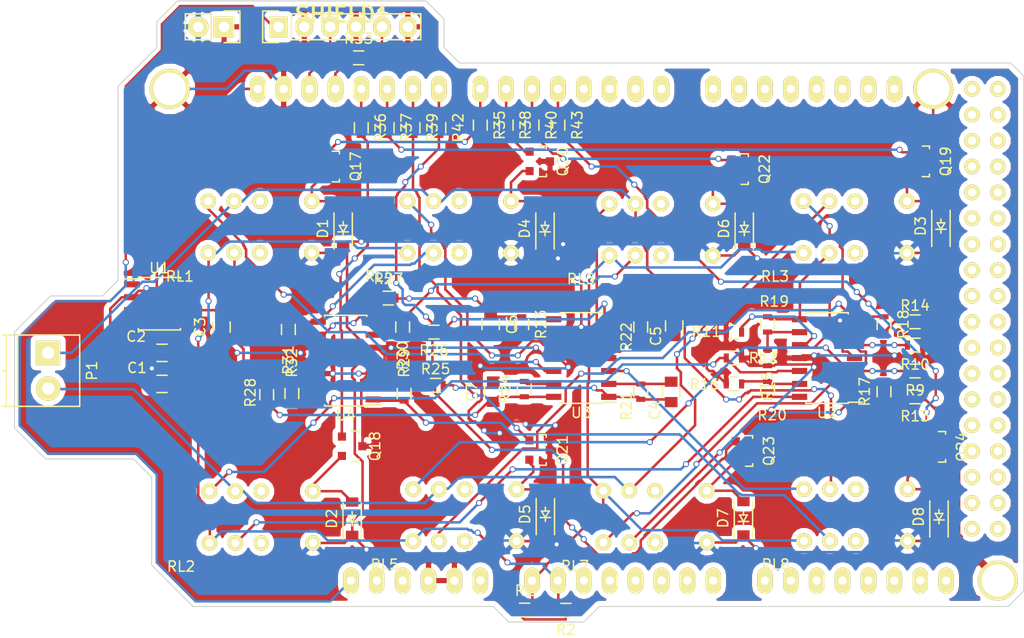
<source format=kicad_pcb>
(kicad_pcb (version 4) (host pcbnew 4.0.2-stable)
  (layers (0 F.Cu signal) (31 B.Cu signal) (34 B.Paste user) (35 F.Paste user) (36 B.SilkS user) (37 F.SilkS user) (38 B.Mask user) (39 F.Mask user) (44 Edge.Cuts user))
  (net 0 "")
  (net 1 GND)
  (net 2 +5V)
  (net 3 V_REF)
  (net 4 "Net-(C4-Pad1)")
  (net 5 "Net-(C5-Pad1)")
  (net 6 "Net-(C6-Pad1)")
  (net 7 "Net-(C7-Pad1)")
  (net 8 CURRENT1)
  (net 9 CURRENT2)
  (net 10 RESET)
  (net 11 COM)
  (net 12 "Net-(P2-Pad5)")
  (net 13 2mA_1)
  (net 14 200uA_1)
  (net 15 200mA_1)
  (net 16 20mA_1)
  (net 17 200uA_2)
  (net 18 2mA_2)
  (net 19 20mA_2)
  (net 20 200mA_2)
  (net 21 CONTROL1)
  (net 22 CONTROL2)
  (net 23 CONTROL3)
  (net 24 CONTROL4)
  (net 25 CONTROL5)
  (net 26 CONTROL6)
  (net 27 CONTROL7)
  (net 28 CONTROL8)
  (net 29 "Net-(R13-Pad2)")
  (net 30 "Net-(R14-Pad2)")
  (net 31 "Net-(R15-Pad2)")
  (net 32 "Net-(R16-Pad2)")
  (net 33 READING7)
  (net 34 READING5)
  (net 35 READING8)
  (net 36 READING6)
  (net 37 "Net-(R25-Pad1)")
  (net 38 "Net-(R26-Pad1)")
  (net 39 "Net-(R27-Pad1)")
  (net 40 "Net-(R28-Pad1)")
  (net 41 READING1)
  (net 42 READING2)
  (net 43 READING3)
  (net 44 READING4)
  (net 45 ERROR)
  (net 46 "Net-(SHIELD1-PadV_IN)")
  (net 47 "Net-(SHIELD1-Pad3V3)")
  (net 48 "Net-(SHIELD1-Pad0)")
  (net 49 "Net-(SHIELD1-Pad1)")
  (net 50 "Net-(SHIELD1-Pad2)")
  (net 51 "Net-(SHIELD1-Pad3)")
  (net 52 "Net-(SHIELD1-Pad5V)")
  (net 53 VOLTAGE_1)
  (net 54 VOLTAGE_2)
  (net 55 "Net-(SHIELD1-PadAD7)")
  (net 56 "Net-(SHIELD1-PadAD6)")
  (net 57 "Net-(SHIELD1-PadAD5)")
  (net 58 "Net-(SHIELD1-PadAD4)")
  (net 59 "Net-(SHIELD1-PadAD3)")
  (net 60 "Net-(SHIELD1-PadAD2)")
  (net 61 "Net-(C4-Pad2)")
  (net 62 "Net-(C5-Pad2)")
  (net 63 "Net-(C6-Pad2)")
  (net 64 "Net-(C7-Pad2)")
  (net 65 "Net-(D1-Pad2)")
  (net 66 "Net-(D2-Pad2)")
  (net 67 "Net-(D3-Pad2)")
  (net 68 "Net-(D4-Pad2)")
  (net 69 "Net-(D5-Pad2)")
  (net 70 "Net-(D6-Pad2)")
  (net 71 "Net-(D7-Pad2)")
  (net 72 "Net-(D8-Pad2)")
  (net 73 "Net-(Q17-Pad1)")
  (net 74 "Net-(Q18-Pad1)")
  (net 75 "Net-(Q19-Pad1)")
  (net 76 "Net-(Q20-Pad1)")
  (net 77 "Net-(Q21-Pad1)")
  (net 78 "Net-(Q22-Pad1)")
  (net 79 "Net-(Q23-Pad1)")
  (net 80 "Net-(Q24-Pad1)")
  (net 81 "Net-(RL1-Pad22)")
  (net 82 "Net-(RL1-Pad12)")
  (net 83 "Net-(RL2-Pad22)")
  (net 84 "Net-(RL2-Pad12)")
  (net 85 "Net-(RL4-Pad22)")
  (net 86 "Net-(RL4-Pad12)")
  (net 87 "Net-(RL5-Pad22)")
  (net 88 "Net-(RL5-Pad12)")
  (net 89 "Net-(RL6-Pad22)")
  (net 90 "Net-(RL6-Pad12)")
  (net 91 "Net-(RL7-Pad22)")
  (net 92 "Net-(RL7-Pad12)")
  (net 93 "Net-(RL8-Pad22)")
  (net 94 "Net-(RL8-Pad12)")
  (net 95 "Net-(SHIELD1-Pad14)")
  (net 96 "Net-(SHIELD1-Pad15)")
  (net 97 "Net-(SHIELD1-Pad16)")
  (net 98 "Net-(SHIELD1-Pad17)")
  (net 99 "Net-(SHIELD1-Pad18)")
  (net 100 "Net-(SHIELD1-Pad19)")
  (net 101 "Net-(SHIELD1-Pad20)")
  (net 102 "Net-(SHIELD1-Pad21)")
  (net 103 "Net-(SHIELD1-PadAD15)")
  (net 104 "Net-(SHIELD1-PadAD14)")
  (net 105 "Net-(SHIELD1-PadAD13)")
  (net 106 "Net-(SHIELD1-PadAD12)")
  (net 107 "Net-(SHIELD1-PadAD8)")
  (net 108 "Net-(SHIELD1-PadAD9)")
  (net 109 "Net-(SHIELD1-PadAD10)")
  (net 110 "Net-(SHIELD1-PadAD11)")
  (net 111 "Net-(SHIELD1-Pad22)")
  (net 112 "Net-(SHIELD1-Pad23)")
  (net 113 "Net-(SHIELD1-Pad24)")
  (net 114 "Net-(SHIELD1-Pad25)")
  (net 115 "Net-(SHIELD1-Pad26)")
  (net 116 "Net-(SHIELD1-Pad27)")
  (net 117 "Net-(SHIELD1-Pad28)")
  (net 118 "Net-(SHIELD1-Pad29)")
  (net 119 "Net-(SHIELD1-Pad5V_4)")
  (net 120 "Net-(SHIELD1-Pad5V_5)")
  (net 121 "Net-(SHIELD1-Pad31)")
  (net 122 "Net-(SHIELD1-Pad30)")
  (net 123 "Net-(SHIELD1-Pad32)")
  (net 124 "Net-(SHIELD1-Pad33)")
  (net 125 "Net-(SHIELD1-Pad34)")
  (net 126 "Net-(SHIELD1-Pad35)")
  (net 127 "Net-(SHIELD1-Pad36)")
  (net 128 "Net-(SHIELD1-Pad37)")
  (net 129 "Net-(SHIELD1-Pad38)")
  (net 130 "Net-(SHIELD1-Pad39)")
  (net 131 "Net-(SHIELD1-Pad40)")
  (net 132 "Net-(SHIELD1-Pad41)")
  (net 133 "Net-(SHIELD1-Pad42)")
  (net 134 "Net-(SHIELD1-Pad43)")
  (net 135 "Net-(SHIELD1-Pad44)")
  (net 136 "Net-(SHIELD1-Pad45)")
  (net 137 "Net-(SHIELD1-Pad46)")
  (net 138 "Net-(SHIELD1-Pad47)")
  (net 139 "Net-(SHIELD1-Pad48)")
  (net 140 "Net-(SHIELD1-Pad49)")
  (net 141 "Net-(SHIELD1-Pad50)")
  (net 142 "Net-(SHIELD1-Pad51)")
  (net 143 "Net-(SHIELD1-Pad52)")
  (net 144 "Net-(SHIELD1-Pad53)")
  (net 145 "Net-(SHIELD1-PadGND4)")
  (net 146 "Net-(SHIELD1-PadGND5)")
  (net 147 "Net-(RL3-Pad22)")
  (net 148 "Net-(RL3-Pad12)")
  (module arduino_shields:ARDUINO_MEGA_SHIELD (layer F.Cu) (at 30.226 146.558)
    (fp_text reference SHIELD1 (at 32.2 -58.1) (layer F.SilkS) (effects (font (thickness 0.3048))))
    (fp_text value ARDUINO_MEGA_SHIELD hide)
    (pad 14 thru_hole oval (at 68.58 -50.8 90) (size 2.54 1.524) (drill 0.8128) (layers *.Cu *.Mask F.SilkS) (net 95 "Net-(SHIELD1-Pad14)"))
    (pad 15 thru_hole oval (at 71.12 -50.8 90) (size 2.54 1.524) (drill 0.8128) (layers *.Cu *.Mask F.SilkS) (net 96 "Net-(SHIELD1-Pad15)"))
    (pad 16 thru_hole oval (at 73.66 -50.8 90) (size 2.54 1.524) (drill 0.8128) (layers *.Cu *.Mask F.SilkS) (net 97 "Net-(SHIELD1-Pad16)"))
    (pad 17 thru_hole oval (at 76.2 -50.8 90) (size 2.54 1.524) (drill 0.8128) (layers *.Cu *.Mask F.SilkS) (net 98 "Net-(SHIELD1-Pad17)"))
    (pad 18 thru_hole oval (at 78.74 -50.8 90) (size 2.54 1.524) (drill 0.8128) (layers *.Cu *.Mask F.SilkS) (net 99 "Net-(SHIELD1-Pad18)"))
    (pad 19 thru_hole oval (at 81.28 -50.8 90) (size 2.54 1.524) (drill 0.8128) (layers *.Cu *.Mask F.SilkS) (net 100 "Net-(SHIELD1-Pad19)"))
    (pad 20 thru_hole oval (at 83.82 -50.8 90) (size 2.54 1.524) (drill 0.8128) (layers *.Cu *.Mask F.SilkS) (net 101 "Net-(SHIELD1-Pad20)"))
    (pad 21 thru_hole oval (at 86.36 -50.8 90) (size 2.54 1.524) (drill 0.8128) (layers *.Cu *.Mask F.SilkS) (net 102 "Net-(SHIELD1-Pad21)"))
    (pad AD15 thru_hole oval (at 91.44 -2.54 90) (size 2.54 1.524) (drill 0.8128) (layers *.Cu *.Mask F.SilkS) (net 103 "Net-(SHIELD1-PadAD15)"))
    (pad AD14 thru_hole oval (at 88.9 -2.54 90) (size 2.54 1.524) (drill 0.8128) (layers *.Cu *.Mask F.SilkS) (net 104 "Net-(SHIELD1-PadAD14)"))
    (pad AD13 thru_hole oval (at 86.36 -2.54 90) (size 2.54 1.524) (drill 0.8128) (layers *.Cu *.Mask F.SilkS) (net 105 "Net-(SHIELD1-PadAD13)"))
    (pad AD12 thru_hole oval (at 83.82 -2.54 90) (size 2.54 1.524) (drill 0.8128) (layers *.Cu *.Mask F.SilkS) (net 106 "Net-(SHIELD1-PadAD12)"))
    (pad AD8 thru_hole oval (at 73.66 -2.54 90) (size 2.54 1.524) (drill 0.8128) (layers *.Cu *.Mask F.SilkS) (net 107 "Net-(SHIELD1-PadAD8)"))
    (pad AD7 thru_hole oval (at 68.58 -2.54 90) (size 2.54 1.524) (drill 0.8128) (layers *.Cu *.Mask F.SilkS) (net 55 "Net-(SHIELD1-PadAD7)"))
    (pad AD6 thru_hole oval (at 66.04 -2.54 90) (size 2.54 1.524) (drill 0.8128) (layers *.Cu *.Mask F.SilkS) (net 56 "Net-(SHIELD1-PadAD6)"))
    (pad AD9 thru_hole oval (at 76.2 -2.54 90) (size 2.54 1.524) (drill 0.8128) (layers *.Cu *.Mask F.SilkS) (net 108 "Net-(SHIELD1-PadAD9)"))
    (pad AD10 thru_hole oval (at 78.74 -2.54 90) (size 2.54 1.524) (drill 0.8128) (layers *.Cu *.Mask F.SilkS) (net 109 "Net-(SHIELD1-PadAD10)"))
    (pad AD11 thru_hole oval (at 81.28 -2.54 90) (size 2.54 1.524) (drill 0.8128) (layers *.Cu *.Mask F.SilkS) (net 110 "Net-(SHIELD1-PadAD11)"))
    (pad AD5 thru_hole oval (at 63.5 -2.54 90) (size 2.54 1.524) (drill 0.8128) (layers *.Cu *.Mask F.SilkS) (net 57 "Net-(SHIELD1-PadAD5)"))
    (pad AD4 thru_hole oval (at 60.96 -2.54 90) (size 2.54 1.524) (drill 0.8128) (layers *.Cu *.Mask F.SilkS) (net 58 "Net-(SHIELD1-PadAD4)"))
    (pad AD3 thru_hole oval (at 58.42 -2.54 90) (size 2.54 1.524) (drill 0.8128) (layers *.Cu *.Mask F.SilkS) (net 59 "Net-(SHIELD1-PadAD3)"))
    (pad AD0 thru_hole oval (at 50.8 -2.54 90) (size 2.54 1.524) (drill 0.8128) (layers *.Cu *.Mask F.SilkS) (net 53 VOLTAGE_1))
    (pad AD1 thru_hole oval (at 53.34 -2.54 90) (size 2.54 1.524) (drill 0.8128) (layers *.Cu *.Mask F.SilkS) (net 54 VOLTAGE_2))
    (pad AD2 thru_hole oval (at 55.88 -2.54 90) (size 2.54 1.524) (drill 0.8128) (layers *.Cu *.Mask F.SilkS) (net 60 "Net-(SHIELD1-PadAD2)"))
    (pad V_IN thru_hole oval (at 45.72 -2.54 90) (size 2.54 1.524) (drill 0.8128) (layers *.Cu *.Mask F.SilkS) (net 46 "Net-(SHIELD1-PadV_IN)"))
    (pad GND2 thru_hole oval (at 43.18 -2.54 90) (size 2.54 1.524) (drill 0.8128) (layers *.Cu *.Mask F.SilkS) (net 1 GND))
    (pad GND1 thru_hole oval (at 40.64 -2.54 90) (size 2.54 1.524) (drill 0.8128) (layers *.Cu *.Mask F.SilkS) (net 1 GND))
    (pad 3V3 thru_hole oval (at 35.56 -2.54 90) (size 2.54 1.524) (drill 0.8128) (layers *.Cu *.Mask F.SilkS) (net 47 "Net-(SHIELD1-Pad3V3)"))
    (pad RST thru_hole oval (at 33.02 -2.54 90) (size 2.54 1.524) (drill 0.8128) (layers *.Cu *.Mask F.SilkS) (net 10 RESET))
    (pad 0 thru_hole oval (at 63.5 -50.8 90) (size 2.54 1.524) (drill 0.8128) (layers *.Cu *.Mask F.SilkS) (net 48 "Net-(SHIELD1-Pad0)"))
    (pad 1 thru_hole oval (at 60.96 -50.8 90) (size 2.54 1.524) (drill 0.8128) (layers *.Cu *.Mask F.SilkS) (net 49 "Net-(SHIELD1-Pad1)"))
    (pad 2 thru_hole oval (at 58.42 -50.8 90) (size 2.54 1.524) (drill 0.8128) (layers *.Cu *.Mask F.SilkS) (net 50 "Net-(SHIELD1-Pad2)"))
    (pad 3 thru_hole oval (at 55.88 -50.8 90) (size 2.54 1.524) (drill 0.8128) (layers *.Cu *.Mask F.SilkS) (net 51 "Net-(SHIELD1-Pad3)"))
    (pad 4 thru_hole oval (at 53.34 -50.8 90) (size 2.54 1.524) (drill 0.8128) (layers *.Cu *.Mask F.SilkS) (net 28 CONTROL8))
    (pad 5 thru_hole oval (at 50.8 -50.8 90) (size 2.54 1.524) (drill 0.8128) (layers *.Cu *.Mask F.SilkS) (net 27 CONTROL7))
    (pad 6 thru_hole oval (at 48.26 -50.8 90) (size 2.54 1.524) (drill 0.8128) (layers *.Cu *.Mask F.SilkS) (net 26 CONTROL6))
    (pad 7 thru_hole oval (at 45.72 -50.8 90) (size 2.54 1.524) (drill 0.8128) (layers *.Cu *.Mask F.SilkS) (net 25 CONTROL5))
    (pad 8 thru_hole oval (at 41.656 -50.8 90) (size 2.54 1.524) (drill 0.8128) (layers *.Cu *.Mask F.SilkS) (net 24 CONTROL4))
    (pad 9 thru_hole oval (at 39.116 -50.8 90) (size 2.54 1.524) (drill 0.8128) (layers *.Cu *.Mask F.SilkS) (net 23 CONTROL3))
    (pad 10 thru_hole oval (at 36.576 -50.8 90) (size 2.54 1.524) (drill 0.8128) (layers *.Cu *.Mask F.SilkS) (net 22 CONTROL2))
    (pad 11 thru_hole oval (at 34.036 -50.8 90) (size 2.54 1.524) (drill 0.8128) (layers *.Cu *.Mask F.SilkS) (net 21 CONTROL1))
    (pad 12 thru_hole oval (at 31.496 -50.8 90) (size 2.54 1.524) (drill 0.8128) (layers *.Cu *.Mask F.SilkS) (net 45 ERROR))
    (pad 13 thru_hole oval (at 28.956 -50.8 90) (size 2.54 1.524) (drill 0.8128) (layers *.Cu *.Mask F.SilkS) (net 11 COM))
    (pad GND3 thru_hole oval (at 26.416 -50.8 90) (size 2.54 1.524) (drill 0.8128) (layers *.Cu *.Mask F.SilkS) (net 1 GND))
    (pad AREF thru_hole oval (at 23.876 -50.8 90) (size 2.54 1.524) (drill 0.8128) (layers *.Cu *.Mask F.SilkS) (net 3 V_REF))
    (pad 5V thru_hole oval (at 38.1 -2.54 90) (size 2.54 1.524) (drill 0.8128) (layers *.Cu *.Mask F.SilkS) (net 52 "Net-(SHIELD1-Pad5V)"))
    (pad GND1 thru_hole circle (at 96.52 -2.54 90) (size 3.937 3.937) (drill 3.175) (layers *.Cu *.Mask F.SilkS) (net 1 GND))
    (pad GND1 thru_hole circle (at 90.17 -50.8 90) (size 3.937 3.937) (drill 3.175) (layers *.Cu *.Mask F.SilkS) (net 1 GND))
    (pad GND1 thru_hole circle (at 15.24 -50.8 90) (size 3.937 3.937) (drill 3.175) (layers *.Cu *.Mask F.SilkS) (net 1 GND))
    (pad 22 thru_hole circle (at 93.98 -48.26) (size 1.524 1.524) (drill 0.8128) (layers *.Cu *.Mask F.SilkS) (net 111 "Net-(SHIELD1-Pad22)"))
    (pad 23 thru_hole circle (at 96.52 -48.26) (size 1.524 1.524) (drill 0.8128) (layers *.Cu *.Mask F.SilkS) (net 112 "Net-(SHIELD1-Pad23)"))
    (pad 24 thru_hole circle (at 93.98 -45.72) (size 1.524 1.524) (drill 0.8128) (layers *.Cu *.Mask F.SilkS) (net 113 "Net-(SHIELD1-Pad24)"))
    (pad 25 thru_hole circle (at 96.52 -45.72) (size 1.524 1.524) (drill 0.8128) (layers *.Cu *.Mask F.SilkS) (net 114 "Net-(SHIELD1-Pad25)"))
    (pad 26 thru_hole circle (at 93.98 -43.18) (size 1.524 1.524) (drill 0.8128) (layers *.Cu *.Mask F.SilkS) (net 115 "Net-(SHIELD1-Pad26)"))
    (pad 27 thru_hole circle (at 96.52 -43.18) (size 1.524 1.524) (drill 0.8128) (layers *.Cu *.Mask F.SilkS) (net 116 "Net-(SHIELD1-Pad27)"))
    (pad 28 thru_hole circle (at 93.98 -40.64) (size 1.524 1.524) (drill 0.8128) (layers *.Cu *.Mask F.SilkS) (net 117 "Net-(SHIELD1-Pad28)"))
    (pad 29 thru_hole circle (at 96.52 -40.64) (size 1.524 1.524) (drill 0.8128) (layers *.Cu *.Mask F.SilkS) (net 118 "Net-(SHIELD1-Pad29)"))
    (pad 5V_4 thru_hole circle (at 93.98 -50.8) (size 1.524 1.524) (drill 0.8128) (layers *.Cu *.Mask F.SilkS) (net 119 "Net-(SHIELD1-Pad5V_4)"))
    (pad 5V_5 thru_hole circle (at 96.52 -50.8) (size 1.524 1.524) (drill 0.8128) (layers *.Cu *.Mask F.SilkS) (net 120 "Net-(SHIELD1-Pad5V_5)"))
    (pad 31 thru_hole circle (at 96.52 -38.1) (size 1.524 1.524) (drill 0.8128) (layers *.Cu *.Mask F.SilkS) (net 121 "Net-(SHIELD1-Pad31)"))
    (pad 30 thru_hole circle (at 93.98 -38.1) (size 1.524 1.524) (drill 0.8128) (layers *.Cu *.Mask F.SilkS) (net 122 "Net-(SHIELD1-Pad30)"))
    (pad 32 thru_hole circle (at 93.98 -35.56) (size 1.524 1.524) (drill 0.8128) (layers *.Cu *.Mask F.SilkS) (net 123 "Net-(SHIELD1-Pad32)"))
    (pad 33 thru_hole circle (at 96.52 -35.56) (size 1.524 1.524) (drill 0.8128) (layers *.Cu *.Mask F.SilkS) (net 124 "Net-(SHIELD1-Pad33)"))
    (pad 34 thru_hole circle (at 93.98 -33.02) (size 1.524 1.524) (drill 0.8128) (layers *.Cu *.Mask F.SilkS) (net 125 "Net-(SHIELD1-Pad34)"))
    (pad 35 thru_hole circle (at 96.52 -33.02) (size 1.524 1.524) (drill 0.8128) (layers *.Cu *.Mask F.SilkS) (net 126 "Net-(SHIELD1-Pad35)"))
    (pad 36 thru_hole circle (at 93.98 -30.48) (size 1.524 1.524) (drill 0.8128) (layers *.Cu *.Mask F.SilkS) (net 127 "Net-(SHIELD1-Pad36)"))
    (pad 37 thru_hole circle (at 96.52 -30.48) (size 1.524 1.524) (drill 0.8128) (layers *.Cu *.Mask F.SilkS) (net 128 "Net-(SHIELD1-Pad37)"))
    (pad 38 thru_hole circle (at 93.98 -27.94) (size 1.524 1.524) (drill 0.8128) (layers *.Cu *.Mask F.SilkS) (net 129 "Net-(SHIELD1-Pad38)"))
    (pad 39 thru_hole circle (at 96.52 -27.94) (size 1.524 1.524) (drill 0.8128) (layers *.Cu *.Mask F.SilkS) (net 130 "Net-(SHIELD1-Pad39)"))
    (pad 40 thru_hole circle (at 93.98 -25.4) (size 1.524 1.524) (drill 0.8128) (layers *.Cu *.Mask F.SilkS) (net 131 "Net-(SHIELD1-Pad40)"))
    (pad 41 thru_hole circle (at 96.52 -25.4) (size 1.524 1.524) (drill 0.8128) (layers *.Cu *.Mask F.SilkS) (net 132 "Net-(SHIELD1-Pad41)"))
    (pad 42 thru_hole circle (at 93.98 -22.86) (size 1.524 1.524) (drill 0.8128) (layers *.Cu *.Mask F.SilkS) (net 133 "Net-(SHIELD1-Pad42)"))
    (pad 43 thru_hole circle (at 96.52 -22.86) (size 1.524 1.524) (drill 0.8128) (layers *.Cu *.Mask F.SilkS) (net 134 "Net-(SHIELD1-Pad43)"))
    (pad 44 thru_hole circle (at 93.98 -20.32) (size 1.524 1.524) (drill 0.8128) (layers *.Cu *.Mask F.SilkS) (net 135 "Net-(SHIELD1-Pad44)"))
    (pad 45 thru_hole circle (at 96.52 -20.32) (size 1.524 1.524) (drill 0.8128) (layers *.Cu *.Mask F.SilkS) (net 136 "Net-(SHIELD1-Pad45)"))
    (pad 46 thru_hole circle (at 93.98 -17.78) (size 1.524 1.524) (drill 0.8128) (layers *.Cu *.Mask F.SilkS) (net 137 "Net-(SHIELD1-Pad46)"))
    (pad 47 thru_hole circle (at 96.52 -17.78) (size 1.524 1.524) (drill 0.8128) (layers *.Cu *.Mask F.SilkS) (net 138 "Net-(SHIELD1-Pad47)"))
    (pad 48 thru_hole circle (at 93.98 -15.24) (size 1.524 1.524) (drill 0.8128) (layers *.Cu *.Mask F.SilkS) (net 139 "Net-(SHIELD1-Pad48)"))
    (pad 49 thru_hole circle (at 96.52 -15.24) (size 1.524 1.524) (drill 0.8128) (layers *.Cu *.Mask F.SilkS) (net 140 "Net-(SHIELD1-Pad49)"))
    (pad 50 thru_hole circle (at 93.98 -12.7) (size 1.524 1.524) (drill 0.8128) (layers *.Cu *.Mask F.SilkS) (net 141 "Net-(SHIELD1-Pad50)"))
    (pad 51 thru_hole circle (at 96.52 -12.7) (size 1.524 1.524) (drill 0.8128) (layers *.Cu *.Mask F.SilkS) (net 142 "Net-(SHIELD1-Pad51)"))
    (pad 52 thru_hole circle (at 93.98 -10.16) (size 1.524 1.524) (drill 0.8128) (layers *.Cu *.Mask F.SilkS) (net 143 "Net-(SHIELD1-Pad52)"))
    (pad 53 thru_hole circle (at 96.52 -10.16) (size 1.524 1.524) (drill 0.8128) (layers *.Cu *.Mask F.SilkS) (net 144 "Net-(SHIELD1-Pad53)"))
    (pad GND4 thru_hole circle (at 93.98 -7.62) (size 1.524 1.524) (drill 0.8128) (layers *.Cu *.Mask F.SilkS) (net 145 "Net-(SHIELD1-PadGND4)"))
    (pad GND5 thru_hole circle (at 96.52 -7.62) (size 1.524 1.524) (drill 0.8128) (layers *.Cu *.Mask F.SilkS) (net 146 "Net-(SHIELD1-PadGND5)"))
  )
  (module Capacitors_SMD:C_0805 (layer F.Cu) (at 44.704 124.714 180)
    (fp_text reference C1 (at 2.4511 1.5748 180) (layer F.SilkS))
    (fp_text value 1uF)
    (pad 1 smd rect (at -1 0 180) (size 1 1.25) (layers F.Cu F.Paste F.Mask) (net 1 GND))
    (pad 2 smd rect (at 1 0 180) (size 1 1.25) (layers F.Cu F.Paste F.Mask) (net 2 +5V))
  )
  (module Capacitors_SMD:C_0805 (layer F.Cu) (at 44.704 121.666 180)
    (fp_text reference C2 (at 2.54 1.6002 180) (layer F.SilkS))
    (fp_text value .1uF)
    (pad 1 smd rect (at -1 0 180) (size 1 1.25) (layers F.Cu F.Paste F.Mask) (net 1 GND))
    (pad 2 smd rect (at 1 0 180) (size 1 1.25) (layers F.Cu F.Paste F.Mask) (net 2 +5V))
  )
  (module Capacitors_SMD:C_0805 (layer F.Cu) (at 50.546 119.126 90)
    (fp_text reference C3 (at 0 -2.1 90) (layer F.SilkS))
    (fp_text value .1uF)
    (pad 1 smd rect (at -1 0 90) (size 1 1.25) (layers F.Cu F.Paste F.Mask) (net 1 GND))
    (pad 2 smd rect (at 1 0 90) (size 1 1.25) (layers F.Cu F.Paste F.Mask) (net 3 V_REF))
  )
  (module Capacitors_SMD:C_0805 (layer F.Cu) (at 94.68 125.5 90)
    (fp_text reference C4 (at -1.8 -1.6 90) (layer F.SilkS))
    (fp_text value C_Small)
    (pad 1 smd rect (at -1 0 90) (size 1 1.25) (layers F.Cu F.Paste F.Mask) (net 4 "Net-(C4-Pad1)"))
    (pad 2 smd rect (at 1 0 90) (size 1 1.25) (layers F.Cu F.Paste F.Mask) (net 61 "Net-(C4-Pad2)"))
  )
  (module Capacitors_SMD:C_0805 (layer F.Cu) (at 94.98 119.02 270)
    (fp_text reference C5 (at 1 1.8 270) (layer F.SilkS))
    (fp_text value C_Small)
    (pad 1 smd rect (at -1 0 270) (size 1 1.25) (layers F.Cu F.Paste F.Mask) (net 5 "Net-(C5-Pad1)"))
    (pad 2 smd rect (at 1 0 270) (size 1 1.25) (layers F.Cu F.Paste F.Mask) (net 62 "Net-(C5-Pad2)"))
  )
  (module Capacitors_SMD:C_0805 (layer F.Cu) (at 76.962 118.872 270)
    (fp_text reference C6 (at 0 -2.1 270) (layer F.SilkS))
    (fp_text value C_Small)
    (pad 1 smd rect (at -1 0 270) (size 1 1.25) (layers F.Cu F.Paste F.Mask) (net 6 "Net-(C6-Pad1)"))
    (pad 2 smd rect (at 1 0 270) (size 1 1.25) (layers F.Cu F.Paste F.Mask) (net 63 "Net-(C6-Pad2)"))
  )
  (module Capacitors_SMD:C_0805 (layer F.Cu) (at 77.216 125.476 90)
    (fp_text reference C7 (at 0 -2.1 90) (layer F.SilkS))
    (fp_text value C_Small)
    (pad 1 smd rect (at -1 0 90) (size 1 1.25) (layers F.Cu F.Paste F.Mask) (net 7 "Net-(C7-Pad1)"))
    (pad 2 smd rect (at 1 0 90) (size 1 1.25) (layers F.Cu F.Paste F.Mask) (net 64 "Net-(C7-Pad2)"))
  )
  (module Terminal_Blocks:TerminalBlock_Pheonix_PT-3.5mm_2pol (layer F.Cu) (at 33.528 121.666 270)
    (fp_text reference P1 (at 1.75 -4.3 270) (layer F.SilkS))
    (fp_text value "I INPUT")
    (pad 2 thru_hole circle (at 3.5 0 270) (size 2.4 2.4) (drill 1.2) (layers *.Cu *.Mask F.SilkS) (net 8 CURRENT1))
    (pad 1 thru_hole rect (at 0 0 270) (size 2.4 2.4) (drill 1.2) (layers *.Cu *.Mask F.SilkS) (net 9 CURRENT2))
  )
  (module Pin_Headers:Pin_Header_Straight_1x06 (layer F.Cu) (at 56.134 89.662 90)
    (fp_text reference P2 (at 0 -5.1 90) (layer F.SilkS))
    (fp_text value "FRONT PANEL")
    (pad 1 thru_hole rect (at 0 0 90) (size 2.032 1.7272) (drill 1.016) (layers *.Cu *.Mask F.SilkS) (net 10 RESET))
    (pad 2 thru_hole oval (at 0 2.54 90) (size 2.032 1.7272) (drill 1.016) (layers *.Cu *.Mask F.SilkS) (net 1 GND))
    (pad 3 thru_hole oval (at 0 5.08 90) (size 2.032 1.7272) (drill 1.016) (layers *.Cu *.Mask F.SilkS) (net 11 COM))
    (pad 4 thru_hole oval (at 0 7.62 90) (size 2.032 1.7272) (drill 1.016) (layers *.Cu *.Mask F.SilkS) (net 1 GND))
    (pad 5 thru_hole oval (at 0 10.16 90) (size 2.032 1.7272) (drill 1.016) (layers *.Cu *.Mask F.SilkS) (net 12 "Net-(P2-Pad5)"))
    (pad 6 thru_hole oval (at 0 12.7 90) (size 2.032 1.7272) (drill 1.016) (layers *.Cu *.Mask F.SilkS) (net 1 GND))
  )
  (module Resistors_SMD:R_0603 (layer F.Cu) (at 118.618 123.444 180)
    (fp_text reference R9 (at 0 -1.9 180) (layer F.SilkS))
    (fp_text value R_Small)
    (pad 1 smd rect (at -0.75 0 180) (size 0.5 0.9) (layers F.Cu F.Paste F.Mask) (net 1 GND))
    (pad 2 smd rect (at 0.75 0 180) (size 0.5 0.9) (layers F.Cu F.Paste F.Mask) (net 16 20mA_1))
  )
  (module Resistors_SMD:R_0603 (layer F.Cu) (at 118.618 120.904 180)
    (fp_text reference R10 (at 0 -1.9 180) (layer F.SilkS))
    (fp_text value R_Small)
    (pad 1 smd rect (at -0.75 0 180) (size 0.5 0.9) (layers F.Cu F.Paste F.Mask) (net 1 GND))
    (pad 2 smd rect (at 0.75 0 180) (size 0.5 0.9) (layers F.Cu F.Paste F.Mask) (net 20 200mA_2))
  )
  (module Resistors_SMD:R_0603 (layer F.Cu) (at 100.838 119.634)
    (fp_text reference R11 (at -2.7 -0.05) (layer F.SilkS))
    (fp_text value R_Small)
    (pad 1 smd rect (at -0.75 0) (size 0.5 0.9) (layers F.Cu F.Paste F.Mask) (net 1 GND))
    (pad 2 smd rect (at 0.75 0) (size 0.5 0.9) (layers F.Cu F.Paste F.Mask) (net 15 200mA_1))
  )
  (module Resistors_SMD:R_0603 (layer F.Cu) (at 100.838 122.174 180)
    (fp_text reference R12 (at -2.9 0 180) (layer F.SilkS))
    (fp_text value R_Small)
    (pad 1 smd rect (at -0.75 0 180) (size 0.5 0.9) (layers F.Cu F.Paste F.Mask) (net 1 GND))
    (pad 2 smd rect (at 0.75 0 180) (size 0.5 0.9) (layers F.Cu F.Paste F.Mask) (net 19 20mA_2))
  )
  (module Resistors_SMD:R_0603 (layer F.Cu) (at 118.618 125.984 180)
    (fp_text reference R13 (at 0 -1.9 180) (layer F.SilkS))
    (fp_text value R_Small)
    (pad 1 smd rect (at -0.75 0 180) (size 0.5 0.9) (layers F.Cu F.Paste F.Mask) (net 1 GND))
    (pad 2 smd rect (at 0.75 0 180) (size 0.5 0.9) (layers F.Cu F.Paste F.Mask) (net 29 "Net-(R13-Pad2)"))
  )
  (module Resistors_SMD:R_0603 (layer F.Cu) (at 118.618 118.618 180)
    (fp_text reference R14 (at 0 1.6 180) (layer F.SilkS))
    (fp_text value R_Small)
    (pad 1 smd rect (at -0.75 0 180) (size 0.5 0.9) (layers F.Cu F.Paste F.Mask) (net 1 GND))
    (pad 2 smd rect (at 0.75 0 180) (size 0.5 0.9) (layers F.Cu F.Paste F.Mask) (net 30 "Net-(R14-Pad2)"))
  )
  (module Resistors_SMD:R_0603 (layer F.Cu) (at 104.14 122.174 90)
    (fp_text reference R15 (at -2.75 0 90) (layer F.SilkS))
    (fp_text value R_Small)
    (pad 1 smd rect (at -0.75 0 90) (size 0.5 0.9) (layers F.Cu F.Paste F.Mask) (net 1 GND))
    (pad 2 smd rect (at 0.75 0 90) (size 0.5 0.9) (layers F.Cu F.Paste F.Mask) (net 31 "Net-(R15-Pad2)"))
  )
  (module Resistors_SMD:R_0603 (layer F.Cu) (at 100.838 124.714)
    (fp_text reference R16 (at -2.9 0.05) (layer F.SilkS))
    (fp_text value R_Small)
    (pad 1 smd rect (at -0.75 0) (size 0.5 0.9) (layers F.Cu F.Paste F.Mask) (net 1 GND))
    (pad 2 smd rect (at 0.75 0) (size 0.5 0.9) (layers F.Cu F.Paste F.Mask) (net 32 "Net-(R16-Pad2)"))
  )
  (module Resistors_SMD:R_0603 (layer F.Cu) (at 115.57 125.476 90)
    (fp_text reference R17 (at 0 -1.9 90) (layer F.SilkS))
    (fp_text value R_Small)
    (pad 1 smd rect (at -0.75 0 90) (size 0.5 0.9) (layers F.Cu F.Paste F.Mask) (net 44 READING4))
    (pad 2 smd rect (at 0.75 0 90) (size 0.5 0.9) (layers F.Cu F.Paste F.Mask) (net 29 "Net-(R13-Pad2)"))
  )
  (module Resistors_SMD:R_0603 (layer F.Cu) (at 115.57 118.872 270)
    (fp_text reference R18 (at 0 -1.9 270) (layer F.SilkS))
    (fp_text value R_Small)
    (pad 1 smd rect (at -0.75 0 270) (size 0.5 0.9) (layers F.Cu F.Paste F.Mask) (net 43 READING3))
    (pad 2 smd rect (at 0.75 0 270) (size 0.5 0.9) (layers F.Cu F.Paste F.Mask) (net 30 "Net-(R14-Pad2)"))
  )
  (module Resistors_SMD:R_0603 (layer F.Cu) (at 104.14 118.872 270)
    (fp_text reference R19 (at -2.25 -0.65 360) (layer F.SilkS))
    (fp_text value R_Small)
    (pad 1 smd rect (at -0.75 0 270) (size 0.5 0.9) (layers F.Cu F.Paste F.Mask) (net 42 READING2))
    (pad 2 smd rect (at 0.75 0 270) (size 0.5 0.9) (layers F.Cu F.Paste F.Mask) (net 31 "Net-(R15-Pad2)"))
  )
  (module Resistors_SMD:R_0603 (layer F.Cu) (at 104.14 125.222 90)
    (fp_text reference R20 (at -2.55 0.45 180) (layer F.SilkS))
    (fp_text value R_Small)
    (pad 1 smd rect (at -0.75 0 90) (size 0.5 0.9) (layers F.Cu F.Paste F.Mask) (net 41 READING1))
    (pad 2 smd rect (at 0.75 0 90) (size 0.5 0.9) (layers F.Cu F.Paste F.Mask) (net 32 "Net-(R16-Pad2)"))
  )
  (module Resistors_SMD:R_0603 (layer F.Cu) (at 91.694 125.476 90)
    (fp_text reference R21 (at -1.4 -1.4 90) (layer F.SilkS))
    (fp_text value R_Small)
    (pad 1 smd rect (at -0.75 0 90) (size 0.5 0.9) (layers F.Cu F.Paste F.Mask) (net 4 "Net-(C4-Pad1)"))
    (pad 2 smd rect (at 0.75 0 90) (size 0.5 0.9) (layers F.Cu F.Paste F.Mask) (net 61 "Net-(C4-Pad2)"))
  )
  (module Resistors_SMD:R_0603 (layer F.Cu) (at 91.694 119.126 270)
    (fp_text reference R22 (at 1 1.4 270) (layer F.SilkS))
    (fp_text value R_Small)
    (pad 1 smd rect (at -0.75 0 270) (size 0.5 0.9) (layers F.Cu F.Paste F.Mask) (net 5 "Net-(C5-Pad1)"))
    (pad 2 smd rect (at 0.75 0 270) (size 0.5 0.9) (layers F.Cu F.Paste F.Mask) (net 62 "Net-(C5-Pad2)"))
  )
  (module Resistors_SMD:R_0603 (layer F.Cu) (at 80.01 118.872 270)
    (fp_text reference R23 (at 0 -1.9 270) (layer F.SilkS))
    (fp_text value R_Small)
    (pad 1 smd rect (at -0.75 0 270) (size 0.5 0.9) (layers F.Cu F.Paste F.Mask) (net 6 "Net-(C6-Pad1)"))
    (pad 2 smd rect (at 0.75 0 270) (size 0.5 0.9) (layers F.Cu F.Paste F.Mask) (net 63 "Net-(C6-Pad2)"))
  )
  (module Resistors_SMD:R_0603 (layer F.Cu) (at 80.264 125.222 90)
    (fp_text reference R24 (at 0 -1.9 90) (layer F.SilkS))
    (fp_text value R_Small)
    (pad 1 smd rect (at -0.75 0 90) (size 0.5 0.9) (layers F.Cu F.Paste F.Mask) (net 7 "Net-(C7-Pad1)"))
    (pad 2 smd rect (at 0.75 0 90) (size 0.5 0.9) (layers F.Cu F.Paste F.Mask) (net 64 "Net-(C7-Pad2)"))
  )
  (module Resistors_SMD:R_0603 (layer F.Cu) (at 71.55 124.85)
    (fp_text reference R25 (at 0 -1.6) (layer F.SilkS))
    (fp_text value R_Small)
    (pad 1 smd rect (at -0.75 0) (size 0.5 0.9) (layers F.Cu F.Paste F.Mask) (net 37 "Net-(R25-Pad1)"))
    (pad 2 smd rect (at 0.75 0) (size 0.5 0.9) (layers F.Cu F.Paste F.Mask) (net 4 "Net-(C4-Pad1)"))
  )
  (module Resistors_SMD:R_0603 (layer F.Cu) (at 71.4 119.63)
    (fp_text reference R26 (at 0 1.8) (layer F.SilkS))
    (fp_text value R_Small)
    (pad 1 smd rect (at -0.75 0) (size 0.5 0.9) (layers F.Cu F.Paste F.Mask) (net 38 "Net-(R26-Pad1)"))
    (pad 2 smd rect (at 0.75 0) (size 0.5 0.9) (layers F.Cu F.Paste F.Mask) (net 5 "Net-(C5-Pad1)"))
  )
  (module Resistors_SMD:R_0603 (layer F.Cu) (at 66.92 116.29)
    (fp_text reference R27 (at 0 -1.9) (layer F.SilkS))
    (fp_text value R_Small)
    (pad 1 smd rect (at -0.75 0) (size 0.5 0.9) (layers F.Cu F.Paste F.Mask) (net 39 "Net-(R27-Pad1)"))
    (pad 2 smd rect (at 0.75 0) (size 0.5 0.9) (layers F.Cu F.Paste F.Mask) (net 6 "Net-(C6-Pad1)"))
  )
  (module Resistors_SMD:R_0603 (layer F.Cu) (at 54.98 125.77 270)
    (fp_text reference R28 (at -0.2 1.6 270) (layer F.SilkS))
    (fp_text value R_Small)
    (pad 1 smd rect (at -0.75 0 270) (size 0.5 0.9) (layers F.Cu F.Paste F.Mask) (net 40 "Net-(R28-Pad1)"))
    (pad 2 smd rect (at 0.75 0 270) (size 0.5 0.9) (layers F.Cu F.Paste F.Mask) (net 7 "Net-(C7-Pad1)"))
  )
  (module Resistors_SMD:R_0603 (layer F.Cu) (at 68.47 125.65 90)
    (fp_text reference R29 (at 3 0 90) (layer F.SilkS))
    (fp_text value R_Small)
    (pad 1 smd rect (at -0.75 0 90) (size 0.5 0.9) (layers F.Cu F.Paste F.Mask) (net 35 READING8))
    (pad 2 smd rect (at 0.75 0 90) (size 0.5 0.9) (layers F.Cu F.Paste F.Mask) (net 37 "Net-(R25-Pad1)"))
  )
  (module Resistors_SMD:R_0603 (layer F.Cu) (at 68.326 119.126 270)
    (fp_text reference R30 (at 2.8 0 450) (layer F.SilkS))
    (fp_text value R_Small)
    (pad 1 smd rect (at -0.75 0 270) (size 0.5 0.9) (layers F.Cu F.Paste F.Mask) (net 33 READING7))
    (pad 2 smd rect (at 0.75 0 270) (size 0.5 0.9) (layers F.Cu F.Paste F.Mask) (net 38 "Net-(R26-Pad1)"))
  )
  (module Resistors_SMD:R_0603 (layer F.Cu) (at 57.11 119.37 270)
    (fp_text reference R31 (at 3 0 450) (layer F.SilkS))
    (fp_text value R_Small)
    (pad 1 smd rect (at -0.75 0 270) (size 0.5 0.9) (layers F.Cu F.Paste F.Mask) (net 36 READING6))
    (pad 2 smd rect (at 0.75 0 270) (size 0.5 0.9) (layers F.Cu F.Paste F.Mask) (net 39 "Net-(R27-Pad1)"))
  )
  (module Resistors_SMD:R_0603 (layer F.Cu) (at 57.45 125.65 90)
    (fp_text reference R32 (at 3 0 90) (layer F.SilkS))
    (fp_text value R_Small)
    (pad 1 smd rect (at -0.75 0 90) (size 0.5 0.9) (layers F.Cu F.Paste F.Mask) (net 34 READING5))
    (pad 2 smd rect (at 0.75 0 90) (size 0.5 0.9) (layers F.Cu F.Paste F.Mask) (net 40 "Net-(R28-Pad1)"))
  )
  (module Resistors_SMD:R_0603 (layer F.Cu) (at 64.008 92.71)
    (fp_text reference R33 (at 0 -1.9) (layer F.SilkS))
    (fp_text value R_Small)
    (pad 1 smd rect (at -0.75 0) (size 0.5 0.9) (layers F.Cu F.Paste F.Mask) (net 45 ERROR))
    (pad 2 smd rect (at 0.75 0) (size 0.5 0.9) (layers F.Cu F.Paste F.Mask) (net 12 "Net-(P2-Pad5)"))
  )
  (module Housings_SOIC:SOIC-8_3.9x4.9mm_Pitch1.27mm (layer F.Cu) (at 44.45 116.84)
    (fp_text reference U1 (at 0 -3.5) (layer F.SilkS))
    (fp_text value ADR4550)
    (pad 1 smd rect (at -2.7 -1.905) (size 1.55 0.6) (layers F.Cu F.Paste F.Mask))
    (pad 2 smd rect (at -2.7 -0.635) (size 1.55 0.6) (layers F.Cu F.Paste F.Mask) (net 2 +5V))
    (pad 3 smd rect (at -2.7 0.635) (size 1.55 0.6) (layers F.Cu F.Paste F.Mask))
    (pad 4 smd rect (at -2.7 1.905) (size 1.55 0.6) (layers F.Cu F.Paste F.Mask) (net 1 GND))
    (pad 5 smd rect (at 2.7 1.905) (size 1.55 0.6) (layers F.Cu F.Paste F.Mask))
    (pad 6 smd rect (at 2.7 0.635) (size 1.55 0.6) (layers F.Cu F.Paste F.Mask) (net 3 V_REF))
    (pad 7 smd rect (at 2.7 -0.635) (size 1.55 0.6) (layers F.Cu F.Paste F.Mask))
    (pad 8 smd rect (at 2.7 -1.905) (size 1.55 0.6) (layers F.Cu F.Paste F.Mask))
  )
  (module Housings_SOIC:SOIC-14_3.9x8.7mm_Pitch1.27mm (layer F.Cu) (at 109.982 122.174 180)
    (fp_text reference U2 (at 0 -5.375 180) (layer F.SilkS))
    (fp_text value LM324N)
    (pad 1 smd rect (at -2.7 -3.81 180) (size 1.5 0.6) (layers F.Cu F.Paste F.Mask) (net 44 READING4))
    (pad 2 smd rect (at -2.7 -2.54 180) (size 1.5 0.6) (layers F.Cu F.Paste F.Mask) (net 29 "Net-(R13-Pad2)"))
    (pad 3 smd rect (at -2.7 -1.27 180) (size 1.5 0.6) (layers F.Cu F.Paste F.Mask) (net 16 20mA_1))
    (pad 4 smd rect (at -2.7 0 180) (size 1.5 0.6) (layers F.Cu F.Paste F.Mask) (net 2 +5V))
    (pad 5 smd rect (at -2.7 1.27 180) (size 1.5 0.6) (layers F.Cu F.Paste F.Mask) (net 20 200mA_2))
    (pad 6 smd rect (at -2.7 2.54 180) (size 1.5 0.6) (layers F.Cu F.Paste F.Mask) (net 30 "Net-(R14-Pad2)"))
    (pad 7 smd rect (at -2.7 3.81 180) (size 1.5 0.6) (layers F.Cu F.Paste F.Mask) (net 43 READING3))
    (pad 8 smd rect (at 2.7 3.81 180) (size 1.5 0.6) (layers F.Cu F.Paste F.Mask) (net 42 READING2))
    (pad 9 smd rect (at 2.7 2.54 180) (size 1.5 0.6) (layers F.Cu F.Paste F.Mask) (net 31 "Net-(R15-Pad2)"))
    (pad 10 smd rect (at 2.7 1.27 180) (size 1.5 0.6) (layers F.Cu F.Paste F.Mask) (net 15 200mA_1))
    (pad 11 smd rect (at 2.7 0 180) (size 1.5 0.6) (layers F.Cu F.Paste F.Mask) (net 1 GND))
    (pad 12 smd rect (at 2.7 -1.27 180) (size 1.5 0.6) (layers F.Cu F.Paste F.Mask) (net 19 20mA_2))
    (pad 13 smd rect (at 2.7 -2.54 180) (size 1.5 0.6) (layers F.Cu F.Paste F.Mask) (net 32 "Net-(R16-Pad2)"))
    (pad 14 smd rect (at 2.7 -3.81 180) (size 1.5 0.6) (layers F.Cu F.Paste F.Mask) (net 41 READING1))
  )
  (module Housings_SOIC:SOIC-14_3.9x8.7mm_Pitch1.27mm (layer F.Cu) (at 85.852 122.174 180)
    (fp_text reference U3 (at 0 -5.375 180) (layer F.SilkS))
    (fp_text value LM324N)
    (pad 1 smd rect (at -2.7 -3.81 180) (size 1.5 0.6) (layers F.Cu F.Paste F.Mask) (net 4 "Net-(C4-Pad1)"))
    (pad 2 smd rect (at -2.7 -2.54 180) (size 1.5 0.6) (layers F.Cu F.Paste F.Mask) (net 61 "Net-(C4-Pad2)"))
    (pad 3 smd rect (at -2.7 -1.27 180) (size 1.5 0.6) (layers F.Cu F.Paste F.Mask) (net 13 2mA_1))
    (pad 4 smd rect (at -2.7 0 180) (size 1.5 0.6) (layers F.Cu F.Paste F.Mask) (net 2 +5V))
    (pad 5 smd rect (at -2.7 1.27 180) (size 1.5 0.6) (layers F.Cu F.Paste F.Mask) (net 14 200uA_1))
    (pad 6 smd rect (at -2.7 2.54 180) (size 1.5 0.6) (layers F.Cu F.Paste F.Mask) (net 62 "Net-(C5-Pad2)"))
    (pad 7 smd rect (at -2.7 3.81 180) (size 1.5 0.6) (layers F.Cu F.Paste F.Mask) (net 5 "Net-(C5-Pad1)"))
    (pad 8 smd rect (at 2.7 3.81 180) (size 1.5 0.6) (layers F.Cu F.Paste F.Mask) (net 6 "Net-(C6-Pad1)"))
    (pad 9 smd rect (at 2.7 2.54 180) (size 1.5 0.6) (layers F.Cu F.Paste F.Mask) (net 63 "Net-(C6-Pad2)"))
    (pad 10 smd rect (at 2.7 1.27 180) (size 1.5 0.6) (layers F.Cu F.Paste F.Mask) (net 18 2mA_2))
    (pad 11 smd rect (at 2.7 0 180) (size 1.5 0.6) (layers F.Cu F.Paste F.Mask) (net 1 GND))
    (pad 12 smd rect (at 2.7 -1.27 180) (size 1.5 0.6) (layers F.Cu F.Paste F.Mask) (net 17 200uA_2))
    (pad 13 smd rect (at 2.7 -2.54 180) (size 1.5 0.6) (layers F.Cu F.Paste F.Mask) (net 64 "Net-(C7-Pad2)"))
    (pad 14 smd rect (at 2.7 -3.81 180) (size 1.5 0.6) (layers F.Cu F.Paste F.Mask) (net 7 "Net-(C7-Pad1)"))
  )
  (module Housings_SOIC:SOIC-14_3.9x8.7mm_Pitch1.27mm (layer F.Cu) (at 62.738 122.428 180)
    (fp_text reference U4 (at 0 -5.375 180) (layer F.SilkS))
    (fp_text value LM324N)
    (pad 1 smd rect (at -2.7 -3.81 180) (size 1.5 0.6) (layers F.Cu F.Paste F.Mask) (net 35 READING8))
    (pad 2 smd rect (at -2.7 -2.54 180) (size 1.5 0.6) (layers F.Cu F.Paste F.Mask) (net 37 "Net-(R25-Pad1)"))
    (pad 3 smd rect (at -2.7 -1.27 180) (size 1.5 0.6) (layers F.Cu F.Paste F.Mask) (net 1 GND))
    (pad 4 smd rect (at -2.7 0 180) (size 1.5 0.6) (layers F.Cu F.Paste F.Mask) (net 2 +5V))
    (pad 5 smd rect (at -2.7 1.27 180) (size 1.5 0.6) (layers F.Cu F.Paste F.Mask) (net 1 GND))
    (pad 6 smd rect (at -2.7 2.54 180) (size 1.5 0.6) (layers F.Cu F.Paste F.Mask) (net 38 "Net-(R26-Pad1)"))
    (pad 7 smd rect (at -2.7 3.81 180) (size 1.5 0.6) (layers F.Cu F.Paste F.Mask) (net 33 READING7))
    (pad 8 smd rect (at 2.7 3.81 180) (size 1.5 0.6) (layers F.Cu F.Paste F.Mask) (net 36 READING6))
    (pad 9 smd rect (at 2.7 2.54 180) (size 1.5 0.6) (layers F.Cu F.Paste F.Mask) (net 39 "Net-(R27-Pad1)"))
    (pad 10 smd rect (at 2.7 1.27 180) (size 1.5 0.6) (layers F.Cu F.Paste F.Mask) (net 1 GND))
    (pad 11 smd rect (at 2.7 0 180) (size 1.5 0.6) (layers F.Cu F.Paste F.Mask) (net 1 GND))
    (pad 12 smd rect (at 2.7 -1.27 180) (size 1.5 0.6) (layers F.Cu F.Paste F.Mask) (net 1 GND))
    (pad 13 smd rect (at 2.7 -2.54 180) (size 1.5 0.6) (layers F.Cu F.Paste F.Mask) (net 40 "Net-(R28-Pad1)"))
    (pad 14 smd rect (at 2.7 -3.81 180) (size 1.5 0.6) (layers F.Cu F.Paste F.Mask) (net 34 READING5))
  )
  (module Pin_Headers:Pin_Header_Straight_1x02 (layer F.Cu) (at 50.8 89.662 270)
    (fp_text reference P3 (at 0 -5.1 270) (layer F.SilkS))
    (fp_text value "PWR RAIL")
    (pad 1 thru_hole rect (at 0 0 270) (size 2.032 2.032) (drill 1.016) (layers *.Cu *.Mask F.SilkS) (net 1 GND))
    (pad 2 thru_hole oval (at 0 2.54 270) (size 2.032 2.032) (drill 1.016) (layers *.Cu *.Mask F.SilkS) (net 2 +5V))
  )
  (module Resistors_SMD:R_0603 (layer F.Cu) (at 75.946 99.314 270)
    (fp_text reference R35 (at 0 -1.9 270) (layer F.SilkS))
    (fp_text value R_Small)
    (pad 1 smd rect (at -0.75 0 270) (size 0.5 0.9) (layers F.Cu F.Paste F.Mask) (net 25 CONTROL5))
    (pad 2 smd rect (at 0.75 0 270) (size 0.5 0.9) (layers F.Cu F.Paste F.Mask) (net 73 "Net-(Q17-Pad1)"))
  )
  (module Resistors_SMD:R_0603 (layer F.Cu) (at 64.262 99.568 270)
    (fp_text reference R36 (at 0 -1.9 270) (layer F.SilkS))
    (fp_text value R_Small)
    (pad 1 smd rect (at -0.75 0 270) (size 0.5 0.9) (layers F.Cu F.Paste F.Mask) (net 21 CONTROL1))
    (pad 2 smd rect (at 0.75 0 270) (size 0.5 0.9) (layers F.Cu F.Paste F.Mask) (net 74 "Net-(Q18-Pad1)"))
  )
  (module Resistors_SMD:R_0603 (layer F.Cu) (at 66.802 99.568 270)
    (fp_text reference R37 (at 0 -1.9 270) (layer F.SilkS))
    (fp_text value R_Small)
    (pad 1 smd rect (at -0.75 0 270) (size 0.5 0.9) (layers F.Cu F.Paste F.Mask) (net 22 CONTROL2))
    (pad 2 smd rect (at 0.75 0 270) (size 0.5 0.9) (layers F.Cu F.Paste F.Mask) (net 75 "Net-(Q19-Pad1)"))
  )
  (module Resistors_SMD:R_0603 (layer F.Cu) (at 78.486 99.314 270)
    (fp_text reference R38 (at 0 -1.9 270) (layer F.SilkS))
    (fp_text value R_Small)
    (pad 1 smd rect (at -0.75 0 270) (size 0.5 0.9) (layers F.Cu F.Paste F.Mask) (net 26 CONTROL6))
    (pad 2 smd rect (at 0.75 0 270) (size 0.5 0.9) (layers F.Cu F.Paste F.Mask) (net 76 "Net-(Q20-Pad1)"))
  )
  (module Resistors_SMD:R_0603 (layer F.Cu) (at 69.342 99.568 270)
    (fp_text reference R39 (at 0 -1.9 270) (layer F.SilkS))
    (fp_text value R_Small)
    (pad 1 smd rect (at -0.75 0 270) (size 0.5 0.9) (layers F.Cu F.Paste F.Mask) (net 23 CONTROL3))
    (pad 2 smd rect (at 0.75 0 270) (size 0.5 0.9) (layers F.Cu F.Paste F.Mask) (net 77 "Net-(Q21-Pad1)"))
  )
  (module Resistors_SMD:R_0603 (layer F.Cu) (at 81.026 99.314 270)
    (fp_text reference R40 (at 0 -1.9 270) (layer F.SilkS))
    (fp_text value R_Small)
    (pad 1 smd rect (at -0.75 0 270) (size 0.5 0.9) (layers F.Cu F.Paste F.Mask) (net 27 CONTROL7))
    (pad 2 smd rect (at 0.75 0 270) (size 0.5 0.9) (layers F.Cu F.Paste F.Mask) (net 78 "Net-(Q22-Pad1)"))
  )
  (module Resistors_SMD:R_0603 (layer F.Cu) (at 71.882 99.568 270)
    (fp_text reference R42 (at 0 -1.9 270) (layer F.SilkS))
    (fp_text value R_Small)
    (pad 1 smd rect (at -0.75 0 270) (size 0.5 0.9) (layers F.Cu F.Paste F.Mask) (net 24 CONTROL4))
    (pad 2 smd rect (at 0.75 0 270) (size 0.5 0.9) (layers F.Cu F.Paste F.Mask) (net 79 "Net-(Q23-Pad1)"))
  )
  (module Resistors_SMD:R_0603 (layer F.Cu) (at 83.566 99.314 270)
    (fp_text reference R43 (at 0 -1.9 270) (layer F.SilkS))
    (fp_text value R_Small)
    (pad 1 smd rect (at -0.75 0 270) (size 0.5 0.9) (layers F.Cu F.Paste F.Mask) (net 28 CONTROL8))
    (pad 2 smd rect (at 0.75 0 270) (size 0.5 0.9) (layers F.Cu F.Paste F.Mask) (net 80 "Net-(Q24-Pad1)"))
  )
  (module Diodes_SMD:SOD-123 (layer F.Cu) (at 62.484 109.474 90)
    (fp_text reference D1 (at 0 -2 90) (layer F.SilkS))
    (fp_text value DIODE)
    (pad 1 smd rect (at -1.635 0 90) (size 0.91 1.22) (layers F.Cu F.Paste F.Mask) (net 2 +5V))
    (pad 2 smd rect (at 1.635 0 90) (size 0.91 1.22) (layers F.Cu F.Paste F.Mask) (net 65 "Net-(D1-Pad2)"))
  )
  (module Diodes_SMD:SOD-123 (layer F.Cu) (at 63.366 137.944 90)
    (fp_text reference D2 (at 0 -2 90) (layer F.SilkS))
    (fp_text value DIODE)
    (pad 1 smd rect (at -1.635 0 90) (size 0.91 1.22) (layers F.Cu F.Paste F.Mask) (net 2 +5V))
    (pad 2 smd rect (at 1.635 0 90) (size 0.91 1.22) (layers F.Cu F.Paste F.Mask) (net 66 "Net-(D2-Pad2)"))
  )
  (module Diodes_SMD:SOD-123 (layer F.Cu) (at 121.158 109.22 90)
    (fp_text reference D3 (at 0 -2 90) (layer F.SilkS))
    (fp_text value DIODE)
    (pad 1 smd rect (at -1.635 0 90) (size 0.91 1.22) (layers F.Cu F.Paste F.Mask) (net 2 +5V))
    (pad 2 smd rect (at 1.635 0 90) (size 0.91 1.22) (layers F.Cu F.Paste F.Mask) (net 67 "Net-(D3-Pad2)"))
  )
  (module Diodes_SMD:SOD-123 (layer F.Cu) (at 82.296 109.474 90)
    (fp_text reference D4 (at 0 -2 90) (layer F.SilkS))
    (fp_text value DIODE)
    (pad 1 smd rect (at -1.635 0 90) (size 0.91 1.22) (layers F.Cu F.Paste F.Mask) (net 2 +5V))
    (pad 2 smd rect (at 1.635 0 90) (size 0.91 1.22) (layers F.Cu F.Paste F.Mask) (net 68 "Net-(D4-Pad2)"))
  )
  (module Diodes_SMD:SOD-123 (layer F.Cu) (at 82.332 137.51 90)
    (fp_text reference D5 (at 0 -2 90) (layer F.SilkS))
    (fp_text value DIODE)
    (pad 1 smd rect (at -1.635 0 90) (size 0.91 1.22) (layers F.Cu F.Paste F.Mask) (net 2 +5V))
    (pad 2 smd rect (at 1.635 0 90) (size 0.91 1.22) (layers F.Cu F.Paste F.Mask) (net 69 "Net-(D5-Pad2)"))
  )
  (module Diodes_SMD:SOD-123 (layer F.Cu) (at 101.854 109.474 90)
    (fp_text reference D6 (at 0 -2 90) (layer F.SilkS))
    (fp_text value DIODE)
    (pad 1 smd rect (at -1.635 0 90) (size 0.91 1.22) (layers F.Cu F.Paste F.Mask) (net 2 +5V))
    (pad 2 smd rect (at 1.635 0 90) (size 0.91 1.22) (layers F.Cu F.Paste F.Mask) (net 70 "Net-(D6-Pad2)"))
  )
  (module Diodes_SMD:SOD-123 (layer F.Cu) (at 101.774 137.898 90)
    (fp_text reference D7 (at 0 -2 90) (layer F.SilkS))
    (fp_text value DIODE)
    (pad 1 smd rect (at -1.635 0 90) (size 0.91 1.22) (layers F.Cu F.Paste F.Mask) (net 2 +5V))
    (pad 2 smd rect (at 1.635 0 90) (size 0.91 1.22) (layers F.Cu F.Paste F.Mask) (net 71 "Net-(D7-Pad2)"))
  )
  (module Diodes_SMD:SOD-123 (layer F.Cu) (at 120.966 137.746 90)
    (fp_text reference D8 (at 0 -2 90) (layer F.SilkS))
    (fp_text value DIODE)
    (pad 1 smd rect (at -1.635 0 90) (size 0.91 1.22) (layers F.Cu F.Paste F.Mask) (net 2 +5V))
    (pad 2 smd rect (at 1.635 0 90) (size 0.91 1.22) (layers F.Cu F.Paste F.Mask) (net 72 "Net-(D8-Pad2)"))
  )
  (module myrelay:RELAY (layer F.Cu) (at 60.452 105.664 180)
    (fp_text reference RL1 (at 14 -8.5 180) (layer F.SilkS))
    (fp_text value FINDER-44.62)
    (pad 22 thru_hole circle (at 6.13 -6.19 180) (size 1.524 1.524) (drill 0.8) (layers *.Cu *.Mask F.SilkS) (net 81 "Net-(RL1-Pad22)"))
    (pad 24 thru_hole circle (at 11.21 -6.19 180) (size 1.524 1.524) (drill 0.8) (layers *.Cu *.Mask F.SilkS) (net 54 VOLTAGE_2))
    (pad 21 thru_hole circle (at 8.67 -6.19 180) (size 1.524 1.524) (drill 0.8) (layers *.Cu *.Mask F.SilkS) (net 34 READING5))
    (pad A1 thru_hole circle (at 1.05 -6.19 180) (size 1.524 1.524) (drill 0.8) (layers *.Cu *.Mask F.SilkS) (net 2 +5V))
    (pad 11 thru_hole circle (at 8.67 -1.11 180) (size 1.524 1.524) (drill 0.8) (layers *.Cu *.Mask F.SilkS) (net 9 CURRENT2))
    (pad 14 thru_hole circle (at 11.21 -1.11 180) (size 1.524 1.524) (drill 0.8) (layers *.Cu *.Mask F.SilkS) (net 17 200uA_2))
    (pad 12 thru_hole circle (at 6.13 -1.11 180) (size 1.524 1.524) (drill 0.8) (layers *.Cu *.Mask F.SilkS) (net 82 "Net-(RL1-Pad12)"))
    (pad A2 thru_hole circle (at 1.05 -1.11 180) (size 1.524 1.524) (drill 0.8) (layers *.Cu *.Mask F.SilkS) (net 65 "Net-(D1-Pad2)"))
  )
  (module myrelay:RELAY (layer F.Cu) (at 60.572 134.134 180)
    (fp_text reference RL2 (at 14 -8.5 180) (layer F.SilkS))
    (fp_text value FINDER-44.62)
    (pad 22 thru_hole circle (at 6.13 -6.19 180) (size 1.524 1.524) (drill 0.8) (layers *.Cu *.Mask F.SilkS) (net 83 "Net-(RL2-Pad22)"))
    (pad 24 thru_hole circle (at 11.21 -6.19 180) (size 1.524 1.524) (drill 0.8) (layers *.Cu *.Mask F.SilkS) (net 54 VOLTAGE_2))
    (pad 21 thru_hole circle (at 8.67 -6.19 180) (size 1.524 1.524) (drill 0.8) (layers *.Cu *.Mask F.SilkS) (net 41 READING1))
    (pad A1 thru_hole circle (at 1.05 -6.19 180) (size 1.524 1.524) (drill 0.8) (layers *.Cu *.Mask F.SilkS) (net 2 +5V))
    (pad 11 thru_hole circle (at 8.67 -1.11 180) (size 1.524 1.524) (drill 0.8) (layers *.Cu *.Mask F.SilkS) (net 8 CURRENT1))
    (pad 14 thru_hole circle (at 11.21 -1.11 180) (size 1.524 1.524) (drill 0.8) (layers *.Cu *.Mask F.SilkS) (net 19 20mA_2))
    (pad 12 thru_hole circle (at 6.13 -1.11 180) (size 1.524 1.524) (drill 0.8) (layers *.Cu *.Mask F.SilkS) (net 84 "Net-(RL2-Pad12)"))
    (pad A2 thru_hole circle (at 1.05 -1.11 180) (size 1.524 1.524) (drill 0.8) (layers *.Cu *.Mask F.SilkS) (net 66 "Net-(D2-Pad2)"))
  )
  (module myrelay:RELAY (layer F.Cu) (at 118.872 105.664 180)
    (fp_text reference RL3 (at 14 -8.5 180) (layer F.SilkS))
    (fp_text value FINDER-44.62)
    (pad 22 thru_hole circle (at 6.13 -6.19 180) (size 1.524 1.524) (drill 0.8) (layers *.Cu *.Mask F.SilkS) (net 147 "Net-(RL3-Pad22)"))
    (pad 24 thru_hole circle (at 11.21 -6.19 180) (size 1.524 1.524) (drill 0.8) (layers *.Cu *.Mask F.SilkS) (net 53 VOLTAGE_1))
    (pad 21 thru_hole circle (at 8.67 -6.19 180) (size 1.524 1.524) (drill 0.8) (layers *.Cu *.Mask F.SilkS) (net 42 READING2))
    (pad A1 thru_hole circle (at 1.05 -6.19 180) (size 1.524 1.524) (drill 0.8) (layers *.Cu *.Mask F.SilkS) (net 2 +5V))
    (pad 11 thru_hole circle (at 8.67 -1.11 180) (size 1.524 1.524) (drill 0.8) (layers *.Cu *.Mask F.SilkS) (net 8 CURRENT1))
    (pad 14 thru_hole circle (at 11.21 -1.11 180) (size 1.524 1.524) (drill 0.8) (layers *.Cu *.Mask F.SilkS) (net 15 200mA_1))
    (pad 12 thru_hole circle (at 6.13 -1.11 180) (size 1.524 1.524) (drill 0.8) (layers *.Cu *.Mask F.SilkS) (net 148 "Net-(RL3-Pad12)"))
    (pad A2 thru_hole circle (at 1.05 -1.11 180) (size 1.524 1.524) (drill 0.8) (layers *.Cu *.Mask F.SilkS) (net 67 "Net-(D3-Pad2)"))
  )
  (module myrelay:RELAY (layer F.Cu) (at 80.01 105.664 180)
    (fp_text reference RL4 (at 14 -8.5 180) (layer F.SilkS))
    (fp_text value FINDER-44.62)
    (pad 22 thru_hole circle (at 6.13 -6.19 180) (size 1.524 1.524) (drill 0.8) (layers *.Cu *.Mask F.SilkS) (net 85 "Net-(RL4-Pad22)"))
    (pad 24 thru_hole circle (at 11.21 -6.19 180) (size 1.524 1.524) (drill 0.8) (layers *.Cu *.Mask F.SilkS) (net 54 VOLTAGE_2))
    (pad 21 thru_hole circle (at 8.67 -6.19 180) (size 1.524 1.524) (drill 0.8) (layers *.Cu *.Mask F.SilkS) (net 36 READING6))
    (pad A1 thru_hole circle (at 1.05 -6.19 180) (size 1.524 1.524) (drill 0.8) (layers *.Cu *.Mask F.SilkS) (net 2 +5V))
    (pad 11 thru_hole circle (at 8.67 -1.11 180) (size 1.524 1.524) (drill 0.8) (layers *.Cu *.Mask F.SilkS) (net 9 CURRENT2))
    (pad 14 thru_hole circle (at 11.21 -1.11 180) (size 1.524 1.524) (drill 0.8) (layers *.Cu *.Mask F.SilkS) (net 18 2mA_2))
    (pad 12 thru_hole circle (at 6.13 -1.11 180) (size 1.524 1.524) (drill 0.8) (layers *.Cu *.Mask F.SilkS) (net 86 "Net-(RL4-Pad12)"))
    (pad A2 thru_hole circle (at 1.05 -1.11 180) (size 1.524 1.524) (drill 0.8) (layers *.Cu *.Mask F.SilkS) (net 68 "Net-(D4-Pad2)"))
  )
  (module myrelay:RELAY (layer F.Cu) (at 80.554 133.954 180)
    (fp_text reference RL5 (at 14 -8.5 180) (layer F.SilkS))
    (fp_text value FINDER-44.62)
    (pad 22 thru_hole circle (at 6.13 -6.19 180) (size 1.524 1.524) (drill 0.8) (layers *.Cu *.Mask F.SilkS) (net 87 "Net-(RL5-Pad22)"))
    (pad 24 thru_hole circle (at 11.21 -6.19 180) (size 1.524 1.524) (drill 0.8) (layers *.Cu *.Mask F.SilkS) (net 54 VOLTAGE_2))
    (pad 21 thru_hole circle (at 8.67 -6.19 180) (size 1.524 1.524) (drill 0.8) (layers *.Cu *.Mask F.SilkS) (net 43 READING3))
    (pad A1 thru_hole circle (at 1.05 -6.19 180) (size 1.524 1.524) (drill 0.8) (layers *.Cu *.Mask F.SilkS) (net 2 +5V))
    (pad 11 thru_hole circle (at 8.67 -1.11 180) (size 1.524 1.524) (drill 0.8) (layers *.Cu *.Mask F.SilkS) (net 8 CURRENT1))
    (pad 14 thru_hole circle (at 11.21 -1.11 180) (size 1.524 1.524) (drill 0.8) (layers *.Cu *.Mask F.SilkS) (net 20 200mA_2))
    (pad 12 thru_hole circle (at 6.13 -1.11 180) (size 1.524 1.524) (drill 0.8) (layers *.Cu *.Mask F.SilkS) (net 88 "Net-(RL5-Pad12)"))
    (pad A2 thru_hole circle (at 1.05 -1.11 180) (size 1.524 1.524) (drill 0.8) (layers *.Cu *.Mask F.SilkS) (net 69 "Net-(D5-Pad2)"))
  )
  (module myrelay:RELAY (layer F.Cu) (at 99.822 105.918 180)
    (fp_text reference RL6 (at 14 -8.5 180) (layer F.SilkS))
    (fp_text value FINDER-44.62)
    (pad 22 thru_hole circle (at 6.13 -6.19 180) (size 1.524 1.524) (drill 0.8) (layers *.Cu *.Mask F.SilkS) (net 89 "Net-(RL6-Pad22)"))
    (pad 24 thru_hole circle (at 11.21 -6.19 180) (size 1.524 1.524) (drill 0.8) (layers *.Cu *.Mask F.SilkS) (net 53 VOLTAGE_1))
    (pad 21 thru_hole circle (at 8.67 -6.19 180) (size 1.524 1.524) (drill 0.8) (layers *.Cu *.Mask F.SilkS) (net 33 READING7))
    (pad A1 thru_hole circle (at 1.05 -6.19 180) (size 1.524 1.524) (drill 0.8) (layers *.Cu *.Mask F.SilkS) (net 2 +5V))
    (pad 11 thru_hole circle (at 8.67 -1.11 180) (size 1.524 1.524) (drill 0.8) (layers *.Cu *.Mask F.SilkS) (net 9 CURRENT2))
    (pad 14 thru_hole circle (at 11.21 -1.11 180) (size 1.524 1.524) (drill 0.8) (layers *.Cu *.Mask F.SilkS) (net 14 200uA_1))
    (pad 12 thru_hole circle (at 6.13 -1.11 180) (size 1.524 1.524) (drill 0.8) (layers *.Cu *.Mask F.SilkS) (net 90 "Net-(RL6-Pad12)"))
    (pad A2 thru_hole circle (at 1.05 -1.11 180) (size 1.524 1.524) (drill 0.8) (layers *.Cu *.Mask F.SilkS) (net 70 "Net-(D6-Pad2)"))
  )
  (module myrelay:RELAY (layer F.Cu) (at 99.234 134.088 180)
    (fp_text reference RL7 (at 14 -8.5 180) (layer F.SilkS))
    (fp_text value FINDER-44.62)
    (pad 22 thru_hole circle (at 6.13 -6.19 180) (size 1.524 1.524) (drill 0.8) (layers *.Cu *.Mask F.SilkS) (net 91 "Net-(RL7-Pad22)"))
    (pad 24 thru_hole circle (at 11.21 -6.19 180) (size 1.524 1.524) (drill 0.8) (layers *.Cu *.Mask F.SilkS) (net 16 20mA_1))
    (pad 21 thru_hole circle (at 8.67 -6.19 180) (size 1.524 1.524) (drill 0.8) (layers *.Cu *.Mask F.SilkS) (net 44 READING4))
    (pad A1 thru_hole circle (at 1.05 -6.19 180) (size 1.524 1.524) (drill 0.8) (layers *.Cu *.Mask F.SilkS) (net 2 +5V))
    (pad 11 thru_hole circle (at 8.67 -1.11 180) (size 1.524 1.524) (drill 0.8) (layers *.Cu *.Mask F.SilkS) (net 8 CURRENT1))
    (pad 14 thru_hole circle (at 11.21 -1.11 180) (size 1.524 1.524) (drill 0.8) (layers *.Cu *.Mask F.SilkS) (net 53 VOLTAGE_1))
    (pad 12 thru_hole circle (at 6.13 -1.11 180) (size 1.524 1.524) (drill 0.8) (layers *.Cu *.Mask F.SilkS) (net 92 "Net-(RL7-Pad12)"))
    (pad A2 thru_hole circle (at 1.05 -1.11 180) (size 1.524 1.524) (drill 0.8) (layers *.Cu *.Mask F.SilkS) (net 71 "Net-(D7-Pad2)"))
  )
  (module myrelay:RELAY (layer F.Cu) (at 118.934 133.936 180)
    (fp_text reference RL8 (at 14 -8.5 180) (layer F.SilkS))
    (fp_text value FINDER-44.62)
    (pad 22 thru_hole circle (at 6.13 -6.19 180) (size 1.524 1.524) (drill 0.8) (layers *.Cu *.Mask F.SilkS) (net 93 "Net-(RL8-Pad22)"))
    (pad 24 thru_hole circle (at 11.21 -6.19 180) (size 1.524 1.524) (drill 0.8) (layers *.Cu *.Mask F.SilkS) (net 53 VOLTAGE_1))
    (pad 21 thru_hole circle (at 8.67 -6.19 180) (size 1.524 1.524) (drill 0.8) (layers *.Cu *.Mask F.SilkS) (net 35 READING8))
    (pad A1 thru_hole circle (at 1.05 -6.19 180) (size 1.524 1.524) (drill 0.8) (layers *.Cu *.Mask F.SilkS) (net 2 +5V))
    (pad 11 thru_hole circle (at 8.67 -1.11 180) (size 1.524 1.524) (drill 0.8) (layers *.Cu *.Mask F.SilkS) (net 9 CURRENT2))
    (pad 14 thru_hole circle (at 11.21 -1.11 180) (size 1.524 1.524) (drill 0.8) (layers *.Cu *.Mask F.SilkS) (net 13 2mA_1))
    (pad 12 thru_hole circle (at 6.13 -1.11 180) (size 1.524 1.524) (drill 0.8) (layers *.Cu *.Mask F.SilkS) (net 94 "Net-(RL8-Pad12)"))
    (pad A2 thru_hole circle (at 1.05 -1.11 180) (size 1.524 1.524) (drill 0.8) (layers *.Cu *.Mask F.SilkS) (net 72 "Net-(D8-Pad2)"))
  )
  (module TO_SOT_Packages_SMD:SOT-23 (layer F.Cu) (at 61.468 103.378 270)
    (fp_text reference Q17 (at 0 -2.25 270) (layer F.SilkS))
    (fp_text value Q_NPN_BCE)
    (pad 1 smd rect (at -0.95 1.00076 270) (size 0.8001 0.8001) (layers F.Cu F.Paste F.Mask) (net 73 "Net-(Q17-Pad1)"))
    (pad 2 smd rect (at 0.95 1.00076 270) (size 0.8001 0.8001) (layers F.Cu F.Paste F.Mask) (net 65 "Net-(D1-Pad2)"))
    (pad 3 smd rect (at 0 -0.99822 270) (size 0.8001 0.8001) (layers F.Cu F.Paste F.Mask) (net 1 GND))
  )
  (module TO_SOT_Packages_SMD:SOT-23 (layer F.Cu) (at 63.366 130.832 270)
    (fp_text reference Q18 (at 0 -2.25 270) (layer F.SilkS))
    (fp_text value Q_NPN_BCE)
    (pad 1 smd rect (at -0.95 1.00076 270) (size 0.8001 0.8001) (layers F.Cu F.Paste F.Mask) (net 74 "Net-(Q18-Pad1)"))
    (pad 2 smd rect (at 0.95 1.00076 270) (size 0.8001 0.8001) (layers F.Cu F.Paste F.Mask) (net 66 "Net-(D2-Pad2)"))
    (pad 3 smd rect (at 0 -0.99822 270) (size 0.8001 0.8001) (layers F.Cu F.Paste F.Mask) (net 1 GND))
  )
  (module TO_SOT_Packages_SMD:SOT-23 (layer F.Cu) (at 119.38 102.87 270)
    (fp_text reference Q19 (at 0 -2.25 270) (layer F.SilkS))
    (fp_text value Q_NPN_BCE)
    (pad 1 smd rect (at -0.95 1.00076 270) (size 0.8001 0.8001) (layers F.Cu F.Paste F.Mask) (net 75 "Net-(Q19-Pad1)"))
    (pad 2 smd rect (at 0.95 1.00076 270) (size 0.8001 0.8001) (layers F.Cu F.Paste F.Mask) (net 67 "Net-(D3-Pad2)"))
    (pad 3 smd rect (at 0 -0.99822 270) (size 0.8001 0.8001) (layers F.Cu F.Paste F.Mask) (net 1 GND))
  )
  (module TO_SOT_Packages_SMD:SOT-23 (layer F.Cu) (at 81.788 102.87 270)
    (fp_text reference Q20 (at 0 -2.25 270) (layer F.SilkS))
    (fp_text value Q_NPN_BCE)
    (pad 1 smd rect (at -0.95 1.00076 270) (size 0.8001 0.8001) (layers F.Cu F.Paste F.Mask) (net 76 "Net-(Q20-Pad1)"))
    (pad 2 smd rect (at 0.95 1.00076 270) (size 0.8001 0.8001) (layers F.Cu F.Paste F.Mask) (net 68 "Net-(D4-Pad2)"))
    (pad 3 smd rect (at 0 -0.99822 270) (size 0.8001 0.8001) (layers F.Cu F.Paste F.Mask) (net 1 GND))
  )
  (module TO_SOT_Packages_SMD:SOT-23 (layer F.Cu) (at 81.762 131.2 270)
    (fp_text reference Q21 (at 0 -2.25 270) (layer F.SilkS))
    (fp_text value Q_NPN_BCE)
    (pad 1 smd rect (at -0.95 1.00076 270) (size 0.8001 0.8001) (layers F.Cu F.Paste F.Mask) (net 77 "Net-(Q21-Pad1)"))
    (pad 2 smd rect (at 0.95 1.00076 270) (size 0.8001 0.8001) (layers F.Cu F.Paste F.Mask) (net 69 "Net-(D5-Pad2)"))
    (pad 3 smd rect (at 0 -0.99822 270) (size 0.8001 0.8001) (layers F.Cu F.Paste F.Mask) (net 1 GND))
  )
  (module TO_SOT_Packages_SMD:SOT-23 (layer F.Cu) (at 101.6 103.632 270)
    (fp_text reference Q22 (at 0 -2.25 270) (layer F.SilkS))
    (fp_text value Q_NPN_BCE)
    (pad 1 smd rect (at -0.95 1.00076 270) (size 0.8001 0.8001) (layers F.Cu F.Paste F.Mask) (net 78 "Net-(Q22-Pad1)"))
    (pad 2 smd rect (at 0.95 1.00076 270) (size 0.8001 0.8001) (layers F.Cu F.Paste F.Mask) (net 70 "Net-(D6-Pad2)"))
    (pad 3 smd rect (at 0 -0.99822 270) (size 0.8001 0.8001) (layers F.Cu F.Paste F.Mask) (net 1 GND))
  )
  (module TO_SOT_Packages_SMD:SOT-23 (layer F.Cu) (at 102.028 131.294 270)
    (fp_text reference Q23 (at 0 -2.25 270) (layer F.SilkS))
    (fp_text value Q_NPN_BCE)
    (pad 1 smd rect (at -0.95 1.00076 270) (size 0.8001 0.8001) (layers F.Cu F.Paste F.Mask) (net 79 "Net-(Q23-Pad1)"))
    (pad 2 smd rect (at 0.95 1.00076 270) (size 0.8001 0.8001) (layers F.Cu F.Paste F.Mask) (net 71 "Net-(D7-Pad2)"))
    (pad 3 smd rect (at 0 -0.99822 270) (size 0.8001 0.8001) (layers F.Cu F.Paste F.Mask) (net 1 GND))
  )
  (module TO_SOT_Packages_SMD:SOT-23 (layer F.Cu) (at 120.966 130.888 270)
    (fp_text reference Q24 (at 0 -2.25 270) (layer F.SilkS))
    (fp_text value Q_NPN_BCE)
    (pad 1 smd rect (at -0.95 1.00076 270) (size 0.8001 0.8001) (layers F.Cu F.Paste F.Mask) (net 80 "Net-(Q24-Pad1)"))
    (pad 2 smd rect (at 0.95 1.00076 270) (size 0.8001 0.8001) (layers F.Cu F.Paste F.Mask) (net 72 "Net-(D8-Pad2)"))
    (pad 3 smd rect (at 0 -0.99822 270) (size 0.8001 0.8001) (layers F.Cu F.Paste F.Mask) (net 1 GND))
  )
  (module Resistors_SMD:R_0603 (layer F.Cu) (at 80.3 146.91)
    (fp_text reference R1 (at 0 -1.9) (layer F.SilkS))
    (fp_text value R_Small)
    (pad 1 smd rect (at -0.75 0) (size 0.5 0.9) (layers F.Cu F.Paste F.Mask) (net 1 GND))
    (pad 2 smd rect (at 0.75 0) (size 0.5 0.9) (layers F.Cu F.Paste F.Mask) (net 53 VOLTAGE_1))
  )
  (module Resistors_SMD:R_0603 (layer F.Cu) (at 84.35 146.93 180)
    (fp_text reference R2 (at 0 -1.9 180) (layer F.SilkS))
    (fp_text value R_Small)
    (pad 1 smd rect (at -0.75 0 180) (size 0.5 0.9) (layers F.Cu F.Paste F.Mask) (net 1 GND))
    (pad 2 smd rect (at 0.75 0 180) (size 0.5 0.9) (layers F.Cu F.Paste F.Mask) (net 54 VOLTAGE_2))
  )
  (gr_line (start 87.63 146.558) (end 127.762 146.558) (angle 90) (layer Edge.Cuts) (width 0.1))
  (gr_line (start 86.106 148.082) (end 87.63 146.558) (angle 90) (layer Edge.Cuts) (width 0.1))
  (gr_line (start 78.74 148.082) (end 86.106 148.082) (angle 90) (layer Edge.Cuts) (width 0.1))
  (gr_line (start 77.216 146.558) (end 78.74 148.082) (angle 90) (layer Edge.Cuts) (width 0.1))
  (gr_line (start 47.752 146.558) (end 77.216 146.558) (angle 90) (layer Edge.Cuts) (width 0.1))
  (gr_line (start 129.286 145.034) (end 127.762 146.558) (angle 90) (layer Edge.Cuts) (width 0.1))
  (gr_line (start 129.286 144.78) (end 129.286 145.034) (angle 90) (layer Edge.Cuts) (width 0.1))
  (gr_line (start 129.286 94.488) (end 129.286 144.78) (angle 90) (layer Edge.Cuts) (width 0.1))
  (gr_line (start 128.016 93.218) (end 129.286 94.488) (angle 90) (layer Edge.Cuts) (width 0.1))
  (gr_line (start 73.914 93.218) (end 128.016 93.218) (angle 90) (layer Edge.Cuts) (width 0.1))
  (gr_line (start 72.39 91.694) (end 73.914 93.218) (angle 90) (layer Edge.Cuts) (width 0.1))
  (gr_line (start 72.39 90.932) (end 72.39 91.694) (angle 90) (layer Edge.Cuts) (width 0.1))
  (gr_line (start 72.39 88.9) (end 72.39 90.932) (angle 90) (layer Edge.Cuts) (width 0.1))
  (gr_line (start 70.612 87.122) (end 72.39 88.9) (angle 90) (layer Edge.Cuts) (width 0.1))
  (gr_line (start 46.228 87.122) (end 70.612 87.122) (angle 90) (layer Edge.Cuts) (width 0.1))
  (gr_line (start 44.196 89.154) (end 46.228 87.122) (angle 90) (layer Edge.Cuts) (width 0.1))
  (gr_line (start 44.196 91.694) (end 44.196 89.154) (angle 90) (layer Edge.Cuts) (width 0.1))
  (gr_line (start 40.386 95.504) (end 44.196 91.694) (angle 90) (layer Edge.Cuts) (width 0.1))
  (gr_line (start 40.386 114.554) (end 40.386 95.504) (angle 90) (layer Edge.Cuts) (width 0.1))
  (gr_line (start 38.862 116.078) (end 40.386 114.554) (angle 90) (layer Edge.Cuts) (width 0.1))
  (gr_line (start 33.782 116.078) (end 38.862 116.078) (angle 90) (layer Edge.Cuts) (width 0.1))
  (gr_line (start 30.226 119.634) (end 33.782 116.078) (angle 90) (layer Edge.Cuts) (width 0.1))
  (gr_line (start 30.226 129.032) (end 30.226 119.634) (angle 90) (layer Edge.Cuts) (width 0.1))
  (gr_line (start 33.274 132.08) (end 30.226 129.032) (angle 90) (layer Edge.Cuts) (width 0.1))
  (gr_line (start 41.91 132.08) (end 33.274 132.08) (angle 90) (layer Edge.Cuts) (width 0.1))
  (gr_line (start 43.688 133.858) (end 41.91 132.08) (angle 90) (layer Edge.Cuts) (width 0.1))
  (gr_line (start 43.688 142.494) (end 43.688 133.858) (angle 90) (layer Edge.Cuts) (width 0.1))
  (gr_line (start 47.752 146.558) (end 43.688 142.494) (angle 90) (layer Edge.Cuts) (width 0.1))
  (segment (start 121.96422 130.888) (end 121.92 130.81) (width 0.25) (layer F.Cu) (net 1))
  (segment (start 121.92 130.81) (end 122.936 131.826) (width 0.25) (layer F.Cu) (net 1))
  (segment (start 122.936 131.826) (end 122.936 139.446) (width 0.25) (layer F.Cu) (net 1))
  (segment (start 122.936 139.446) (end 123.19 139.7) (width 0.25) (layer F.Cu) (net 1))
  (segment (start 123.19 139.7) (end 123.19 139.954) (width 0.25) (layer F.Cu) (net 1))
  (segment (start 123.19 139.954) (end 126.746 143.51) (width 0.25) (layer F.Cu) (net 1))
  (segment (start 126.746 143.51) (end 126.746 144.018) (width 0.25) (layer F.Cu) (net 1))
  (segment (start 56.642 95.758) (end 56.642 95.504) (width 0.25) (layer B.Cu) (net 1))
  (segment (start 56.642 95.504) (end 55.372 94.234) (width 0.25) (layer B.Cu) (net 1))
  (segment (start 55.372 94.234) (end 55.372 93.98) (width 0.25) (layer B.Cu) (net 1))
  (segment (start 55.372 93.98) (end 52.832 93.98) (width 0.25) (layer B.Cu) (net 1))
  (segment (start 52.832 93.98) (end 51.054 95.758) (width 0.25) (layer B.Cu) (net 1))
  (segment (start 51.054 95.758) (end 45.466 95.758) (width 0.25) (layer B.Cu) (net 1))
  (segment (start 85.1 146.93) (end 85.09 146.812) (width 0.25) (layer F.Cu) (net 1))
  (segment (start 85.09 146.812) (end 84.328 147.574) (width 0.25) (layer F.Cu) (net 1))
  (segment (start 84.328 147.574) (end 84.328 147.828) (width 0.25) (layer F.Cu) (net 1))
  (segment (start 84.328 147.828) (end 80.264 147.828) (width 0.25) (layer F.Cu) (net 1))
  (segment (start 80.264 147.828) (end 79.502 147.066) (width 0.25) (layer F.Cu) (net 1))
  (segment (start 79.502 147.066) (end 79.502 146.812) (width 0.25) (layer F.Cu) (net 1))
  (segment (start 79.502 146.812) (end 79.55 146.91) (width 0.25) (layer F.Cu) (net 1))
  (segment (start 83.152 122.174) (end 83.693 122.174) (width 0.25) (layer F.Cu) (net 1))
  (segment (start 83.693 122.174) (end 84.582 123.063) (width 0.25) (layer F.Cu) (net 1))
  (via (at 84.582 123.063) (size 0.6) (layers F.Cu B.Cu) (net 1))
  (segment (start 84.582 123.063) (end 84.455 123.19) (width 0.25) (layer B.Cu) (net 1))
  (segment (start 84.455 123.19) (end 76.454 123.19) (width 0.25) (layer B.Cu) (net 1))
  (segment (start 76.454 123.19) (end 76.327 123.063) (width 0.25) (layer B.Cu) (net 1))
  (segment (start 76.327 123.063) (end 76.2 123.063) (width 0.25) (layer B.Cu) (net 1))
  (segment (start 76.2 123.063) (end 76.073 122.936) (width 0.25) (layer B.Cu) (net 1))
  (segment (start 76.073 122.936) (end 75.946 122.936) (width 0.25) (layer B.Cu) (net 1))
  (via (at 75.946 122.936) (size 0.6) (layers F.Cu B.Cu) (net 1))
  (segment (start 75.946 122.936) (end 76.073 123.063) (width 0.25) (layer F.Cu) (net 1))
  (segment (start 76.073 123.063) (end 76.073 126.238) (width 0.25) (layer F.Cu) (net 1))
  (segment (start 76.073 126.238) (end 75.819 126.492) (width 0.25) (layer F.Cu) (net 1))
  (segment (start 75.819 126.492) (end 75.692 126.492) (width 0.25) (layer F.Cu) (net 1))
  (segment (start 75.692 126.492) (end 74.803 127.381) (width 0.25) (layer F.Cu) (net 1))
  (segment (start 74.803 127.381) (end 74.803 128.143) (width 0.25) (layer F.Cu) (net 1))
  (segment (start 74.803 128.143) (end 74.93 128.143) (width 0.25) (layer F.Cu) (net 1))
  (segment (start 74.93 128.143) (end 74.93 128.27) (width 0.25) (layer F.Cu) (net 1))
  (segment (start 74.93 128.27) (end 75.057 128.27) (width 0.25) (layer F.Cu) (net 1))
  (segment (start 75.057 128.27) (end 75.057 128.397) (width 0.25) (layer F.Cu) (net 1))
  (segment (start 75.057 128.397) (end 75.438 128.397) (width 0.25) (layer F.Cu) (net 1))
  (segment (start 75.438 128.397) (end 76.327 129.286) (width 0.25) (layer F.Cu) (net 1))
  (via (at 76.327 129.286) (size 0.6) (layers F.Cu B.Cu) (net 1))
  (segment (start 76.327 129.286) (end 76.581 129.54) (width 0.25) (layer B.Cu) (net 1))
  (segment (start 76.581 129.54) (end 77.851 129.54) (width 0.25) (layer B.Cu) (net 1))
  (via (at 77.851 129.54) (size 0.6) (layers F.Cu B.Cu) (net 1))
  (segment (start 77.851 129.54) (end 77.978 129.54) (width 0.25) (layer F.Cu) (net 1))
  (segment (start 77.978 129.54) (end 79.121 128.397) (width 0.25) (layer F.Cu) (net 1))
  (segment (start 79.121 128.397) (end 80.137 128.397) (width 0.25) (layer F.Cu) (net 1))
  (segment (start 80.137 128.397) (end 80.391 128.651) (width 0.25) (layer F.Cu) (net 1))
  (via (at 80.391 128.651) (size 0.6) (layers F.Cu B.Cu) (net 1))
  (segment (start 80.391 128.651) (end 80.518 128.778) (width 0.25) (layer B.Cu) (net 1))
  (segment (start 80.518 128.778) (end 83.312 128.778) (width 0.25) (layer B.Cu) (net 1))
  (via (at 83.312 128.778) (size 0.6) (layers F.Cu B.Cu) (net 1))
  (segment (start 83.312 128.778) (end 82.804 129.286) (width 0.25) (layer F.Cu) (net 1))
  (segment (start 82.804 129.286) (end 82.804 131.191) (width 0.25) (layer F.Cu) (net 1))
  (segment (start 82.804 131.191) (end 82.76022 131.2) (width 0.25) (layer F.Cu) (net 1))
  (segment (start 101.588 122.174) (end 101.6 122.174) (width 0.25) (layer F.Cu) (net 1))
  (segment (start 101.6 122.174) (end 100.711 121.285) (width 0.25) (layer F.Cu) (net 1))
  (segment (start 100.711 121.285) (end 99.314 121.285) (width 0.25) (layer F.Cu) (net 1))
  (segment (start 99.314 121.285) (end 98.171 122.428) (width 0.25) (layer F.Cu) (net 1))
  (segment (start 98.171 122.428) (end 98.171 123.19) (width 0.25) (layer F.Cu) (net 1))
  (segment (start 98.171 123.19) (end 98.425 123.444) (width 0.25) (layer F.Cu) (net 1))
  (segment (start 98.425 123.444) (end 98.806 123.444) (width 0.25) (layer F.Cu) (net 1))
  (segment (start 98.806 123.444) (end 100.076 124.714) (width 0.25) (layer F.Cu) (net 1))
  (segment (start 100.076 124.714) (end 100.088 124.714) (width 0.25) (layer F.Cu) (net 1))
  (segment (start 83.152 122.174) (end 82.423 122.174) (width 0.25) (layer F.Cu) (net 1))
  (segment (start 82.423 122.174) (end 81.407 121.158) (width 0.25) (layer F.Cu) (net 1))
  (via (at 81.407 121.158) (size 0.6) (layers F.Cu B.Cu) (net 1))
  (segment (start 81.407 121.158) (end 67.183 121.158) (width 0.25) (layer B.Cu) (net 1))
  (via (at 67.183 121.158) (size 0.6) (layers F.Cu B.Cu) (net 1))
  (segment (start 67.183 121.158) (end 65.438 121.158) (width 0.25) (layer F.Cu) (net 1))
  (segment (start 83.152 122.174) (end 83.693 122.174) (width 0.25) (layer F.Cu) (net 1))
  (segment (start 83.693 122.174) (end 84.709 121.158) (width 0.25) (layer F.Cu) (net 1))
  (segment (start 84.709 121.158) (end 84.709 110.617) (width 0.25) (layer F.Cu) (net 1))
  (segment (start 84.709 110.617) (end 83.312 109.22) (width 0.25) (layer F.Cu) (net 1))
  (segment (start 83.312 109.22) (end 83.312 106.934) (width 0.25) (layer F.Cu) (net 1))
  (segment (start 83.312 106.934) (end 82.804 106.426) (width 0.25) (layer F.Cu) (net 1))
  (segment (start 82.804 106.426) (end 82.804 102.87) (width 0.25) (layer F.Cu) (net 1))
  (segment (start 82.804 102.87) (end 82.78622 102.87) (width 0.25) (layer F.Cu) (net 1))
  (segment (start 119.368 118.618) (end 119.38 118.618) (width 0.25) (layer F.Cu) (net 1))
  (segment (start 119.38 118.618) (end 122.174 115.824) (width 0.25) (layer F.Cu) (net 1))
  (segment (start 122.174 115.824) (end 122.174 106.68) (width 0.25) (layer F.Cu) (net 1))
  (segment (start 122.174 106.68) (end 120.396 104.902) (width 0.25) (layer F.Cu) (net 1))
  (segment (start 120.396 104.902) (end 120.396 102.87) (width 0.25) (layer F.Cu) (net 1))
  (segment (start 120.396 102.87) (end 120.37822 102.87) (width 0.25) (layer F.Cu) (net 1))
  (segment (start 119.368 123.444) (end 119.38 123.444) (width 0.25) (layer F.Cu) (net 1))
  (segment (start 119.38 123.444) (end 118.491 122.555) (width 0.25) (layer F.Cu) (net 1))
  (segment (start 118.491 122.555) (end 117.221 122.555) (width 0.25) (layer F.Cu) (net 1))
  (segment (start 117.221 122.555) (end 116.586 121.92) (width 0.25) (layer F.Cu) (net 1))
  (via (at 116.586 121.92) (size 0.6) (layers F.Cu B.Cu) (net 1))
  (segment (start 116.586 121.92) (end 108.712 121.92) (width 0.25) (layer B.Cu) (net 1))
  (via (at 108.712 121.92) (size 0.6) (layers F.Cu B.Cu) (net 1))
  (segment (start 108.712 121.92) (end 107.569 121.92) (width 0.25) (layer F.Cu) (net 1))
  (segment (start 107.569 121.92) (end 107.315 122.174) (width 0.25) (layer F.Cu) (net 1))
  (segment (start 107.315 122.174) (end 107.282 122.174) (width 0.25) (layer F.Cu) (net 1))
  (segment (start 119.368 125.984) (end 119.38 125.984) (width 0.25) (layer F.Cu) (net 1))
  (segment (start 119.38 125.984) (end 121.92 128.524) (width 0.25) (layer F.Cu) (net 1))
  (segment (start 121.92 128.524) (end 121.92 130.937) (width 0.25) (layer F.Cu) (net 1))
  (segment (start 121.92 130.937) (end 121.96422 130.888) (width 0.25) (layer F.Cu) (net 1))
  (segment (start 60.038 121.158) (end 58.801 121.158) (width 0.25) (layer F.Cu) (net 1))
  (segment (start 58.801 121.158) (end 58.293 121.666) (width 0.25) (layer F.Cu) (net 1))
  (via (at 58.293 121.666) (size 0.6) (layers F.Cu B.Cu) (net 1))
  (segment (start 58.293 121.666) (end 52.07 121.666) (width 0.25) (layer B.Cu) (net 1))
  (via (at 52.07 121.666) (size 0.6) (layers F.Cu B.Cu) (net 1))
  (segment (start 52.07 121.666) (end 50.546 120.142) (width 0.25) (layer F.Cu) (net 1))
  (segment (start 50.546 120.142) (end 50.546 120.126) (width 0.25) (layer F.Cu) (net 1))
  (segment (start 104.14 122.924) (end 104.14 122.936) (width 0.25) (layer F.Cu) (net 1))
  (segment (start 104.14 122.936) (end 104.775 122.936) (width 0.25) (layer F.Cu) (net 1))
  (segment (start 104.775 122.936) (end 104.902 122.809) (width 0.25) (layer F.Cu) (net 1))
  (segment (start 104.902 122.809) (end 108.458 122.809) (width 0.25) (layer F.Cu) (net 1))
  (segment (start 108.458 122.809) (end 108.712 123.063) (width 0.25) (layer F.Cu) (net 1))
  (via (at 108.712 123.063) (size 0.6) (layers F.Cu B.Cu) (net 1))
  (segment (start 108.712 123.063) (end 104.521 127.254) (width 0.25) (layer B.Cu) (net 1))
  (via (at 104.521 127.254) (size 0.6) (layers F.Cu B.Cu) (net 1))
  (segment (start 104.521 127.254) (end 102.997 128.778) (width 0.25) (layer F.Cu) (net 1))
  (segment (start 102.997 128.778) (end 102.997 131.318) (width 0.25) (layer F.Cu) (net 1))
  (segment (start 102.997 131.318) (end 103.02622 131.294) (width 0.25) (layer F.Cu) (net 1))
  (segment (start 65.438 123.698) (end 65.024 123.698) (width 0.25) (layer F.Cu) (net 1))
  (segment (start 65.024 123.698) (end 64.389 124.333) (width 0.25) (layer F.Cu) (net 1))
  (segment (start 64.389 124.333) (end 64.262 124.333) (width 0.25) (layer F.Cu) (net 1))
  (segment (start 64.262 124.333) (end 64.262 126.873) (width 0.25) (layer F.Cu) (net 1))
  (segment (start 64.262 126.873) (end 64.389 127) (width 0.25) (layer F.Cu) (net 1))
  (segment (start 64.389 127) (end 64.389 130.81) (width 0.25) (layer F.Cu) (net 1))
  (segment (start 64.389 130.81) (end 64.36422 130.832) (width 0.25) (layer F.Cu) (net 1))
  (segment (start 120.396 102.87) (end 120.396 95.758) (width 0.25) (layer F.Cu) (net 1))
  (segment (start 107.282 122.174) (end 104.902 122.174) (width 0.25) (layer F.Cu) (net 1))
  (segment (start 104.902 122.174) (end 104.14 122.936) (width 0.25) (layer F.Cu) (net 1))
  (segment (start 104.14 122.936) (end 104.14 122.924) (width 0.25) (layer F.Cu) (net 1))
  (segment (start 65.438 123.698) (end 64.008 123.698) (width 0.25) (layer F.Cu) (net 1))
  (via (at 64.008 123.698) (size 0.6) (layers F.Cu B.Cu) (net 1))
  (segment (start 64.008 123.698) (end 61.468 123.698) (width 0.25) (layer B.Cu) (net 1))
  (via (at 61.468 123.698) (size 0.6) (layers F.Cu B.Cu) (net 1))
  (segment (start 61.468 123.698) (end 60.038 123.698) (width 0.25) (layer F.Cu) (net 1))
  (segment (start 104.14 122.924) (end 104.14 122.936) (width 0.25) (layer F.Cu) (net 1))
  (segment (start 104.14 122.936) (end 102.362 122.936) (width 0.25) (layer F.Cu) (net 1))
  (segment (start 102.362 122.936) (end 101.6 122.174) (width 0.25) (layer F.Cu) (net 1))
  (segment (start 65.438 121.158) (end 65.786 121.158) (width 0.25) (layer F.Cu) (net 1))
  (segment (start 65.786 121.158) (end 66.421 121.793) (width 0.25) (layer F.Cu) (net 1))
  (segment (start 66.421 121.793) (end 66.548 121.793) (width 0.25) (layer F.Cu) (net 1))
  (segment (start 66.548 121.793) (end 66.548 123.063) (width 0.25) (layer F.Cu) (net 1))
  (segment (start 66.548 123.063) (end 66.04 123.063) (width 0.25) (layer F.Cu) (net 1))
  (segment (start 66.04 123.063) (end 65.405 123.698) (width 0.25) (layer F.Cu) (net 1))
  (segment (start 65.405 123.698) (end 65.438 123.698) (width 0.25) (layer F.Cu) (net 1))
  (segment (start 119.38 125.984) (end 119.38 123.444) (width 0.25) (layer F.Cu) (net 1))
  (segment (start 119.38 123.444) (end 119.368 123.444) (width 0.25) (layer F.Cu) (net 1))
  (segment (start 119.368 123.444) (end 119.38 123.444) (width 0.25) (layer F.Cu) (net 1))
  (segment (start 119.38 123.444) (end 119.38 120.904) (width 0.25) (layer F.Cu) (net 1))
  (segment (start 119.38 120.904) (end 119.368 120.904) (width 0.25) (layer F.Cu) (net 1))
  (segment (start 119.38 120.904) (end 119.38 118.618) (width 0.25) (layer F.Cu) (net 1))
  (segment (start 45.704 121.666) (end 45.704 124.714) (width 0.25) (layer F.Cu) (net 1))
  (segment (start 41.75 118.745) (end 44.323 118.745) (width 0.25) (layer F.Cu) (net 1))
  (segment (start 45.704 120.126) (end 45.704 121.666) (width 0.25) (layer F.Cu) (net 1))
  (segment (start 44.323 118.745) (end 45.704 120.126) (width 0.25) (layer F.Cu) (net 1))
  (segment (start 82.296 111.109) (end 82.296 111.125) (width 0.25) (layer F.Cu) (net 2))
  (segment (start 82.296 111.125) (end 83.566 112.395) (width 0.25) (layer F.Cu) (net 2))
  (via (at 83.566 112.395) (size 0.6) (layers F.Cu B.Cu) (net 2))
  (segment (start 83.566 112.395) (end 85.471 114.3) (width 0.25) (layer B.Cu) (net 2))
  (via (at 85.471 114.3) (size 0.6) (layers F.Cu B.Cu) (net 2))
  (segment (start 85.471 114.3) (end 85.852 114.681) (width 0.25) (layer F.Cu) (net 2))
  (segment (start 85.852 114.681) (end 85.852 119.126) (width 0.25) (layer F.Cu) (net 2))
  (via (at 85.852 119.126) (size 0.6) (layers F.Cu B.Cu) (net 2))
  (segment (start 85.852 119.126) (end 87.884 121.158) (width 0.25) (layer B.Cu) (net 2))
  (segment (start 87.884 121.158) (end 90.297 121.158) (width 0.25) (layer B.Cu) (net 2))
  (via (at 90.297 121.158) (size 0.6) (layers F.Cu B.Cu) (net 2))
  (segment (start 90.297 121.158) (end 90.043 121.158) (width 0.25) (layer F.Cu) (net 2))
  (segment (start 90.043 121.158) (end 89.662 121.539) (width 0.25) (layer F.Cu) (net 2))
  (segment (start 89.662 121.539) (end 89.154 121.539) (width 0.25) (layer F.Cu) (net 2))
  (segment (start 89.154 121.539) (end 88.519 122.174) (width 0.25) (layer F.Cu) (net 2))
  (segment (start 88.519 122.174) (end 88.552 122.174) (width 0.25) (layer F.Cu) (net 2))
  (segment (start 59.402 111.854) (end 59.436 111.887) (width 0.25) (layer B.Cu) (net 2))
  (segment (start 59.436 111.887) (end 56.007 115.316) (width 0.25) (layer B.Cu) (net 2))
  (segment (start 56.007 115.316) (end 43.18 115.316) (width 0.25) (layer B.Cu) (net 2))
  (via (at 43.18 115.316) (size 0.6) (layers F.Cu B.Cu) (net 2))
  (segment (start 43.18 115.316) (end 42.926 115.57) (width 0.25) (layer F.Cu) (net 2))
  (segment (start 42.926 115.57) (end 42.418 115.57) (width 0.25) (layer F.Cu) (net 2))
  (segment (start 42.418 115.57) (end 41.783 116.205) (width 0.25) (layer F.Cu) (net 2))
  (segment (start 41.783 116.205) (end 41.75 116.205) (width 0.25) (layer F.Cu) (net 2))
  (segment (start 117.822 111.854) (end 117.856 111.887) (width 0.25) (layer B.Cu) (net 2))
  (segment (start 117.856 111.887) (end 111.252 118.491) (width 0.25) (layer B.Cu) (net 2))
  (via (at 111.252 118.491) (size 0.6) (layers F.Cu B.Cu) (net 2))
  (segment (start 111.252 118.491) (end 111.506 118.745) (width 0.25) (layer F.Cu) (net 2))
  (segment (start 111.506 118.745) (end 111.506 121.539) (width 0.25) (layer F.Cu) (net 2))
  (segment (start 111.506 121.539) (end 112.014 121.539) (width 0.25) (layer F.Cu) (net 2))
  (segment (start 112.014 121.539) (end 112.649 122.174) (width 0.25) (layer F.Cu) (net 2))
  (segment (start 112.649 122.174) (end 112.682 122.174) (width 0.25) (layer F.Cu) (net 2))
  (segment (start 65.438 122.428) (end 64.262 122.428) (width 0.25) (layer F.Cu) (net 2))
  (segment (start 64.262 122.428) (end 63.373 123.317) (width 0.25) (layer F.Cu) (net 2))
  (segment (start 63.373 123.317) (end 63.373 124.079) (width 0.25) (layer F.Cu) (net 2))
  (segment (start 63.373 124.079) (end 63.627 124.333) (width 0.25) (layer F.Cu) (net 2))
  (segment (start 63.627 124.333) (end 63.627 131.572) (width 0.25) (layer F.Cu) (net 2))
  (segment (start 63.627 131.572) (end 64.389 132.334) (width 0.25) (layer F.Cu) (net 2))
  (segment (start 64.389 132.334) (end 64.389 137.16) (width 0.25) (layer F.Cu) (net 2))
  (segment (start 64.389 137.16) (end 63.373 138.176) (width 0.25) (layer F.Cu) (net 2))
  (segment (start 63.373 138.176) (end 63.373 139.573) (width 0.25) (layer F.Cu) (net 2))
  (segment (start 63.373 139.573) (end 63.366 139.579) (width 0.25) (layer F.Cu) (net 2))
  (segment (start 62.484 111.109) (end 62.484 111.125) (width 0.25) (layer F.Cu) (net 2))
  (segment (start 62.484 111.125) (end 62.865 111.506) (width 0.25) (layer F.Cu) (net 2))
  (segment (start 62.865 111.506) (end 62.865 119.126) (width 0.25) (layer F.Cu) (net 2))
  (segment (start 62.865 119.126) (end 64.262 120.523) (width 0.25) (layer F.Cu) (net 2))
  (segment (start 64.262 120.523) (end 64.262 121.793) (width 0.25) (layer F.Cu) (net 2))
  (segment (start 64.262 121.793) (end 64.77 121.793) (width 0.25) (layer F.Cu) (net 2))
  (segment (start 64.77 121.793) (end 65.405 122.428) (width 0.25) (layer F.Cu) (net 2))
  (segment (start 65.405 122.428) (end 65.438 122.428) (width 0.25) (layer F.Cu) (net 2))
  (segment (start 98.772 112.108) (end 98.806 112.141) (width 0.25) (layer B.Cu) (net 2))
  (segment (start 98.806 112.141) (end 97.663 110.998) (width 0.25) (layer B.Cu) (net 2))
  (segment (start 97.663 110.998) (end 84.074 110.998) (width 0.25) (layer B.Cu) (net 2))
  (via (at 84.074 110.998) (size 0.6) (layers F.Cu B.Cu) (net 2))
  (segment (start 84.074 110.998) (end 82.423 110.998) (width 0.25) (layer F.Cu) (net 2))
  (segment (start 82.423 110.998) (end 82.296 111.125) (width 0.25) (layer F.Cu) (net 2))
  (segment (start 82.296 111.125) (end 82.296 111.109) (width 0.25) (layer F.Cu) (net 2))
  (segment (start 82.332 139.145) (end 82.296 139.192) (width 0.25) (layer F.Cu) (net 2))
  (segment (start 82.296 139.192) (end 83.439 140.335) (width 0.25) (layer F.Cu) (net 2))
  (segment (start 83.439 140.335) (end 83.439 140.462) (width 0.25) (layer F.Cu) (net 2))
  (via (at 83.439 140.462) (size 0.6) (layers F.Cu B.Cu) (net 2))
  (segment (start 83.439 140.462) (end 84.455 141.478) (width 0.25) (layer B.Cu) (net 2))
  (segment (start 84.455 141.478) (end 93.345 141.478) (width 0.25) (layer B.Cu) (net 2))
  (segment (start 93.345 141.478) (end 93.472 141.351) (width 0.25) (layer B.Cu) (net 2))
  (segment (start 93.472 141.351) (end 93.726 141.351) (width 0.25) (layer B.Cu) (net 2))
  (segment (start 93.726 141.351) (end 94.742 140.335) (width 0.25) (layer B.Cu) (net 2))
  (segment (start 94.742 140.335) (end 98.171 140.335) (width 0.25) (layer B.Cu) (net 2))
  (segment (start 98.171 140.335) (end 98.184 140.278) (width 0.25) (layer B.Cu) (net 2))
  (segment (start 78.96 111.854) (end 78.994 111.887) (width 0.25) (layer B.Cu) (net 2))
  (segment (start 78.994 111.887) (end 77.851 110.744) (width 0.25) (layer B.Cu) (net 2))
  (segment (start 77.851 110.744) (end 64.262 110.744) (width 0.25) (layer B.Cu) (net 2))
  (via (at 64.262 110.744) (size 0.6) (layers F.Cu B.Cu) (net 2))
  (segment (start 64.262 110.744) (end 62.865 110.744) (width 0.25) (layer F.Cu) (net 2))
  (segment (start 62.865 110.744) (end 62.484 111.125) (width 0.25) (layer F.Cu) (net 2))
  (segment (start 62.484 111.125) (end 62.484 111.109) (width 0.25) (layer F.Cu) (net 2))
  (segment (start 101.854 111.109) (end 101.854 111.125) (width 0.25) (layer F.Cu) (net 2))
  (segment (start 101.854 111.125) (end 103.124 112.395) (width 0.25) (layer F.Cu) (net 2))
  (via (at 103.124 112.395) (size 0.6) (layers F.Cu B.Cu) (net 2))
  (segment (start 103.124 112.395) (end 103.759 113.03) (width 0.25) (layer B.Cu) (net 2))
  (segment (start 103.759 113.03) (end 113.03 113.03) (width 0.25) (layer B.Cu) (net 2))
  (segment (start 113.03 113.03) (end 113.157 112.903) (width 0.25) (layer B.Cu) (net 2))
  (segment (start 113.157 112.903) (end 113.411 112.903) (width 0.25) (layer B.Cu) (net 2))
  (segment (start 113.411 112.903) (end 114.427 111.887) (width 0.25) (layer B.Cu) (net 2))
  (segment (start 114.427 111.887) (end 117.856 111.887) (width 0.25) (layer B.Cu) (net 2))
  (segment (start 101.774 139.533) (end 101.727 139.573) (width 0.25) (layer F.Cu) (net 2))
  (segment (start 101.727 139.573) (end 102.997 140.843) (width 0.25) (layer F.Cu) (net 2))
  (via (at 102.997 140.843) (size 0.6) (layers F.Cu B.Cu) (net 2))
  (segment (start 102.997 140.843) (end 103.378 141.224) (width 0.25) (layer B.Cu) (net 2))
  (segment (start 103.378 141.224) (end 113.411 141.224) (width 0.25) (layer B.Cu) (net 2))
  (segment (start 113.411 141.224) (end 114.554 140.081) (width 0.25) (layer B.Cu) (net 2))
  (segment (start 114.554 140.081) (end 117.856 140.081) (width 0.25) (layer B.Cu) (net 2))
  (segment (start 117.856 140.081) (end 117.884 140.126) (width 0.25) (layer B.Cu) (net 2))
  (segment (start 63.366 139.579) (end 63.373 139.573) (width 0.25) (layer F.Cu) (net 2))
  (segment (start 63.373 139.573) (end 64.77 140.97) (width 0.25) (layer F.Cu) (net 2))
  (via (at 64.77 140.97) (size 0.6) (layers F.Cu B.Cu) (net 2))
  (segment (start 64.77 140.97) (end 65.151 141.351) (width 0.25) (layer B.Cu) (net 2))
  (segment (start 65.151 141.351) (end 74.549 141.351) (width 0.25) (layer B.Cu) (net 2))
  (segment (start 74.549 141.351) (end 74.676 141.224) (width 0.25) (layer B.Cu) (net 2))
  (segment (start 74.676 141.224) (end 75.057 141.224) (width 0.25) (layer B.Cu) (net 2))
  (segment (start 75.057 141.224) (end 76.2 140.081) (width 0.25) (layer B.Cu) (net 2))
  (segment (start 76.2 140.081) (end 79.502 140.081) (width 0.25) (layer B.Cu) (net 2))
  (segment (start 79.502 140.081) (end 79.504 140.144) (width 0.25) (layer B.Cu) (net 2))
  (segment (start 117.884 140.126) (end 120.221 140.126) (width 0.25) (layer F.Cu) (net 2))
  (segment (start 120.221 140.126) (end 120.966 139.381) (width 0.25) (layer F.Cu) (net 2))
  (segment (start 98.184 140.278) (end 101.029 140.278) (width 0.25) (layer F.Cu) (net 2))
  (segment (start 101.029 140.278) (end 101.774 139.533) (width 0.25) (layer F.Cu) (net 2))
  (segment (start 79.504 140.144) (end 81.333 140.144) (width 0.25) (layer F.Cu) (net 2))
  (segment (start 81.333 140.144) (end 82.332 139.145) (width 0.25) (layer F.Cu) (net 2))
  (segment (start 59.522 140.324) (end 62.621 140.324) (width 0.25) (layer F.Cu) (net 2))
  (segment (start 62.621 140.324) (end 63.366 139.579) (width 0.25) (layer F.Cu) (net 2))
  (segment (start 59.402 111.854) (end 61.739 111.854) (width 0.25) (layer F.Cu) (net 2))
  (segment (start 61.739 111.854) (end 62.484 111.109) (width 0.25) (layer F.Cu) (net 2))
  (segment (start 98.772 112.108) (end 100.855 112.108) (width 0.25) (layer F.Cu) (net 2))
  (segment (start 100.855 112.108) (end 101.854 111.109) (width 0.25) (layer F.Cu) (net 2))
  (segment (start 82.296 111.109) (end 79.705 111.109) (width 0.25) (layer F.Cu) (net 2))
  (segment (start 79.705 111.109) (end 78.96 111.854) (width 0.25) (layer F.Cu) (net 2))
  (segment (start 121.158 110.855) (end 121.158 111.252) (width 0.25) (layer F.Cu) (net 2))
  (segment (start 121.158 111.252) (end 120.556 111.854) (width 0.25) (layer F.Cu) (net 2))
  (segment (start 120.556 111.854) (end 117.822 111.854) (width 0.25) (layer F.Cu) (net 2))
  (segment (start 43.704 121.666) (end 43.704 123.19) (width 0.25) (layer F.Cu) (net 2))
  (via (at 43.704 123.19) (size 0.6) (drill 0.4) (layers F.Cu B.Cu) (net 2))
  (segment (start 43.704 123.19) (end 43.688 123.19) (width 0.25) (layer B.Cu) (net 2))
  (segment (start 43.704 123.19) (end 41.656 123.19) (width 0.25) (layer F.Cu) (net 2))
  (segment (start 41.656 123.19) (end 39.624 121.158) (width 0.25) (layer F.Cu) (net 2))
  (segment (start 39.624 121.158) (end 39.624 117.348) (width 0.25) (layer F.Cu) (net 2))
  (segment (start 39.624 117.348) (end 40.767 116.205) (width 0.25) (layer F.Cu) (net 2))
  (segment (start 40.767 116.205) (end 41.75 116.205) (width 0.25) (layer F.Cu) (net 2))
  (segment (start 43.704 123.19) (end 43.704 124.714) (width 0.25) (layer F.Cu) (net 2))
  (segment (start 44.196 104.14) (end 52.578 95.758) (width 0.25) (layer F.Cu) (net 3))
  (segment (start 44.196 116.078) (end 44.196 104.14) (width 0.25) (layer F.Cu) (net 3))
  (segment (start 47.15 117.475) (end 45.593 117.475) (width 0.25) (layer F.Cu) (net 3))
  (segment (start 52.578 95.758) (end 54.102 95.758) (width 0.25) (layer F.Cu) (net 3))
  (segment (start 45.593 117.475) (end 44.196 116.078) (width 0.25) (layer F.Cu) (net 3))
  (segment (start 47.15 117.475) (end 49.895 117.475) (width 0.25) (layer F.Cu) (net 3))
  (segment (start 49.895 117.475) (end 50.546 118.126) (width 0.25) (layer F.Cu) (net 3))
  (segment (start 72.3 124.85) (end 72.263 124.841) (width 0.25) (layer F.Cu) (net 4))
  (segment (start 72.263 124.841) (end 73.279 124.841) (width 0.25) (layer F.Cu) (net 4))
  (segment (start 73.279 124.841) (end 73.533 125.095) (width 0.25) (layer F.Cu) (net 4))
  (via (at 73.533 125.095) (size 0.6) (layers F.Cu B.Cu) (net 4))
  (segment (start 73.533 125.095) (end 87.122 125.095) (width 0.25) (layer B.Cu) (net 4))
  (via (at 87.122 125.095) (size 0.6) (layers F.Cu B.Cu) (net 4))
  (segment (start 87.122 125.095) (end 87.376 125.349) (width 0.25) (layer F.Cu) (net 4))
  (segment (start 87.376 125.349) (end 87.884 125.349) (width 0.25) (layer F.Cu) (net 4))
  (segment (start 87.884 125.349) (end 88.519 125.984) (width 0.25) (layer F.Cu) (net 4))
  (segment (start 88.519 125.984) (end 88.552 125.984) (width 0.25) (layer F.Cu) (net 4))
  (segment (start 88.552 125.984) (end 91.44 125.984) (width 0.25) (layer F.Cu) (net 4))
  (segment (start 91.44 125.984) (end 91.694 126.238) (width 0.25) (layer F.Cu) (net 4))
  (segment (start 91.694 126.238) (end 91.694 126.226) (width 0.25) (layer F.Cu) (net 4))
  (segment (start 91.694 126.238) (end 94.488 126.238) (width 0.25) (layer F.Cu) (net 4))
  (segment (start 94.488 126.238) (end 94.742 126.492) (width 0.25) (layer F.Cu) (net 4))
  (segment (start 94.742 126.492) (end 94.68 126.5) (width 0.25) (layer F.Cu) (net 4))
  (segment (start 88.552 118.364) (end 88.519 118.364) (width 0.25) (layer F.Cu) (net 5))
  (segment (start 88.519 118.364) (end 88.138 117.983) (width 0.25) (layer F.Cu) (net 5))
  (segment (start 88.138 117.983) (end 88.138 116.84) (width 0.25) (layer F.Cu) (net 5))
  (via (at 88.138 116.84) (size 0.6) (layers F.Cu B.Cu) (net 5))
  (segment (start 88.138 116.84) (end 86.614 118.364) (width 0.25) (layer B.Cu) (net 5))
  (segment (start 86.614 118.364) (end 73.406 118.364) (width 0.25) (layer B.Cu) (net 5))
  (via (at 73.406 118.364) (size 0.6) (layers F.Cu B.Cu) (net 5))
  (segment (start 73.406 118.364) (end 72.136 119.634) (width 0.25) (layer F.Cu) (net 5))
  (segment (start 72.136 119.634) (end 72.15 119.63) (width 0.25) (layer F.Cu) (net 5))
  (segment (start 94.98 118.02) (end 94.996 117.983) (width 0.25) (layer F.Cu) (net 5))
  (segment (start 94.996 117.983) (end 92.075 117.983) (width 0.25) (layer F.Cu) (net 5))
  (segment (start 92.075 117.983) (end 91.694 118.364) (width 0.25) (layer F.Cu) (net 5))
  (segment (start 91.694 118.364) (end 91.694 118.376) (width 0.25) (layer F.Cu) (net 5))
  (segment (start 91.694 118.364) (end 88.552 118.364) (width 0.25) (layer F.Cu) (net 5))
  (segment (start 76.962 117.872) (end 76.962 117.856) (width 0.25) (layer F.Cu) (net 6))
  (segment (start 76.962 117.856) (end 75.438 116.332) (width 0.25) (layer F.Cu) (net 6))
  (via (at 75.438 116.332) (size 0.6) (layers F.Cu B.Cu) (net 6))
  (segment (start 75.438 116.332) (end 68.961 116.332) (width 0.25) (layer B.Cu) (net 6))
  (via (at 68.961 116.332) (size 0.6) (layers F.Cu B.Cu) (net 6))
  (segment (start 68.961 116.332) (end 67.691 116.332) (width 0.25) (layer F.Cu) (net 6))
  (segment (start 67.691 116.332) (end 67.67 116.29) (width 0.25) (layer F.Cu) (net 6))
  (segment (start 83.152 118.364) (end 80.264 118.364) (width 0.25) (layer F.Cu) (net 6))
  (segment (start 80.264 118.364) (end 80.01 118.11) (width 0.25) (layer F.Cu) (net 6))
  (segment (start 80.01 118.11) (end 80.01 118.122) (width 0.25) (layer F.Cu) (net 6))
  (segment (start 80.01 118.11) (end 77.216 118.11) (width 0.25) (layer F.Cu) (net 6))
  (segment (start 77.216 118.11) (end 76.962 117.856) (width 0.25) (layer F.Cu) (net 6))
  (segment (start 77.216 126.476) (end 77.216 126.492) (width 0.25) (layer F.Cu) (net 7))
  (segment (start 77.216 126.492) (end 76.708 126.492) (width 0.25) (layer F.Cu) (net 7))
  (segment (start 76.708 126.492) (end 75.438 127.762) (width 0.25) (layer F.Cu) (net 7))
  (via (at 75.438 127.762) (size 0.6) (layers F.Cu B.Cu) (net 7))
  (segment (start 75.438 127.762) (end 56.261 127.762) (width 0.25) (layer B.Cu) (net 7))
  (via (at 56.261 127.762) (size 0.6) (layers F.Cu B.Cu) (net 7))
  (segment (start 56.261 127.762) (end 54.991 126.492) (width 0.25) (layer F.Cu) (net 7))
  (segment (start 54.991 126.492) (end 54.98 126.52) (width 0.25) (layer F.Cu) (net 7))
  (segment (start 80.264 125.972) (end 80.264 125.984) (width 0.25) (layer F.Cu) (net 7))
  (segment (start 80.264 125.984) (end 77.724 125.984) (width 0.25) (layer F.Cu) (net 7))
  (segment (start 77.724 125.984) (end 77.216 126.492) (width 0.25) (layer F.Cu) (net 7))
  (segment (start 83.152 125.984) (end 80.264 125.984) (width 0.25) (layer F.Cu) (net 7))
  (segment (start 90.564 135.198) (end 90.551 135.255) (width 0.25) (layer F.Cu) (net 8))
  (segment (start 90.551 135.255) (end 97.028 128.778) (width 0.25) (layer F.Cu) (net 8))
  (segment (start 97.028 128.778) (end 97.028 126.238) (width 0.25) (layer F.Cu) (net 8))
  (segment (start 97.028 126.238) (end 95.631 124.841) (width 0.25) (layer F.Cu) (net 8))
  (segment (start 95.631 124.841) (end 95.631 123.571) (width 0.25) (layer F.Cu) (net 8))
  (segment (start 95.631 123.571) (end 95.25 123.19) (width 0.25) (layer F.Cu) (net 8))
  (segment (start 95.25 123.19) (end 95.25 121.793) (width 0.25) (layer F.Cu) (net 8))
  (via (at 95.25 121.793) (size 0.6) (layers F.Cu B.Cu) (net 8))
  (segment (start 95.25 121.793) (end 96.774 120.269) (width 0.25) (layer B.Cu) (net 8))
  (via (at 96.774 120.269) (size 0.6) (layers F.Cu B.Cu) (net 8))
  (segment (start 96.774 120.269) (end 110.236 106.807) (width 0.25) (layer F.Cu) (net 8))
  (segment (start 110.236 106.807) (end 110.202 106.774) (width 0.25) (layer F.Cu) (net 8))
  (segment (start 51.902 135.244) (end 51.943 135.255) (width 0.25) (layer B.Cu) (net 8))
  (segment (start 51.943 135.255) (end 41.91 125.222) (width 0.25) (layer B.Cu) (net 8))
  (segment (start 41.91 125.222) (end 33.528 125.222) (width 0.25) (layer B.Cu) (net 8))
  (segment (start 33.528 125.222) (end 33.528 125.166) (width 0.25) (layer B.Cu) (net 8))
  (segment (start 71.884 135.064) (end 71.882 135.001) (width 0.25) (layer B.Cu) (net 8))
  (segment (start 71.882 135.001) (end 70.485 136.398) (width 0.25) (layer B.Cu) (net 8))
  (segment (start 70.485 136.398) (end 53.975 136.398) (width 0.25) (layer B.Cu) (net 8))
  (segment (start 53.975 136.398) (end 53.848 136.271) (width 0.25) (layer B.Cu) (net 8))
  (segment (start 53.848 136.271) (end 53.721 136.271) (width 0.25) (layer B.Cu) (net 8))
  (segment (start 53.721 136.271) (end 52.705 135.255) (width 0.25) (layer B.Cu) (net 8))
  (segment (start 52.705 135.255) (end 51.943 135.255) (width 0.25) (layer B.Cu) (net 8))
  (segment (start 90.564 135.198) (end 90.551 135.255) (width 0.25) (layer B.Cu) (net 8))
  (segment (start 90.551 135.255) (end 89.154 133.858) (width 0.25) (layer B.Cu) (net 8))
  (segment (start 89.154 133.858) (end 74.168 133.858) (width 0.25) (layer B.Cu) (net 8))
  (segment (start 74.168 133.858) (end 74.041 133.985) (width 0.25) (layer B.Cu) (net 8))
  (segment (start 74.041 133.985) (end 73.787 133.985) (width 0.25) (layer B.Cu) (net 8))
  (segment (start 73.787 133.985) (end 72.771 135.001) (width 0.25) (layer B.Cu) (net 8))
  (segment (start 72.771 135.001) (end 71.882 135.001) (width 0.25) (layer B.Cu) (net 8))
  (segment (start 110.264 135.046) (end 110.236 135.001) (width 0.25) (layer F.Cu) (net 9))
  (segment (start 110.236 135.001) (end 110.363 134.874) (width 0.25) (layer F.Cu) (net 9))
  (segment (start 110.363 134.874) (end 110.363 125.857) (width 0.25) (layer F.Cu) (net 9))
  (via (at 110.363 125.857) (size 0.6) (layers F.Cu B.Cu) (net 9))
  (segment (start 110.363 125.857) (end 109.728 125.222) (width 0.25) (layer B.Cu) (net 9))
  (segment (start 109.728 125.222) (end 108.712 125.222) (width 0.25) (layer B.Cu) (net 9))
  (via (at 108.712 125.222) (size 0.6) (layers F.Cu B.Cu) (net 9))
  (segment (start 108.712 125.222) (end 108.585 125.222) (width 0.25) (layer F.Cu) (net 9))
  (segment (start 108.585 125.222) (end 108.458 125.349) (width 0.25) (layer F.Cu) (net 9))
  (segment (start 108.458 125.349) (end 102.489 125.349) (width 0.25) (layer F.Cu) (net 9))
  (segment (start 102.489 125.349) (end 102.362 125.476) (width 0.25) (layer F.Cu) (net 9))
  (segment (start 102.362 125.476) (end 102.235 125.476) (width 0.25) (layer F.Cu) (net 9))
  (segment (start 102.235 125.476) (end 102.235 125.603) (width 0.25) (layer F.Cu) (net 9))
  (segment (start 102.235 125.603) (end 101.981 125.603) (width 0.25) (layer F.Cu) (net 9))
  (segment (start 101.981 125.603) (end 101.346 126.238) (width 0.25) (layer F.Cu) (net 9))
  (via (at 101.346 126.238) (size 0.6) (layers F.Cu B.Cu) (net 9))
  (segment (start 101.346 126.238) (end 100.076 126.238) (width 0.25) (layer B.Cu) (net 9))
  (via (at 100.076 126.238) (size 0.6) (layers F.Cu B.Cu) (net 9))
  (segment (start 100.076 126.238) (end 96.012 122.174) (width 0.25) (layer F.Cu) (net 9))
  (segment (start 96.012 122.174) (end 96.012 117.094) (width 0.25) (layer F.Cu) (net 9))
  (segment (start 96.012 117.094) (end 92.329 113.411) (width 0.25) (layer F.Cu) (net 9))
  (segment (start 92.329 113.411) (end 92.329 111.76) (width 0.25) (layer F.Cu) (net 9))
  (segment (start 92.329 111.76) (end 92.202 111.633) (width 0.25) (layer F.Cu) (net 9))
  (segment (start 92.202 111.633) (end 92.202 111.506) (width 0.25) (layer F.Cu) (net 9))
  (segment (start 92.202 111.506) (end 92.075 111.379) (width 0.25) (layer F.Cu) (net 9))
  (segment (start 92.075 111.379) (end 92.075 111.252) (width 0.25) (layer F.Cu) (net 9))
  (segment (start 92.075 111.252) (end 91.186 110.363) (width 0.25) (layer F.Cu) (net 9))
  (segment (start 91.186 110.363) (end 91.186 107.061) (width 0.25) (layer F.Cu) (net 9))
  (segment (start 91.186 107.061) (end 91.152 107.028) (width 0.25) (layer F.Cu) (net 9))
  (segment (start 51.782 106.774) (end 51.816 106.807) (width 0.25) (layer B.Cu) (net 9))
  (segment (start 51.816 106.807) (end 43.942 114.681) (width 0.25) (layer B.Cu) (net 9))
  (segment (start 43.942 114.681) (end 42.799 114.681) (width 0.25) (layer B.Cu) (net 9))
  (segment (start 42.799 114.681) (end 35.814 121.666) (width 0.25) (layer B.Cu) (net 9))
  (segment (start 35.814 121.666) (end 33.528 121.666) (width 0.25) (layer B.Cu) (net 9))
  (segment (start 91.152 107.028) (end 91.186 107.061) (width 0.25) (layer B.Cu) (net 9))
  (segment (start 91.186 107.061) (end 89.789 105.664) (width 0.25) (layer B.Cu) (net 9))
  (segment (start 89.789 105.664) (end 73.406 105.664) (width 0.25) (layer B.Cu) (net 9))
  (segment (start 73.406 105.664) (end 73.279 105.791) (width 0.25) (layer B.Cu) (net 9))
  (segment (start 73.279 105.791) (end 73.152 105.791) (width 0.25) (layer B.Cu) (net 9))
  (segment (start 73.152 105.791) (end 72.136 106.807) (width 0.25) (layer B.Cu) (net 9))
  (segment (start 72.136 106.807) (end 71.374 106.807) (width 0.25) (layer B.Cu) (net 9))
  (segment (start 71.374 106.807) (end 71.34 106.774) (width 0.25) (layer B.Cu) (net 9))
  (segment (start 71.374 106.807) (end 70.231 105.664) (width 0.25) (layer B.Cu) (net 9))
  (segment (start 70.231 105.664) (end 53.848 105.664) (width 0.25) (layer B.Cu) (net 9))
  (segment (start 53.848 105.664) (end 53.721 105.791) (width 0.25) (layer B.Cu) (net 9))
  (segment (start 53.721 105.791) (end 53.594 105.791) (width 0.25) (layer B.Cu) (net 9))
  (segment (start 53.594 105.791) (end 52.578 106.807) (width 0.25) (layer B.Cu) (net 9))
  (segment (start 52.578 106.807) (end 51.816 106.807) (width 0.25) (layer B.Cu) (net 9))
  (segment (start 56.134 89.662) (end 55.626 89.662) (width 0.25) (layer F.Cu) (net 10))
  (segment (start 55.626 89.662) (end 53.594 87.63) (width 0.25) (layer F.Cu) (net 10))
  (segment (start 53.594 87.63) (end 46.482 87.63) (width 0.25) (layer F.Cu) (net 10))
  (segment (start 46.482 87.63) (end 44.704 89.408) (width 0.25) (layer F.Cu) (net 10))
  (segment (start 44.704 89.408) (end 44.704 91.948) (width 0.25) (layer F.Cu) (net 10))
  (segment (start 44.704 91.948) (end 41.148 95.504) (width 0.25) (layer F.Cu) (net 10))
  (segment (start 41.148 95.504) (end 41.148 112.776) (width 0.25) (layer F.Cu) (net 10))
  (via (at 41.148 112.776) (size 0.6) (drill 0.4) (layers F.Cu B.Cu) (net 10))
  (segment (start 41.148 112.776) (end 41.148 115.062) (width 0.25) (layer B.Cu) (net 10))
  (segment (start 41.148 115.062) (end 39.624 116.586) (width 0.25) (layer B.Cu) (net 10))
  (segment (start 39.624 116.586) (end 34.29 116.586) (width 0.25) (layer B.Cu) (net 10))
  (segment (start 34.29 116.586) (end 30.734 120.142) (width 0.25) (layer B.Cu) (net 10))
  (segment (start 30.734 120.142) (end 30.734 128.778) (width 0.25) (layer B.Cu) (net 10))
  (segment (start 30.734 128.778) (end 33.528 131.572) (width 0.25) (layer B.Cu) (net 10))
  (segment (start 33.528 131.572) (end 42.164 131.572) (width 0.25) (layer B.Cu) (net 10))
  (segment (start 42.164 131.572) (end 44.196 133.604) (width 0.25) (layer B.Cu) (net 10))
  (segment (start 44.196 133.604) (end 44.196 142.24) (width 0.25) (layer B.Cu) (net 10))
  (segment (start 44.196 142.24) (end 48.006 146.05) (width 0.25) (layer B.Cu) (net 10))
  (segment (start 48.006 146.05) (end 61.214 146.05) (width 0.25) (layer B.Cu) (net 10))
  (segment (start 61.214 146.05) (end 63.246 144.018) (width 0.25) (layer B.Cu) (net 10))
  (segment (start 59.182 95.758) (end 59.182 94.234) (width 0.25) (layer F.Cu) (net 11))
  (segment (start 61.214 92.202) (end 61.214 89.662) (width 0.25) (layer F.Cu) (net 11))
  (segment (start 59.182 94.234) (end 61.214 92.202) (width 0.25) (layer F.Cu) (net 11))
  (segment (start 59.182 95.758) (end 59.182 94.996) (width 0.25) (layer F.Cu) (net 11))
  (segment (start 64.758 92.71) (end 65.532 92.71) (width 0.25) (layer F.Cu) (net 12))
  (segment (start 66.294 91.948) (end 66.294 89.662) (width 0.25) (layer F.Cu) (net 12))
  (segment (start 65.532 92.71) (end 66.294 91.948) (width 0.25) (layer F.Cu) (net 12))
  (segment (start 88.552 123.444) (end 90.297 123.444) (width 0.25) (layer F.Cu) (net 13))
  (via (at 90.297 123.444) (size 0.6) (layers F.Cu B.Cu) (net 13))
  (segment (start 90.297 123.444) (end 101.854 135.001) (width 0.25) (layer B.Cu) (net 13))
  (segment (start 101.854 135.001) (end 107.696 135.001) (width 0.25) (layer B.Cu) (net 13))
  (segment (start 107.696 135.001) (end 107.724 135.046) (width 0.25) (layer B.Cu) (net 13))
  (segment (start 88.612 107.028) (end 88.646 107.061) (width 0.25) (layer F.Cu) (net 14))
  (segment (start 88.646 107.061) (end 87.376 108.331) (width 0.25) (layer F.Cu) (net 14))
  (segment (start 87.376 108.331) (end 87.376 120.269) (width 0.25) (layer F.Cu) (net 14))
  (segment (start 87.376 120.269) (end 87.884 120.269) (width 0.25) (layer F.Cu) (net 14))
  (segment (start 87.884 120.269) (end 88.519 120.904) (width 0.25) (layer F.Cu) (net 14))
  (segment (start 88.519 120.904) (end 88.552 120.904) (width 0.25) (layer F.Cu) (net 14))
  (segment (start 107.282 120.904) (end 107.95 120.904) (width 0.25) (layer F.Cu) (net 15))
  (segment (start 107.95 120.904) (end 108.204 121.158) (width 0.25) (layer F.Cu) (net 15))
  (segment (start 108.204 121.158) (end 108.712 121.158) (width 0.25) (layer F.Cu) (net 15))
  (segment (start 108.712 121.158) (end 110.236 119.634) (width 0.25) (layer F.Cu) (net 15))
  (segment (start 110.236 119.634) (end 110.236 116.586) (width 0.25) (layer F.Cu) (net 15))
  (segment (start 110.236 116.586) (end 111.506 115.316) (width 0.25) (layer F.Cu) (net 15))
  (segment (start 111.506 115.316) (end 111.506 111.506) (width 0.25) (layer F.Cu) (net 15))
  (segment (start 111.506 111.506) (end 111.252 111.252) (width 0.25) (layer F.Cu) (net 15))
  (segment (start 111.252 111.252) (end 111.252 110.998) (width 0.25) (layer F.Cu) (net 15))
  (segment (start 111.252 110.998) (end 110.236 109.982) (width 0.25) (layer F.Cu) (net 15))
  (segment (start 110.236 109.982) (end 110.236 109.22) (width 0.25) (layer F.Cu) (net 15))
  (via (at 110.236 109.22) (size 0.6) (layers F.Cu B.Cu) (net 15))
  (segment (start 110.236 109.22) (end 107.696 106.68) (width 0.25) (layer B.Cu) (net 15))
  (segment (start 107.696 106.68) (end 107.662 106.774) (width 0.25) (layer B.Cu) (net 15))
  (segment (start 107.442 121.031) (end 107.315 120.904) (width 0.25) (layer F.Cu) (net 15))
  (segment (start 107.315 120.904) (end 107.282 120.904) (width 0.25) (layer F.Cu) (net 15))
  (segment (start 107.282 120.904) (end 107.823 120.904) (width 0.25) (layer F.Cu) (net 15))
  (segment (start 107.823 120.904) (end 108.712 120.015) (width 0.25) (layer F.Cu) (net 15))
  (via (at 108.712 120.015) (size 0.6) (layers F.Cu B.Cu) (net 15))
  (segment (start 108.712 120.015) (end 106.807 118.11) (width 0.25) (layer B.Cu) (net 15))
  (segment (start 106.807 118.11) (end 102.616 118.11) (width 0.25) (layer B.Cu) (net 15))
  (via (at 102.616 118.11) (size 0.6) (layers F.Cu B.Cu) (net 15))
  (segment (start 102.616 118.11) (end 101.6 119.126) (width 0.25) (layer F.Cu) (net 15))
  (segment (start 101.6 119.126) (end 101.6 119.634) (width 0.25) (layer F.Cu) (net 15))
  (segment (start 101.6 119.634) (end 101.588 119.634) (width 0.25) (layer F.Cu) (net 15))
  (segment (start 112.682 123.444) (end 111.633 123.444) (width 0.25) (layer F.Cu) (net 16))
  (segment (start 111.633 123.444) (end 108.458 126.619) (width 0.25) (layer F.Cu) (net 16))
  (segment (start 108.458 126.619) (end 103.124 126.619) (width 0.25) (layer F.Cu) (net 16))
  (segment (start 103.124 126.619) (end 97.155 132.588) (width 0.25) (layer F.Cu) (net 16))
  (via (at 97.155 132.588) (size 0.6) (layers F.Cu B.Cu) (net 16))
  (segment (start 97.155 132.588) (end 97.155 132.842) (width 0.25) (layer B.Cu) (net 16))
  (segment (start 97.155 132.842) (end 92.583 137.414) (width 0.25) (layer B.Cu) (net 16))
  (segment (start 92.583 137.414) (end 91.313 137.414) (width 0.25) (layer B.Cu) (net 16))
  (via (at 91.313 137.414) (size 0.6) (layers F.Cu B.Cu) (net 16))
  (segment (start 91.313 137.414) (end 90.932 137.414) (width 0.25) (layer F.Cu) (net 16))
  (segment (start 90.932 137.414) (end 88.011 140.335) (width 0.25) (layer F.Cu) (net 16))
  (segment (start 88.011 140.335) (end 88.024 140.278) (width 0.25) (layer F.Cu) (net 16))
  (segment (start 117.868 123.444) (end 116.586 123.444) (width 0.25) (layer F.Cu) (net 16))
  (via (at 116.586 123.444) (size 0.6) (layers F.Cu B.Cu) (net 16))
  (segment (start 116.586 123.444) (end 114.427 123.444) (width 0.25) (layer B.Cu) (net 16))
  (via (at 114.427 123.444) (size 0.6) (layers F.Cu B.Cu) (net 16))
  (segment (start 114.427 123.444) (end 112.682 123.444) (width 0.25) (layer F.Cu) (net 16))
  (segment (start 83.152 123.444) (end 82.296 123.444) (width 0.25) (layer F.Cu) (net 17))
  (segment (start 82.296 123.444) (end 81.407 122.555) (width 0.25) (layer F.Cu) (net 17))
  (via (at 81.407 122.555) (size 0.6) (layers F.Cu B.Cu) (net 17))
  (segment (start 81.407 122.555) (end 76.708 122.555) (width 0.25) (layer B.Cu) (net 17))
  (segment (start 76.708 122.555) (end 75.946 121.793) (width 0.25) (layer B.Cu) (net 17))
  (segment (start 75.946 121.793) (end 66.802 121.793) (width 0.25) (layer B.Cu) (net 17))
  (segment (start 66.802 121.793) (end 64.643 119.634) (width 0.25) (layer B.Cu) (net 17))
  (segment (start 64.643 119.634) (end 61.087 119.634) (width 0.25) (layer B.Cu) (net 17))
  (segment (start 61.087 119.634) (end 57.404 115.951) (width 0.25) (layer B.Cu) (net 17))
  (segment (start 57.404 115.951) (end 56.642 115.951) (width 0.25) (layer B.Cu) (net 17))
  (via (at 56.642 115.951) (size 0.6) (layers F.Cu B.Cu) (net 17))
  (segment (start 56.642 115.951) (end 52.959 112.268) (width 0.25) (layer F.Cu) (net 17))
  (segment (start 52.959 112.268) (end 52.959 111.506) (width 0.25) (layer F.Cu) (net 17))
  (segment (start 52.959 111.506) (end 52.832 111.379) (width 0.25) (layer F.Cu) (net 17))
  (segment (start 52.832 111.379) (end 52.832 111.252) (width 0.25) (layer F.Cu) (net 17))
  (segment (start 52.832 111.252) (end 52.705 111.125) (width 0.25) (layer F.Cu) (net 17))
  (segment (start 52.705 111.125) (end 52.705 110.998) (width 0.25) (layer F.Cu) (net 17))
  (segment (start 52.705 110.998) (end 49.276 107.569) (width 0.25) (layer F.Cu) (net 17))
  (segment (start 49.276 107.569) (end 49.276 106.807) (width 0.25) (layer F.Cu) (net 17))
  (segment (start 49.276 106.807) (end 49.242 106.774) (width 0.25) (layer F.Cu) (net 17))
  (segment (start 83.152 120.904) (end 82.169 120.904) (width 0.25) (layer F.Cu) (net 18))
  (segment (start 82.169 120.904) (end 81.788 120.523) (width 0.25) (layer F.Cu) (net 18))
  (segment (start 81.788 120.523) (end 81.026 120.523) (width 0.25) (layer F.Cu) (net 18))
  (segment (start 81.026 120.523) (end 79.629 121.92) (width 0.25) (layer F.Cu) (net 18))
  (via (at 79.629 121.92) (size 0.6) (layers F.Cu B.Cu) (net 18))
  (segment (start 79.629 121.92) (end 77.089 121.92) (width 0.25) (layer B.Cu) (net 18))
  (via (at 77.089 121.92) (size 0.6) (layers F.Cu B.Cu) (net 18))
  (segment (start 77.089 121.92) (end 74.676 119.507) (width 0.25) (layer F.Cu) (net 18))
  (segment (start 74.676 119.507) (end 74.676 117.729) (width 0.25) (layer F.Cu) (net 18))
  (segment (start 74.676 117.729) (end 74.549 117.602) (width 0.25) (layer F.Cu) (net 18))
  (segment (start 74.549 117.602) (end 74.549 117.475) (width 0.25) (layer F.Cu) (net 18))
  (segment (start 74.549 117.475) (end 72.517 115.443) (width 0.25) (layer F.Cu) (net 18))
  (segment (start 72.517 115.443) (end 72.517 111.506) (width 0.25) (layer F.Cu) (net 18))
  (segment (start 72.517 111.506) (end 72.39 111.379) (width 0.25) (layer F.Cu) (net 18))
  (segment (start 72.39 111.379) (end 72.39 111.252) (width 0.25) (layer F.Cu) (net 18))
  (segment (start 72.39 111.252) (end 72.263 111.125) (width 0.25) (layer F.Cu) (net 18))
  (segment (start 72.263 111.125) (end 72.263 110.998) (width 0.25) (layer F.Cu) (net 18))
  (segment (start 72.263 110.998) (end 71.12 109.855) (width 0.25) (layer F.Cu) (net 18))
  (segment (start 71.12 109.855) (end 71.12 109.093) (width 0.25) (layer F.Cu) (net 18))
  (via (at 71.12 109.093) (size 0.6) (layers F.Cu B.Cu) (net 18))
  (segment (start 71.12 109.093) (end 68.834 106.807) (width 0.25) (layer B.Cu) (net 18))
  (segment (start 68.834 106.807) (end 68.8 106.774) (width 0.25) (layer B.Cu) (net 18))
  (segment (start 100.088 122.174) (end 99.441 122.174) (width 0.25) (layer F.Cu) (net 19))
  (segment (start 99.441 122.174) (end 98.806 122.809) (width 0.25) (layer F.Cu) (net 19))
  (via (at 98.806 122.809) (size 0.6) (layers F.Cu B.Cu) (net 19))
  (segment (start 98.806 122.809) (end 89.916 122.809) (width 0.25) (layer B.Cu) (net 19))
  (segment (start 89.916 122.809) (end 88.265 124.46) (width 0.25) (layer B.Cu) (net 19))
  (segment (start 88.265 124.46) (end 73.152 124.46) (width 0.25) (layer B.Cu) (net 19))
  (segment (start 73.152 124.46) (end 71.501 126.111) (width 0.25) (layer B.Cu) (net 19))
  (segment (start 71.501 126.111) (end 61.595 126.111) (width 0.25) (layer B.Cu) (net 19))
  (via (at 61.595 126.111) (size 0.6) (layers F.Cu B.Cu) (net 19))
  (segment (start 61.595 126.111) (end 61.214 126.492) (width 0.25) (layer F.Cu) (net 19))
  (segment (start 61.214 126.492) (end 61.214 126.873) (width 0.25) (layer F.Cu) (net 19))
  (segment (start 61.214 126.873) (end 59.563 128.524) (width 0.25) (layer F.Cu) (net 19))
  (via (at 59.563 128.524) (size 0.6) (layers F.Cu B.Cu) (net 19))
  (segment (start 59.563 128.524) (end 54.737 133.35) (width 0.25) (layer B.Cu) (net 19))
  (segment (start 54.737 133.35) (end 51.308 133.35) (width 0.25) (layer B.Cu) (net 19))
  (via (at 51.308 133.35) (size 0.6) (layers F.Cu B.Cu) (net 19))
  (segment (start 51.308 133.35) (end 49.403 135.255) (width 0.25) (layer F.Cu) (net 19))
  (segment (start 49.403 135.255) (end 49.362 135.244) (width 0.25) (layer F.Cu) (net 19))
  (segment (start 107.282 123.444) (end 105.156 123.444) (width 0.25) (layer F.Cu) (net 19))
  (segment (start 105.156 123.444) (end 105.029 123.571) (width 0.25) (layer F.Cu) (net 19))
  (segment (start 105.029 123.571) (end 101.473 123.571) (width 0.25) (layer F.Cu) (net 19))
  (segment (start 101.473 123.571) (end 100.076 122.174) (width 0.25) (layer F.Cu) (net 19))
  (segment (start 100.076 122.174) (end 100.088 122.174) (width 0.25) (layer F.Cu) (net 19))
  (segment (start 69.344 135.064) (end 69.342 135.001) (width 0.25) (layer B.Cu) (net 20))
  (segment (start 69.342 135.001) (end 73.914 130.429) (width 0.25) (layer B.Cu) (net 20))
  (segment (start 73.914 130.429) (end 92.583 130.429) (width 0.25) (layer B.Cu) (net 20))
  (via (at 92.583 130.429) (size 0.6) (layers F.Cu B.Cu) (net 20))
  (segment (start 92.583 130.429) (end 96.393 126.619) (width 0.25) (layer F.Cu) (net 20))
  (via (at 96.393 126.619) (size 0.6) (layers F.Cu B.Cu) (net 20))
  (segment (start 96.393 126.619) (end 101.854 121.158) (width 0.25) (layer B.Cu) (net 20))
  (segment (start 101.854 121.158) (end 109.855 121.158) (width 0.25) (layer B.Cu) (net 20))
  (via (at 109.855 121.158) (size 0.6) (layers F.Cu B.Cu) (net 20))
  (segment (start 109.855 121.158) (end 111.506 122.809) (width 0.25) (layer F.Cu) (net 20))
  (segment (start 111.506 122.809) (end 113.792 122.809) (width 0.25) (layer F.Cu) (net 20))
  (segment (start 113.792 122.809) (end 113.792 121.539) (width 0.25) (layer F.Cu) (net 20))
  (segment (start 113.792 121.539) (end 113.284 121.539) (width 0.25) (layer F.Cu) (net 20))
  (segment (start 113.284 121.539) (end 112.649 120.904) (width 0.25) (layer F.Cu) (net 20))
  (segment (start 112.649 120.904) (end 112.682 120.904) (width 0.25) (layer F.Cu) (net 20))
  (segment (start 112.682 120.904) (end 114.427 120.904) (width 0.25) (layer F.Cu) (net 20))
  (via (at 114.427 120.904) (size 0.6) (layers F.Cu B.Cu) (net 20))
  (segment (start 114.427 120.904) (end 116.586 120.904) (width 0.25) (layer B.Cu) (net 20))
  (via (at 116.586 120.904) (size 0.6) (layers F.Cu B.Cu) (net 20))
  (segment (start 116.586 120.904) (end 117.868 120.904) (width 0.25) (layer F.Cu) (net 20))
  (segment (start 64.262 98.818) (end 64.262 95.758) (width 0.25) (layer F.Cu) (net 21))
  (segment (start 66.802 98.818) (end 66.802 95.758) (width 0.25) (layer F.Cu) (net 22))
  (segment (start 69.342 95.758) (end 69.342 98.818) (width 0.25) (layer F.Cu) (net 23))
  (segment (start 71.882 95.758) (end 71.882 98.818) (width 0.25) (layer F.Cu) (net 24))
  (segment (start 75.946 95.758) (end 75.946 98.564) (width 0.25) (layer F.Cu) (net 25))
  (segment (start 78.486 98.564) (end 78.486 95.758) (width 0.25) (layer F.Cu) (net 26))
  (segment (start 81.026 98.564) (end 81.026 95.758) (width 0.25) (layer F.Cu) (net 27))
  (segment (start 83.566 98.564) (end 83.566 95.758) (width 0.25) (layer F.Cu) (net 28))
  (segment (start 115.57 124.726) (end 115.57 124.714) (width 0.25) (layer F.Cu) (net 29))
  (segment (start 115.57 124.714) (end 116.586 124.714) (width 0.25) (layer F.Cu) (net 29))
  (segment (start 116.586 124.714) (end 117.856 125.984) (width 0.25) (layer F.Cu) (net 29))
  (segment (start 117.856 125.984) (end 117.868 125.984) (width 0.25) (layer F.Cu) (net 29))
  (segment (start 112.682 124.714) (end 115.57 124.714) (width 0.25) (layer F.Cu) (net 29))
  (segment (start 117.868 118.618) (end 116.586 118.618) (width 0.25) (layer F.Cu) (net 30))
  (segment (start 116.586 118.618) (end 115.57 119.634) (width 0.25) (layer F.Cu) (net 30))
  (segment (start 115.57 119.634) (end 115.57 119.622) (width 0.25) (layer F.Cu) (net 30))
  (segment (start 115.57 119.634) (end 112.682 119.634) (width 0.25) (layer F.Cu) (net 30))
  (segment (start 104.14 119.622) (end 104.14 119.634) (width 0.25) (layer F.Cu) (net 31))
  (segment (start 104.14 119.634) (end 107.282 119.634) (width 0.25) (layer F.Cu) (net 31))
  (segment (start 104.14 119.622) (end 104.14 121.424) (width 0.25) (layer F.Cu) (net 31))
  (segment (start 107.282 124.714) (end 104.394 124.714) (width 0.25) (layer F.Cu) (net 32))
  (segment (start 104.394 124.714) (end 104.14 124.46) (width 0.25) (layer F.Cu) (net 32))
  (segment (start 104.14 124.46) (end 104.14 124.472) (width 0.25) (layer F.Cu) (net 32))
  (segment (start 104.14 124.46) (end 101.854 124.46) (width 0.25) (layer F.Cu) (net 32))
  (segment (start 101.854 124.46) (end 101.6 124.714) (width 0.25) (layer F.Cu) (net 32))
  (segment (start 101.6 124.714) (end 101.588 124.714) (width 0.25) (layer F.Cu) (net 32))
  (segment (start 68.326 118.376) (end 68.326 118.364) (width 0.25) (layer F.Cu) (net 33))
  (segment (start 68.326 118.364) (end 71.12 115.57) (width 0.25) (layer F.Cu) (net 33))
  (via (at 71.12 115.57) (size 0.6) (layers F.Cu B.Cu) (net 33))
  (segment (start 71.12 115.57) (end 71.755 114.935) (width 0.25) (layer B.Cu) (net 33))
  (segment (start 71.755 114.935) (end 85.852 114.935) (width 0.25) (layer B.Cu) (net 33))
  (segment (start 85.852 114.935) (end 85.979 114.808) (width 0.25) (layer B.Cu) (net 33))
  (segment (start 85.979 114.808) (end 86.995 114.808) (width 0.25) (layer B.Cu) (net 33))
  (segment (start 86.995 114.808) (end 87.63 114.173) (width 0.25) (layer B.Cu) (net 33))
  (segment (start 87.63 114.173) (end 89.154 114.173) (width 0.25) (layer B.Cu) (net 33))
  (via (at 89.154 114.173) (size 0.6) (layers F.Cu B.Cu) (net 33))
  (segment (start 89.154 114.173) (end 91.186 112.141) (width 0.25) (layer F.Cu) (net 33))
  (segment (start 91.186 112.141) (end 91.152 112.108) (width 0.25) (layer F.Cu) (net 33))
  (segment (start 65.438 118.618) (end 68.072 118.618) (width 0.25) (layer F.Cu) (net 33))
  (segment (start 68.072 118.618) (end 68.326 118.364) (width 0.25) (layer F.Cu) (net 33))
  (segment (start 57.45 126.4) (end 57.404 126.365) (width 0.25) (layer F.Cu) (net 34))
  (segment (start 57.404 126.365) (end 56.388 126.365) (width 0.25) (layer F.Cu) (net 34))
  (segment (start 56.388 126.365) (end 55.88 125.857) (width 0.25) (layer F.Cu) (net 34))
  (segment (start 55.88 125.857) (end 54.356 125.857) (width 0.25) (layer F.Cu) (net 34))
  (segment (start 54.356 125.857) (end 52.705 124.206) (width 0.25) (layer F.Cu) (net 34))
  (segment (start 52.705 124.206) (end 52.705 121.285) (width 0.25) (layer F.Cu) (net 34))
  (segment (start 52.705 121.285) (end 51.816 120.396) (width 0.25) (layer F.Cu) (net 34))
  (segment (start 51.816 120.396) (end 51.816 111.887) (width 0.25) (layer F.Cu) (net 34))
  (segment (start 51.816 111.887) (end 51.782 111.854) (width 0.25) (layer F.Cu) (net 34))
  (segment (start 57.404 126.365) (end 59.944 126.365) (width 0.25) (layer F.Cu) (net 34))
  (segment (start 59.944 126.365) (end 60.071 126.238) (width 0.25) (layer F.Cu) (net 34))
  (segment (start 60.071 126.238) (end 60.038 126.238) (width 0.25) (layer F.Cu) (net 34))
  (segment (start 110.264 140.126) (end 110.236 140.081) (width 0.25) (layer B.Cu) (net 35))
  (segment (start 110.236 140.081) (end 105.791 135.636) (width 0.25) (layer B.Cu) (net 35))
  (segment (start 105.791 135.636) (end 101.6 135.636) (width 0.25) (layer B.Cu) (net 35))
  (segment (start 101.6 135.636) (end 101.473 135.509) (width 0.25) (layer B.Cu) (net 35))
  (segment (start 101.473 135.509) (end 101.346 135.509) (width 0.25) (layer B.Cu) (net 35))
  (segment (start 101.346 135.509) (end 95.504 129.667) (width 0.25) (layer B.Cu) (net 35))
  (segment (start 95.504 129.667) (end 79.121 129.667) (width 0.25) (layer B.Cu) (net 35))
  (segment (start 79.121 129.667) (end 77.978 128.524) (width 0.25) (layer B.Cu) (net 35))
  (segment (start 77.978 128.524) (end 70.612 128.524) (width 0.25) (layer B.Cu) (net 35))
  (via (at 70.612 128.524) (size 0.6) (layers F.Cu B.Cu) (net 35))
  (segment (start 70.612 128.524) (end 68.453 126.365) (width 0.25) (layer F.Cu) (net 35))
  (segment (start 68.453 126.365) (end 68.47 126.4) (width 0.25) (layer F.Cu) (net 35))
  (segment (start 68.453 126.365) (end 65.532 126.365) (width 0.25) (layer F.Cu) (net 35))
  (segment (start 65.532 126.365) (end 65.405 126.238) (width 0.25) (layer F.Cu) (net 35))
  (segment (start 65.405 126.238) (end 65.438 126.238) (width 0.25) (layer F.Cu) (net 35))
  (segment (start 60.038 118.618) (end 60.071 118.618) (width 0.25) (layer F.Cu) (net 36))
  (segment (start 60.071 118.618) (end 61.468 117.221) (width 0.25) (layer F.Cu) (net 36))
  (segment (start 61.468 117.221) (end 61.468 117.094) (width 0.25) (layer F.Cu) (net 36))
  (via (at 61.468 117.094) (size 0.6) (layers F.Cu B.Cu) (net 36))
  (segment (start 61.468 117.094) (end 65.532 113.03) (width 0.25) (layer B.Cu) (net 36))
  (segment (start 65.532 113.03) (end 69.088 113.03) (width 0.25) (layer B.Cu) (net 36))
  (segment (start 69.088 113.03) (end 69.215 112.903) (width 0.25) (layer B.Cu) (net 36))
  (segment (start 69.215 112.903) (end 69.469 112.903) (width 0.25) (layer B.Cu) (net 36))
  (segment (start 69.469 112.903) (end 70.485 111.887) (width 0.25) (layer B.Cu) (net 36))
  (segment (start 70.485 111.887) (end 71.374 111.887) (width 0.25) (layer B.Cu) (net 36))
  (segment (start 71.374 111.887) (end 71.34 111.854) (width 0.25) (layer B.Cu) (net 36))
  (segment (start 57.11 118.62) (end 57.15 118.618) (width 0.25) (layer F.Cu) (net 36))
  (segment (start 57.15 118.618) (end 60.038 118.618) (width 0.25) (layer F.Cu) (net 36))
  (segment (start 65.438 124.968) (end 68.326 124.968) (width 0.25) (layer F.Cu) (net 37))
  (segment (start 68.326 124.968) (end 68.453 124.841) (width 0.25) (layer F.Cu) (net 37))
  (segment (start 68.453 124.841) (end 68.47 124.9) (width 0.25) (layer F.Cu) (net 37))
  (segment (start 68.453 124.841) (end 70.739 124.841) (width 0.25) (layer F.Cu) (net 37))
  (segment (start 70.739 124.841) (end 70.8 124.85) (width 0.25) (layer F.Cu) (net 37))
  (segment (start 68.326 119.876) (end 68.326 119.888) (width 0.25) (layer F.Cu) (net 38))
  (segment (start 68.326 119.888) (end 70.358 119.888) (width 0.25) (layer F.Cu) (net 38))
  (segment (start 70.358 119.888) (end 70.612 119.634) (width 0.25) (layer F.Cu) (net 38))
  (segment (start 70.612 119.634) (end 70.65 119.63) (width 0.25) (layer F.Cu) (net 38))
  (segment (start 65.438 119.888) (end 68.326 119.888) (width 0.25) (layer F.Cu) (net 38))
  (segment (start 60.038 119.888) (end 60.579 119.888) (width 0.25) (layer F.Cu) (net 39))
  (segment (start 60.579 119.888) (end 61.468 118.999) (width 0.25) (layer F.Cu) (net 39))
  (via (at 61.468 118.999) (size 0.6) (layers F.Cu B.Cu) (net 39))
  (segment (start 61.468 118.999) (end 61.722 118.745) (width 0.25) (layer B.Cu) (net 39))
  (segment (start 61.722 118.745) (end 63.5 118.745) (width 0.25) (layer B.Cu) (net 39))
  (via (at 63.5 118.745) (size 0.6) (layers F.Cu B.Cu) (net 39))
  (segment (start 63.5 118.745) (end 64.262 117.983) (width 0.25) (layer F.Cu) (net 39))
  (segment (start 64.262 117.983) (end 64.516 117.983) (width 0.25) (layer F.Cu) (net 39))
  (segment (start 64.516 117.983) (end 66.167 116.332) (width 0.25) (layer F.Cu) (net 39))
  (segment (start 66.167 116.332) (end 66.17 116.29) (width 0.25) (layer F.Cu) (net 39))
  (segment (start 60.038 119.888) (end 57.404 119.888) (width 0.25) (layer F.Cu) (net 39))
  (segment (start 57.404 119.888) (end 57.15 120.142) (width 0.25) (layer F.Cu) (net 39))
  (segment (start 57.15 120.142) (end 57.11 120.12) (width 0.25) (layer F.Cu) (net 39))
  (segment (start 57.45 124.9) (end 57.404 124.841) (width 0.25) (layer F.Cu) (net 40))
  (segment (start 57.404 124.841) (end 59.944 124.841) (width 0.25) (layer F.Cu) (net 40))
  (segment (start 59.944 124.841) (end 60.071 124.968) (width 0.25) (layer F.Cu) (net 40))
  (segment (start 60.071 124.968) (end 60.038 124.968) (width 0.25) (layer F.Cu) (net 40))
  (segment (start 57.404 124.841) (end 55.118 124.841) (width 0.25) (layer F.Cu) (net 40))
  (segment (start 55.118 124.841) (end 54.991 124.968) (width 0.25) (layer F.Cu) (net 40))
  (segment (start 54.991 124.968) (end 54.98 125.02) (width 0.25) (layer F.Cu) (net 40))
  (segment (start 104.14 125.972) (end 104.14 125.984) (width 0.25) (layer F.Cu) (net 41))
  (segment (start 104.14 125.984) (end 102.743 125.984) (width 0.25) (layer F.Cu) (net 41))
  (segment (start 102.743 125.984) (end 96.139 132.588) (width 0.25) (layer F.Cu) (net 41))
  (via (at 96.139 132.588) (size 0.6) (layers F.Cu B.Cu) (net 41))
  (segment (start 96.139 132.588) (end 95.631 133.096) (width 0.25) (layer B.Cu) (net 41))
  (segment (start 95.631 133.096) (end 79.121 133.096) (width 0.25) (layer B.Cu) (net 41))
  (via (at 79.121 133.096) (size 0.6) (layers F.Cu B.Cu) (net 41))
  (segment (start 79.121 133.096) (end 75.819 136.398) (width 0.25) (layer F.Cu) (net 41))
  (via (at 75.819 136.398) (size 0.6) (layers F.Cu B.Cu) (net 41))
  (segment (start 75.819 136.398) (end 73.914 138.303) (width 0.25) (layer B.Cu) (net 41))
  (segment (start 73.914 138.303) (end 53.975 138.303) (width 0.25) (layer B.Cu) (net 41))
  (via (at 53.975 138.303) (size 0.6) (layers F.Cu B.Cu) (net 41))
  (segment (start 53.975 138.303) (end 51.943 140.335) (width 0.25) (layer F.Cu) (net 41))
  (segment (start 51.943 140.335) (end 51.902 140.324) (width 0.25) (layer F.Cu) (net 41))
  (segment (start 107.282 125.984) (end 104.14 125.984) (width 0.25) (layer F.Cu) (net 41))
  (segment (start 110.202 111.854) (end 110.236 111.887) (width 0.25) (layer F.Cu) (net 42))
  (segment (start 110.236 111.887) (end 107.315 114.808) (width 0.25) (layer F.Cu) (net 42))
  (segment (start 107.315 114.808) (end 107.315 118.364) (width 0.25) (layer F.Cu) (net 42))
  (segment (start 107.315 118.364) (end 107.282 118.364) (width 0.25) (layer F.Cu) (net 42))
  (segment (start 107.282 118.364) (end 104.394 118.364) (width 0.25) (layer F.Cu) (net 42))
  (segment (start 104.394 118.364) (end 104.14 118.11) (width 0.25) (layer F.Cu) (net 42))
  (segment (start 104.14 118.11) (end 104.14 118.122) (width 0.25) (layer F.Cu) (net 42))
  (segment (start 112.682 118.364) (end 112.649 118.364) (width 0.25) (layer F.Cu) (net 43))
  (segment (start 112.649 118.364) (end 111.125 116.84) (width 0.25) (layer F.Cu) (net 43))
  (via (at 111.125 116.84) (size 0.6) (layers F.Cu B.Cu) (net 43))
  (segment (start 111.125 116.84) (end 110.49 117.475) (width 0.25) (layer B.Cu) (net 43))
  (segment (start 110.49 117.475) (end 102.235 117.475) (width 0.25) (layer B.Cu) (net 43))
  (segment (start 102.235 117.475) (end 100.076 119.634) (width 0.25) (layer B.Cu) (net 43))
  (segment (start 100.076 119.634) (end 96.393 119.634) (width 0.25) (layer B.Cu) (net 43))
  (segment (start 96.393 119.634) (end 93.853 122.174) (width 0.25) (layer B.Cu) (net 43))
  (segment (start 93.853 122.174) (end 89.662 122.174) (width 0.25) (layer B.Cu) (net 43))
  (segment (start 89.662 122.174) (end 89.535 122.301) (width 0.25) (layer B.Cu) (net 43))
  (segment (start 89.535 122.301) (end 89.408 122.301) (width 0.25) (layer B.Cu) (net 43))
  (segment (start 89.408 122.301) (end 88.011 123.698) (width 0.25) (layer B.Cu) (net 43))
  (segment (start 88.011 123.698) (end 85.852 123.698) (width 0.25) (layer B.Cu) (net 43))
  (via (at 85.852 123.698) (size 0.6) (layers F.Cu B.Cu) (net 43))
  (segment (start 85.852 123.698) (end 84.328 125.222) (width 0.25) (layer F.Cu) (net 43))
  (segment (start 84.328 125.222) (end 84.328 126.619) (width 0.25) (layer F.Cu) (net 43))
  (segment (start 84.328 126.619) (end 81.534 129.413) (width 0.25) (layer F.Cu) (net 43))
  (segment (start 81.534 129.413) (end 81.534 131.064) (width 0.25) (layer F.Cu) (net 43))
  (segment (start 81.534 131.064) (end 80.137 131.064) (width 0.25) (layer F.Cu) (net 43))
  (segment (start 80.137 131.064) (end 71.882 139.319) (width 0.25) (layer F.Cu) (net 43))
  (segment (start 71.882 139.319) (end 71.882 140.081) (width 0.25) (layer F.Cu) (net 43))
  (segment (start 71.882 140.081) (end 71.884 140.144) (width 0.25) (layer F.Cu) (net 43))
  (segment (start 115.57 118.122) (end 115.57 118.11) (width 0.25) (layer F.Cu) (net 43))
  (segment (start 115.57 118.11) (end 112.903 118.11) (width 0.25) (layer F.Cu) (net 43))
  (segment (start 112.903 118.11) (end 112.649 118.364) (width 0.25) (layer F.Cu) (net 43))
  (segment (start 90.564 140.278) (end 90.551 140.335) (width 0.25) (layer F.Cu) (net 44))
  (segment (start 90.551 140.335) (end 99.441 131.445) (width 0.25) (layer F.Cu) (net 44))
  (via (at 99.441 131.445) (size 0.6) (layers F.Cu B.Cu) (net 44))
  (segment (start 99.441 131.445) (end 102.997 127.889) (width 0.25) (layer B.Cu) (net 44))
  (segment (start 102.997 127.889) (end 104.902 127.889) (width 0.25) (layer B.Cu) (net 44))
  (segment (start 104.902 127.889) (end 105.283 127.508) (width 0.25) (layer B.Cu) (net 44))
  (segment (start 105.283 127.508) (end 111.125 127.508) (width 0.25) (layer B.Cu) (net 44))
  (via (at 111.125 127.508) (size 0.6) (layers F.Cu B.Cu) (net 44))
  (segment (start 111.125 127.508) (end 112.649 125.984) (width 0.25) (layer F.Cu) (net 44))
  (segment (start 112.649 125.984) (end 112.682 125.984) (width 0.25) (layer F.Cu) (net 44))
  (segment (start 112.682 125.984) (end 115.316 125.984) (width 0.25) (layer F.Cu) (net 44))
  (segment (start 115.316 125.984) (end 115.57 126.238) (width 0.25) (layer F.Cu) (net 44))
  (segment (start 115.57 126.238) (end 115.57 126.226) (width 0.25) (layer F.Cu) (net 44))
  (segment (start 61.722 95.758) (end 61.722 94.246) (width 0.25) (layer F.Cu) (net 45))
  (segment (start 61.722 94.246) (end 63.258 92.71) (width 0.25) (layer F.Cu) (net 45))
  (segment (start 88.612 112.108) (end 88.646 112.014) (width 0.25) (layer B.Cu) (net 53))
  (segment (start 88.646 112.014) (end 89.916 113.284) (width 0.25) (layer B.Cu) (net 53))
  (segment (start 89.916 113.284) (end 99.568 113.284) (width 0.25) (layer B.Cu) (net 53))
  (segment (start 99.568 113.284) (end 101.346 111.506) (width 0.25) (layer B.Cu) (net 53))
  (segment (start 101.346 111.506) (end 103.378 111.506) (width 0.25) (layer B.Cu) (net 53))
  (segment (start 103.378 111.506) (end 103.632 111.76) (width 0.25) (layer B.Cu) (net 53))
  (segment (start 103.632 111.76) (end 107.696 111.76) (width 0.25) (layer B.Cu) (net 53))
  (segment (start 107.696 111.76) (end 107.662 111.854) (width 0.25) (layer B.Cu) (net 53))
  (segment (start 81.05 146.91) (end 81.05 144.042) (width 0.25) (layer F.Cu) (net 53))
  (segment (start 81.05 144.042) (end 81.026 144.018) (width 0.25) (layer F.Cu) (net 53))
  (segment (start 81.026 144.018) (end 82.423 142.621) (width 0.25) (layer F.Cu) (net 53))
  (segment (start 82.423 142.621) (end 82.423 142.367) (width 0.25) (layer F.Cu) (net 53))
  (segment (start 82.423 142.367) (end 82.55 142.367) (width 0.25) (layer F.Cu) (net 53))
  (segment (start 82.55 142.367) (end 88.011 136.906) (width 0.25) (layer F.Cu) (net 53))
  (segment (start 88.011 136.906) (end 88.011 135.255) (width 0.25) (layer F.Cu) (net 53))
  (segment (start 88.011 135.255) (end 88.024 135.198) (width 0.25) (layer F.Cu) (net 53))
  (segment (start 88.024 135.198) (end 88.011 135.255) (width 0.25) (layer B.Cu) (net 53))
  (segment (start 88.011 135.255) (end 91.821 139.065) (width 0.25) (layer B.Cu) (net 53))
  (segment (start 91.821 139.065) (end 98.298 139.065) (width 0.25) (layer B.Cu) (net 53))
  (segment (start 98.298 139.065) (end 98.425 139.192) (width 0.25) (layer B.Cu) (net 53))
  (segment (start 98.425 139.192) (end 98.806 139.192) (width 0.25) (layer B.Cu) (net 53))
  (segment (start 98.806 139.192) (end 99.695 140.081) (width 0.25) (layer B.Cu) (net 53))
  (segment (start 99.695 140.081) (end 107.696 140.081) (width 0.25) (layer B.Cu) (net 53))
  (segment (start 107.696 140.081) (end 107.724 140.126) (width 0.25) (layer B.Cu) (net 53))
  (segment (start 88.011 135.255) (end 86.487 133.731) (width 0.25) (layer F.Cu) (net 53))
  (segment (start 86.487 133.731) (end 86.487 124.714) (width 0.25) (layer F.Cu) (net 53))
  (segment (start 86.487 124.714) (end 86.614 124.587) (width 0.25) (layer F.Cu) (net 53))
  (segment (start 86.614 124.587) (end 86.614 114.173) (width 0.25) (layer F.Cu) (net 53))
  (via (at 86.614 114.173) (size 0.6) (layers F.Cu B.Cu) (net 53))
  (segment (start 86.614 114.173) (end 88.646 112.141) (width 0.25) (layer B.Cu) (net 53))
  (segment (start 88.646 112.141) (end 88.612 112.108) (width 0.25) (layer B.Cu) (net 53))
  (segment (start 83.6 146.93) (end 83.6 144.052) (width 0.25) (layer F.Cu) (net 54))
  (segment (start 83.6 144.052) (end 83.566 144.018) (width 0.25) (layer F.Cu) (net 54))
  (segment (start 49.242 111.854) (end 49.276 111.887) (width 0.25) (layer F.Cu) (net 54))
  (segment (start 49.276 111.887) (end 49.276 116.586) (width 0.25) (layer F.Cu) (net 54))
  (via (at 49.276 116.586) (size 0.6) (layers F.Cu B.Cu) (net 54))
  (segment (start 49.276 116.586) (end 49.276 119.253) (width 0.25) (layer B.Cu) (net 54))
  (segment (start 49.276 119.253) (end 48.26 120.269) (width 0.25) (layer B.Cu) (net 54))
  (via (at 48.26 120.269) (size 0.6) (layers F.Cu B.Cu) (net 54))
  (segment (start 48.26 120.269) (end 48.26 135.763) (width 0.25) (layer F.Cu) (net 54))
  (segment (start 48.26 135.763) (end 48.387 135.89) (width 0.25) (layer F.Cu) (net 54))
  (segment (start 48.387 135.89) (end 48.387 136.017) (width 0.25) (layer F.Cu) (net 54))
  (segment (start 48.387 136.017) (end 49.403 137.033) (width 0.25) (layer F.Cu) (net 54))
  (segment (start 49.403 137.033) (end 49.403 140.335) (width 0.25) (layer F.Cu) (net 54))
  (segment (start 49.403 140.335) (end 49.362 140.324) (width 0.25) (layer F.Cu) (net 54))
  (segment (start 69.344 140.144) (end 69.342 140.081) (width 0.25) (layer B.Cu) (net 54))
  (segment (start 69.342 140.081) (end 70.485 138.938) (width 0.25) (layer B.Cu) (net 54))
  (segment (start 70.485 138.938) (end 74.676 138.938) (width 0.25) (layer B.Cu) (net 54))
  (segment (start 74.676 138.938) (end 74.803 139.065) (width 0.25) (layer B.Cu) (net 54))
  (segment (start 74.803 139.065) (end 75.057 139.065) (width 0.25) (layer B.Cu) (net 54))
  (segment (start 75.057 139.065) (end 75.311 139.319) (width 0.25) (layer B.Cu) (net 54))
  (segment (start 75.311 139.319) (end 75.692 139.319) (width 0.25) (layer B.Cu) (net 54))
  (via (at 75.692 139.319) (size 0.6) (layers F.Cu B.Cu) (net 54))
  (segment (start 75.692 139.319) (end 78.613 142.24) (width 0.25) (layer F.Cu) (net 54))
  (via (at 78.613 142.24) (size 0.6) (layers F.Cu B.Cu) (net 54))
  (segment (start 78.613 142.24) (end 78.74 142.367) (width 0.25) (layer B.Cu) (net 54))
  (segment (start 78.74 142.367) (end 82.169 142.367) (width 0.25) (layer B.Cu) (net 54))
  (segment (start 82.169 142.367) (end 82.169 142.621) (width 0.25) (layer B.Cu) (net 54))
  (segment (start 82.169 142.621) (end 83.566 144.018) (width 0.25) (layer B.Cu) (net 54))
  (segment (start 49.362 140.324) (end 49.403 140.335) (width 0.25) (layer B.Cu) (net 54))
  (segment (start 49.403 140.335) (end 50.546 139.192) (width 0.25) (layer B.Cu) (net 54))
  (segment (start 50.546 139.192) (end 59.944 139.192) (width 0.25) (layer B.Cu) (net 54))
  (segment (start 59.944 139.192) (end 60.071 139.319) (width 0.25) (layer B.Cu) (net 54))
  (segment (start 60.071 139.319) (end 60.198 139.319) (width 0.25) (layer B.Cu) (net 54))
  (segment (start 60.198 139.319) (end 60.96 140.081) (width 0.25) (layer B.Cu) (net 54))
  (segment (start 60.96 140.081) (end 69.342 140.081) (width 0.25) (layer B.Cu) (net 54))
  (segment (start 68.8 111.854) (end 68.834 111.887) (width 0.25) (layer B.Cu) (net 54))
  (segment (start 68.834 111.887) (end 68.326 111.379) (width 0.25) (layer B.Cu) (net 54))
  (segment (start 68.326 111.379) (end 63.881 111.379) (width 0.25) (layer B.Cu) (net 54))
  (segment (start 63.881 111.379) (end 63.246 110.744) (width 0.25) (layer B.Cu) (net 54))
  (segment (start 63.246 110.744) (end 51.308 110.744) (width 0.25) (layer B.Cu) (net 54))
  (segment (start 51.308 110.744) (end 51.181 110.871) (width 0.25) (layer B.Cu) (net 54))
  (segment (start 51.181 110.871) (end 51.054 110.871) (width 0.25) (layer B.Cu) (net 54))
  (segment (start 51.054 110.871) (end 50.038 111.887) (width 0.25) (layer B.Cu) (net 54))
  (segment (start 50.038 111.887) (end 49.276 111.887) (width 0.25) (layer B.Cu) (net 54))
  (segment (start 49.276 111.887) (end 49.242 111.854) (width 0.25) (layer B.Cu) (net 54))
  (segment (start 91.694 124.726) (end 91.694 124.714) (width 0.25) (layer F.Cu) (net 61))
  (segment (start 91.694 124.714) (end 94.488 124.714) (width 0.25) (layer F.Cu) (net 61))
  (segment (start 94.488 124.714) (end 94.742 124.46) (width 0.25) (layer F.Cu) (net 61))
  (segment (start 94.742 124.46) (end 94.68 124.5) (width 0.25) (layer F.Cu) (net 61))
  (segment (start 88.552 124.714) (end 91.694 124.714) (width 0.25) (layer F.Cu) (net 61))
  (segment (start 91.694 119.876) (end 91.694 119.888) (width 0.25) (layer F.Cu) (net 62))
  (segment (start 91.694 119.888) (end 88.773 119.888) (width 0.25) (layer F.Cu) (net 62))
  (segment (start 88.773 119.888) (end 88.519 119.634) (width 0.25) (layer F.Cu) (net 62))
  (segment (start 88.519 119.634) (end 88.552 119.634) (width 0.25) (layer F.Cu) (net 62))
  (segment (start 91.694 119.888) (end 94.869 119.888) (width 0.25) (layer F.Cu) (net 62))
  (segment (start 94.869 119.888) (end 94.996 120.015) (width 0.25) (layer F.Cu) (net 62))
  (segment (start 94.996 120.015) (end 94.98 120.02) (width 0.25) (layer F.Cu) (net 62))
  (segment (start 80.01 119.622) (end 80.01 119.634) (width 0.25) (layer F.Cu) (net 63))
  (segment (start 80.01 119.634) (end 77.216 119.634) (width 0.25) (layer F.Cu) (net 63))
  (segment (start 77.216 119.634) (end 76.962 119.888) (width 0.25) (layer F.Cu) (net 63))
  (segment (start 76.962 119.888) (end 76.962 119.872) (width 0.25) (layer F.Cu) (net 63))
  (segment (start 80.01 119.634) (end 83.152 119.634) (width 0.25) (layer F.Cu) (net 63))
  (segment (start 83.152 124.714) (end 80.518 124.714) (width 0.25) (layer F.Cu) (net 64))
  (segment (start 80.518 124.714) (end 80.264 124.46) (width 0.25) (layer F.Cu) (net 64))
  (segment (start 80.264 124.46) (end 80.264 124.472) (width 0.25) (layer F.Cu) (net 64))
  (segment (start 80.264 124.46) (end 77.216 124.46) (width 0.25) (layer F.Cu) (net 64))
  (segment (start 77.216 124.46) (end 77.216 124.476) (width 0.25) (layer F.Cu) (net 64))
  (segment (start 59.402 106.774) (end 59.402 105.39324) (width 0.25) (layer F.Cu) (net 65))
  (segment (start 59.402 105.39324) (end 60.46724 104.328) (width 0.25) (layer F.Cu) (net 65))
  (segment (start 59.402 106.774) (end 61.419 106.774) (width 0.25) (layer F.Cu) (net 65))
  (segment (start 61.419 106.774) (end 62.484 107.839) (width 0.25) (layer F.Cu) (net 65))
  (segment (start 59.522 135.244) (end 59.522 134.62524) (width 0.25) (layer F.Cu) (net 66))
  (segment (start 59.522 134.62524) (end 62.36524 131.782) (width 0.25) (layer F.Cu) (net 66))
  (segment (start 59.522 135.244) (end 62.301 135.244) (width 0.25) (layer F.Cu) (net 66))
  (segment (start 62.301 135.244) (end 63.366 136.309) (width 0.25) (layer F.Cu) (net 66))
  (segment (start 117.822 106.774) (end 117.822 104.37724) (width 0.25) (layer F.Cu) (net 67))
  (segment (start 117.822 104.37724) (end 118.37924 103.82) (width 0.25) (layer F.Cu) (net 67))
  (segment (start 117.822 106.774) (end 120.347 106.774) (width 0.25) (layer F.Cu) (net 67))
  (segment (start 120.347 106.774) (end 121.158 107.585) (width 0.25) (layer F.Cu) (net 67))
  (segment (start 82.296 107.839) (end 82.296 107.442) (width 0.25) (layer F.Cu) (net 68))
  (segment (start 82.296 107.442) (end 81.628 106.774) (width 0.25) (layer F.Cu) (net 68))
  (segment (start 81.628 106.774) (end 78.96 106.774) (width 0.25) (layer F.Cu) (net 68))
  (segment (start 78.96 106.774) (end 78.96 104.936) (width 0.25) (layer F.Cu) (net 68))
  (segment (start 80.076 103.82) (end 80.78724 103.82) (width 0.25) (layer F.Cu) (net 68))
  (segment (start 78.96 104.936) (end 80.076 103.82) (width 0.25) (layer F.Cu) (net 68))
  (segment (start 79.504 135.064) (end 79.502 135.001) (width 0.25) (layer F.Cu) (net 69))
  (segment (start 79.502 135.001) (end 81.153 133.35) (width 0.25) (layer F.Cu) (net 69))
  (segment (start 81.153 133.35) (end 81.153 132.842) (width 0.25) (layer F.Cu) (net 69))
  (segment (start 81.153 132.842) (end 80.772 132.461) (width 0.25) (layer F.Cu) (net 69))
  (segment (start 80.772 132.461) (end 80.772 132.207) (width 0.25) (layer F.Cu) (net 69))
  (segment (start 80.772 132.207) (end 80.76124 132.15) (width 0.25) (layer F.Cu) (net 69))
  (segment (start 79.504 135.064) (end 81.521 135.064) (width 0.25) (layer F.Cu) (net 69))
  (segment (start 81.521 135.064) (end 82.332 135.875) (width 0.25) (layer F.Cu) (net 69))
  (segment (start 98.772 107.028) (end 101.043 107.028) (width 0.25) (layer F.Cu) (net 70))
  (segment (start 101.043 107.028) (end 101.854 107.839) (width 0.25) (layer F.Cu) (net 70))
  (segment (start 98.772 107.028) (end 98.772 105.698) (width 0.25) (layer F.Cu) (net 70))
  (segment (start 99.888 104.582) (end 100.59924 104.582) (width 0.25) (layer F.Cu) (net 70))
  (segment (start 98.772 105.698) (end 99.888 104.582) (width 0.25) (layer F.Cu) (net 70))
  (segment (start 98.184 135.198) (end 98.184 135.08724) (width 0.25) (layer F.Cu) (net 71))
  (segment (start 98.184 135.08724) (end 101.02724 132.244) (width 0.25) (layer F.Cu) (net 71))
  (segment (start 98.184 135.198) (end 100.709 135.198) (width 0.25) (layer F.Cu) (net 71))
  (segment (start 100.709 135.198) (end 101.774 136.263) (width 0.25) (layer F.Cu) (net 71))
  (segment (start 117.884 135.046) (end 117.884 133.91924) (width 0.25) (layer F.Cu) (net 72))
  (segment (start 117.884 133.91924) (end 119.96524 131.838) (width 0.25) (layer F.Cu) (net 72))
  (segment (start 117.884 135.046) (end 119.901 135.046) (width 0.25) (layer F.Cu) (net 72))
  (segment (start 119.901 135.046) (end 120.966 136.111) (width 0.25) (layer F.Cu) (net 72))
  (segment (start 75.946 100.064) (end 75.946 100.076) (width 0.25) (layer F.Cu) (net 73))
  (segment (start 75.946 100.076) (end 75.311 100.076) (width 0.25) (layer F.Cu) (net 73))
  (segment (start 75.311 100.076) (end 74.422 100.965) (width 0.25) (layer F.Cu) (net 73))
  (via (at 74.422 100.965) (size 0.6) (layers F.Cu B.Cu) (net 73))
  (segment (start 74.422 100.965) (end 61.976 100.965) (width 0.25) (layer B.Cu) (net 73))
  (via (at 61.976 100.965) (size 0.6) (layers F.Cu B.Cu) (net 73))
  (segment (start 61.976 100.965) (end 60.452 102.489) (width 0.25) (layer F.Cu) (net 73))
  (segment (start 60.452 102.489) (end 60.46724 102.428) (width 0.25) (layer F.Cu) (net 73))
  (segment (start 64.262 100.318) (end 64.262 100.33) (width 0.25) (layer F.Cu) (net 74))
  (segment (start 64.262 100.33) (end 64.897 100.965) (width 0.25) (layer F.Cu) (net 74))
  (segment (start 64.897 100.965) (end 64.897 111.125) (width 0.25) (layer F.Cu) (net 74))
  (segment (start 64.897 111.125) (end 63.627 112.395) (width 0.25) (layer F.Cu) (net 74))
  (via (at 63.627 112.395) (size 0.6) (layers F.Cu B.Cu) (net 74))
  (segment (start 63.627 112.395) (end 62.103 113.919) (width 0.25) (layer B.Cu) (net 74))
  (via (at 62.103 113.919) (size 0.6) (layers F.Cu B.Cu) (net 74))
  (segment (start 62.103 113.919) (end 62.23 114.046) (width 0.25) (layer F.Cu) (net 74))
  (segment (start 62.23 114.046) (end 62.23 119.38) (width 0.25) (layer F.Cu) (net 74))
  (segment (start 62.23 119.38) (end 62.357 119.507) (width 0.25) (layer F.Cu) (net 74))
  (segment (start 62.357 119.507) (end 62.357 129.921) (width 0.25) (layer F.Cu) (net 74))
  (segment (start 62.357 129.921) (end 62.36524 129.882) (width 0.25) (layer F.Cu) (net 74))
  (segment (start 118.37924 101.92) (end 118.364 101.981) (width 0.25) (layer F.Cu) (net 75))
  (segment (start 118.364 101.981) (end 117.348 101.981) (width 0.25) (layer F.Cu) (net 75))
  (segment (start 117.348 101.981) (end 117.094 101.727) (width 0.25) (layer F.Cu) (net 75))
  (via (at 117.094 101.727) (size 0.6) (layers F.Cu B.Cu) (net 75))
  (segment (start 117.094 101.727) (end 68.199 101.727) (width 0.25) (layer B.Cu) (net 75))
  (via (at 68.199 101.727) (size 0.6) (layers F.Cu B.Cu) (net 75))
  (segment (start 68.199 101.727) (end 66.802 100.33) (width 0.25) (layer F.Cu) (net 75))
  (segment (start 66.802 100.33) (end 66.802 100.318) (width 0.25) (layer F.Cu) (net 75))
  (segment (start 80.78724 101.92) (end 80.772 101.981) (width 0.25) (layer F.Cu) (net 76))
  (segment (start 80.772 101.981) (end 80.391 101.981) (width 0.25) (layer F.Cu) (net 76))
  (segment (start 80.391 101.981) (end 78.486 100.076) (width 0.25) (layer F.Cu) (net 76))
  (segment (start 78.486 100.076) (end 78.486 100.064) (width 0.25) (layer F.Cu) (net 76))
  (segment (start 80.76124 130.25) (end 80.772 130.302) (width 0.25) (layer F.Cu) (net 77))
  (segment (start 80.772 130.302) (end 79.502 129.032) (width 0.25) (layer F.Cu) (net 77))
  (via (at 79.502 129.032) (size 0.6) (layers F.Cu B.Cu) (net 77))
  (segment (start 79.502 129.032) (end 76.327 125.857) (width 0.25) (layer B.Cu) (net 77))
  (segment (start 76.327 125.857) (end 75.438 125.857) (width 0.25) (layer B.Cu) (net 77))
  (via (at 75.438 125.857) (size 0.6) (layers F.Cu B.Cu) (net 77))
  (segment (start 75.438 125.857) (end 74.041 124.46) (width 0.25) (layer F.Cu) (net 77))
  (segment (start 74.041 124.46) (end 74.041 117.983) (width 0.25) (layer F.Cu) (net 77))
  (segment (start 74.041 117.983) (end 71.755 115.697) (width 0.25) (layer F.Cu) (net 77))
  (segment (start 71.755 115.697) (end 71.755 115.189) (width 0.25) (layer F.Cu) (net 77))
  (segment (start 71.755 115.189) (end 69.977 113.411) (width 0.25) (layer F.Cu) (net 77))
  (segment (start 69.977 113.411) (end 69.977 106.426) (width 0.25) (layer F.Cu) (net 77))
  (segment (start 69.977 106.426) (end 69.85 106.299) (width 0.25) (layer F.Cu) (net 77))
  (segment (start 69.85 106.299) (end 69.85 106.172) (width 0.25) (layer F.Cu) (net 77))
  (segment (start 69.85 106.172) (end 69.723 106.045) (width 0.25) (layer F.Cu) (net 77))
  (segment (start 69.723 106.045) (end 69.723 105.918) (width 0.25) (layer F.Cu) (net 77))
  (segment (start 69.723 105.918) (end 69.342 105.537) (width 0.25) (layer F.Cu) (net 77))
  (segment (start 69.342 105.537) (end 69.342 100.318) (width 0.25) (layer F.Cu) (net 77))
  (segment (start 100.59924 102.682) (end 100.584 102.743) (width 0.25) (layer F.Cu) (net 78))
  (segment (start 100.584 102.743) (end 99.441 102.743) (width 0.25) (layer F.Cu) (net 78))
  (segment (start 99.441 102.743) (end 99.314 102.616) (width 0.25) (layer F.Cu) (net 78))
  (via (at 99.314 102.616) (size 0.6) (layers F.Cu B.Cu) (net 78))
  (segment (start 99.314 102.616) (end 84.074 102.616) (width 0.25) (layer B.Cu) (net 78))
  (via (at 84.074 102.616) (size 0.6) (layers F.Cu B.Cu) (net 78))
  (segment (start 84.074 102.616) (end 83.566 102.108) (width 0.25) (layer F.Cu) (net 78))
  (segment (start 83.566 102.108) (end 83.058 102.108) (width 0.25) (layer F.Cu) (net 78))
  (segment (start 83.058 102.108) (end 81.026 100.076) (width 0.25) (layer F.Cu) (net 78))
  (segment (start 81.026 100.076) (end 81.026 100.064) (width 0.25) (layer F.Cu) (net 78))
  (segment (start 101.02724 130.344) (end 100.965 130.302) (width 0.25) (layer F.Cu) (net 79))
  (segment (start 100.965 130.302) (end 100.076 131.191) (width 0.25) (layer F.Cu) (net 79))
  (segment (start 100.076 131.191) (end 100.076 131.826) (width 0.25) (layer F.Cu) (net 79))
  (segment (start 100.076 131.826) (end 99.822 132.08) (width 0.25) (layer F.Cu) (net 79))
  (segment (start 99.822 132.08) (end 99.695 132.08) (width 0.25) (layer F.Cu) (net 79))
  (segment (start 99.695 132.08) (end 97.536 134.239) (width 0.25) (layer F.Cu) (net 79))
  (segment (start 97.536 134.239) (end 97.409 134.239) (width 0.25) (layer F.Cu) (net 79))
  (segment (start 97.409 134.239) (end 97.409 134.366) (width 0.25) (layer F.Cu) (net 79))
  (segment (start 97.409 134.366) (end 97.282 134.366) (width 0.25) (layer F.Cu) (net 79))
  (segment (start 97.282 134.366) (end 97.282 134.493) (width 0.25) (layer F.Cu) (net 79))
  (segment (start 97.282 134.493) (end 97.155 134.493) (width 0.25) (layer F.Cu) (net 79))
  (segment (start 97.155 134.493) (end 97.155 134.62) (width 0.25) (layer F.Cu) (net 79))
  (segment (start 97.155 134.62) (end 92.456 139.319) (width 0.25) (layer F.Cu) (net 79))
  (segment (start 92.456 139.319) (end 92.329 139.319) (width 0.25) (layer F.Cu) (net 79))
  (segment (start 92.329 139.319) (end 92.329 139.446) (width 0.25) (layer F.Cu) (net 79))
  (segment (start 92.329 139.446) (end 92.202 139.446) (width 0.25) (layer F.Cu) (net 79))
  (segment (start 92.202 139.446) (end 92.202 139.573) (width 0.25) (layer F.Cu) (net 79))
  (segment (start 92.202 139.573) (end 92.075 139.573) (width 0.25) (layer F.Cu) (net 79))
  (segment (start 92.075 139.573) (end 92.075 139.7) (width 0.25) (layer F.Cu) (net 79))
  (segment (start 92.075 139.7) (end 91.694 140.081) (width 0.25) (layer F.Cu) (net 79))
  (segment (start 91.694 140.081) (end 91.694 140.716) (width 0.25) (layer F.Cu) (net 79))
  (segment (start 91.694 140.716) (end 91.567 140.843) (width 0.25) (layer F.Cu) (net 79))
  (segment (start 91.567 140.843) (end 91.567 140.97) (width 0.25) (layer F.Cu) (net 79))
  (segment (start 91.567 140.97) (end 91.186 141.351) (width 0.25) (layer F.Cu) (net 79))
  (segment (start 91.186 141.351) (end 90.932 141.351) (width 0.25) (layer F.Cu) (net 79))
  (segment (start 90.932 141.351) (end 90.805 141.478) (width 0.25) (layer F.Cu) (net 79))
  (segment (start 90.805 141.478) (end 87.503 141.478) (width 0.25) (layer F.Cu) (net 79))
  (segment (start 87.503 141.478) (end 86.106 140.081) (width 0.25) (layer F.Cu) (net 79))
  (segment (start 86.106 140.081) (end 86.106 139.954) (width 0.25) (layer F.Cu) (net 79))
  (via (at 86.106 139.954) (size 0.6) (layers F.Cu B.Cu) (net 79))
  (segment (start 86.106 139.954) (end 84.963 138.811) (width 0.25) (layer B.Cu) (net 79))
  (via (at 84.963 138.811) (size 0.6) (layers F.Cu B.Cu) (net 79))
  (segment (start 84.963 138.811) (end 84.074 137.922) (width 0.25) (layer F.Cu) (net 79))
  (segment (start 84.074 137.922) (end 84.074 132.334) (width 0.25) (layer F.Cu) (net 79))
  (via (at 84.074 132.334) (size 0.6) (layers F.Cu B.Cu) (net 79))
  (segment (start 84.074 132.334) (end 82.931 131.191) (width 0.25) (layer B.Cu) (net 79))
  (segment (start 82.931 131.191) (end 77.089 131.191) (width 0.25) (layer B.Cu) (net 79))
  (via (at 77.089 131.191) (size 0.6) (layers F.Cu B.Cu) (net 79))
  (segment (start 77.089 131.191) (end 71.501 125.603) (width 0.25) (layer F.Cu) (net 79))
  (segment (start 71.501 125.603) (end 71.501 123.952) (width 0.25) (layer F.Cu) (net 79))
  (segment (start 71.501 123.952) (end 71.247 123.698) (width 0.25) (layer F.Cu) (net 79))
  (segment (start 71.247 123.698) (end 71.247 118.745) (width 0.25) (layer F.Cu) (net 79))
  (segment (start 71.247 118.745) (end 70.612 118.11) (width 0.25) (layer F.Cu) (net 79))
  (via (at 70.612 118.11) (size 0.6) (layers F.Cu B.Cu) (net 79))
  (segment (start 70.612 118.11) (end 69.469 116.967) (width 0.25) (layer B.Cu) (net 79))
  (segment (start 69.469 116.967) (end 68.58 116.967) (width 0.25) (layer B.Cu) (net 79))
  (segment (start 68.58 116.967) (end 68.326 116.713) (width 0.25) (layer B.Cu) (net 79))
  (segment (start 68.326 116.713) (end 68.326 115.443) (width 0.25) (layer B.Cu) (net 79))
  (segment (start 68.326 115.443) (end 67.691 114.808) (width 0.25) (layer B.Cu) (net 79))
  (via (at 67.691 114.808) (size 0.6) (layers F.Cu B.Cu) (net 79))
  (segment (start 67.691 114.808) (end 67.691 106.299) (width 0.25) (layer F.Cu) (net 79))
  (segment (start 67.691 106.299) (end 67.818 106.172) (width 0.25) (layer F.Cu) (net 79))
  (segment (start 67.818 106.172) (end 67.818 106.045) (width 0.25) (layer F.Cu) (net 79))
  (segment (start 67.818 106.045) (end 68.58 105.283) (width 0.25) (layer F.Cu) (net 79))
  (segment (start 68.58 105.283) (end 68.58 104.902) (width 0.25) (layer F.Cu) (net 79))
  (via (at 68.58 104.902) (size 0.6) (layers F.Cu B.Cu) (net 79))
  (segment (start 68.58 104.902) (end 70.104 103.378) (width 0.25) (layer B.Cu) (net 79))
  (via (at 70.104 103.378) (size 0.6) (layers F.Cu B.Cu) (net 79))
  (segment (start 70.104 103.378) (end 71.882 101.6) (width 0.25) (layer F.Cu) (net 79))
  (segment (start 71.882 101.6) (end 71.882 100.318) (width 0.25) (layer F.Cu) (net 79))
  (segment (start 119.96524 129.938) (end 120.015 129.921) (width 0.25) (layer F.Cu) (net 80))
  (segment (start 120.015 129.921) (end 119.761 129.667) (width 0.25) (layer F.Cu) (net 80))
  (segment (start 119.761 129.667) (end 119.761 127.508) (width 0.25) (layer F.Cu) (net 80))
  (via (at 119.761 127.508) (size 0.6) (layers F.Cu B.Cu) (net 80))
  (segment (start 119.761 127.508) (end 119.761 127) (width 0.25) (layer B.Cu) (net 80))
  (segment (start 119.761 127) (end 120.65 126.111) (width 0.25) (layer B.Cu) (net 80))
  (via (at 120.65 126.111) (size 0.6) (layers F.Cu B.Cu) (net 80))
  (segment (start 120.65 126.111) (end 120.65 123.444) (width 0.25) (layer F.Cu) (net 80))
  (via (at 120.65 123.444) (size 0.6) (layers F.Cu B.Cu) (net 80))
  (segment (start 120.65 123.444) (end 114.046 116.84) (width 0.25) (layer B.Cu) (net 80))
  (via (at 114.046 116.84) (size 0.6) (layers F.Cu B.Cu) (net 80))
  (segment (start 114.046 116.84) (end 112.903 115.697) (width 0.25) (layer F.Cu) (net 80))
  (via (at 112.903 115.697) (size 0.6) (layers F.Cu B.Cu) (net 80))
  (segment (start 112.903 115.697) (end 111.887 114.681) (width 0.25) (layer B.Cu) (net 80))
  (segment (start 111.887 114.681) (end 99.568 114.681) (width 0.25) (layer B.Cu) (net 80))
  (via (at 99.568 114.681) (size 0.6) (layers F.Cu B.Cu) (net 80))
  (segment (start 99.568 114.681) (end 92.329 107.442) (width 0.25) (layer F.Cu) (net 80))
  (segment (start 92.329 107.442) (end 92.329 106.68) (width 0.25) (layer F.Cu) (net 80))
  (segment (start 92.329 106.68) (end 92.202 106.553) (width 0.25) (layer F.Cu) (net 80))
  (segment (start 92.202 106.553) (end 92.202 106.426) (width 0.25) (layer F.Cu) (net 80))
  (segment (start 92.202 106.426) (end 92.075 106.299) (width 0.25) (layer F.Cu) (net 80))
  (segment (start 92.075 106.299) (end 92.075 106.172) (width 0.25) (layer F.Cu) (net 80))
  (segment (start 92.075 106.172) (end 91.059 105.156) (width 0.25) (layer F.Cu) (net 80))
  (via (at 91.059 105.156) (size 0.6) (layers F.Cu B.Cu) (net 80))
  (segment (start 91.059 105.156) (end 89.281 103.378) (width 0.25) (layer B.Cu) (net 80))
  (segment (start 89.281 103.378) (end 86.868 103.378) (width 0.25) (layer B.Cu) (net 80))
  (via (at 86.868 103.378) (size 0.6) (layers F.Cu B.Cu) (net 80))
  (segment (start 86.868 103.378) (end 83.566 100.076) (width 0.25) (layer F.Cu) (net 80))
  (segment (start 83.566 100.076) (end 83.566 100.064) (width 0.25) (layer F.Cu) (net 80))
  (segment (start 112.776 111.887) (end 112.742 111.854) (width 0.25) (layer F.Cu) (net 147))
  (segment (start 112.742 106.774) (end 112.776 106.807) (width 0.25) (layer F.Cu) (net 148))
  (zone (net 1) (net_name GND) (layer F.Cu) (connect_pads (clearance 0.508)) (min_thickness 0.254) (fill yes (arc_segments 16) (thermal_gap 0.508) (thermal_bridge_width 0.508))
    (polygon (pts (xy 72.136 88.9) (xy 72.136 91.694) (xy 73.914 93.472) (xy 128.016 93.472) (xy 129.032 94.488) (xy 129.032 144.78) (xy 127.762 146.304) (xy 87.376 146.304) (xy 85.852 147.828) (xy 78.994 147.828) (xy 77.47 146.304) (xy 48.26 146.304) (xy 43.942 142.24) (xy 43.942 133.604) (xy 42.164 131.826) (xy 33.528 131.826) (xy 30.48 128.778) (xy 30.48 119.888) (xy 34.036 116.332) (xy 39.116 116.332) (xy 40.64 114.808) (xy 40.64 95.758) (xy 44.45 91.948) (xy 44.45 89.408) (xy 46.482 87.376) (xy 70.612 87.376) (xy 72.136 88.9)))
  )
  (zone (net 2) (net_name +5V) (layer B.Cu) (connect_pads (clearance 0.508)) (min_thickness 0.254) (fill yes (arc_segments 16) (thermal_gap 0.508) (thermal_bridge_width 0.508))
    (polygon (pts (xy 72.136 88.9) (xy 72.136 91.694) (xy 73.914 93.472) (xy 128.016 93.472) (xy 129.032 94.488) (xy 129.032 144.78) (xy 127.508 146.304) (xy 87.376 146.304) (xy 85.852 147.828) (xy 78.994 147.828) (xy 77.47 146.304) (xy 48.006 146.304) (xy 43.942 142.24) (xy 43.942 133.604) (xy 42.164 131.826) (xy 33.528 131.826) (xy 30.48 128.778) (xy 30.48 119.888) (xy 34.036 116.332) (xy 39.116 116.332) (xy 40.64 114.808) (xy 40.64 95.758) (xy 44.45 91.948) (xy 44.45 89.408) (xy 46.482 87.376) (xy 70.612 87.376) (xy 72.136 88.9)))
  )
)
</source>
